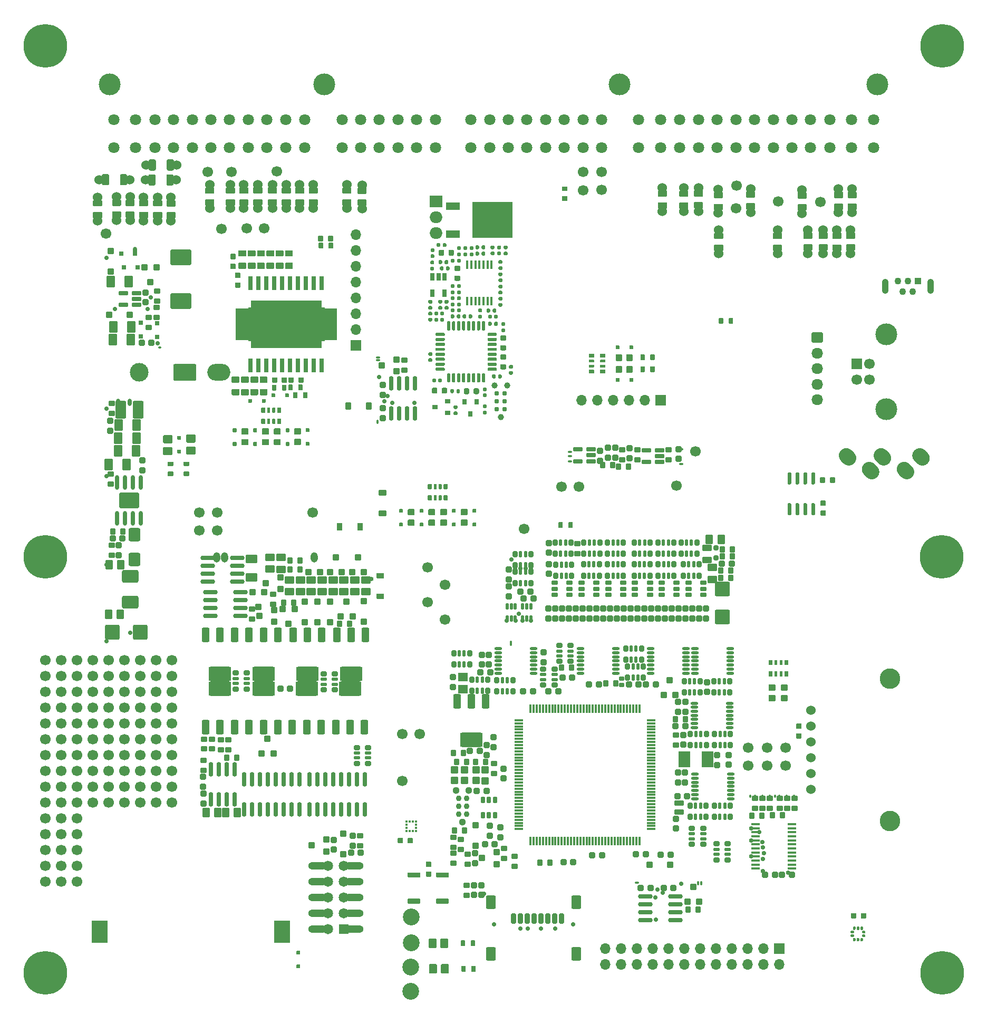
<source format=gts>
G75*
G70*
%OFA0B0*%
%FSLAX25Y25*%
%IPPOS*%
%LPD*%
%AMOC8*
5,1,8,0,0,1.08239X$1,22.5*
%
%AMM161*
21,1,0.033070,0.030710,-0.000000,0.000000,180.000000*
21,1,0.022050,0.041730,-0.000000,0.000000,180.000000*
1,1,0.011020,-0.011020,0.015350*
1,1,0.011020,0.011020,0.015350*
1,1,0.011020,0.011020,-0.015350*
1,1,0.011020,-0.011020,-0.015350*
%
%AMM163*
21,1,0.038980,0.026770,-0.000000,0.000000,270.000000*
21,1,0.026770,0.038980,-0.000000,0.000000,270.000000*
1,1,0.012210,-0.013390,-0.013390*
1,1,0.012210,-0.013390,0.013390*
1,1,0.012210,0.013390,0.013390*
1,1,0.012210,0.013390,-0.013390*
%
%AMM164*
21,1,0.033070,0.030710,-0.000000,0.000000,90.000000*
21,1,0.022050,0.041730,-0.000000,0.000000,90.000000*
1,1,0.011020,0.015350,0.011020*
1,1,0.011020,0.015350,-0.011020*
1,1,0.011020,-0.015350,-0.011020*
1,1,0.011020,-0.015350,0.011020*
%
%AMM165*
21,1,0.044880,0.049210,-0.000000,0.000000,180.000000*
21,1,0.031500,0.062600,-0.000000,0.000000,180.000000*
1,1,0.013390,-0.015750,0.024610*
1,1,0.013390,0.015750,0.024610*
1,1,0.013390,0.015750,-0.024610*
1,1,0.013390,-0.015750,-0.024610*
%
%AMM167*
21,1,0.038980,0.026770,-0.000000,0.000000,0.000000*
21,1,0.026770,0.038980,-0.000000,0.000000,0.000000*
1,1,0.012210,0.013390,-0.013390*
1,1,0.012210,-0.013390,-0.013390*
1,1,0.012210,-0.013390,0.013390*
1,1,0.012210,0.013390,0.013390*
%
%AMM190*
21,1,0.033070,0.030710,-0.000000,-0.000000,270.000000*
21,1,0.022050,0.041730,-0.000000,-0.000000,270.000000*
1,1,0.011020,-0.015350,-0.011020*
1,1,0.011020,-0.015350,0.011020*
1,1,0.011020,0.015350,0.011020*
1,1,0.011020,0.015350,-0.011020*
%
%AMM191*
21,1,0.092130,0.073230,-0.000000,-0.000000,90.000000*
21,1,0.069290,0.096060,-0.000000,-0.000000,90.000000*
1,1,0.022840,0.036610,0.034650*
1,1,0.022840,0.036610,-0.034650*
1,1,0.022840,-0.036610,-0.034650*
1,1,0.022840,-0.036610,0.034650*
%
%AMM192*
21,1,0.038980,0.026770,-0.000000,-0.000000,0.000000*
21,1,0.026770,0.038980,-0.000000,-0.000000,0.000000*
1,1,0.012210,0.013390,-0.013390*
1,1,0.012210,-0.013390,-0.013390*
1,1,0.012210,-0.013390,0.013390*
1,1,0.012210,0.013390,0.013390*
%
%AMM193*
21,1,0.033070,0.030710,-0.000000,-0.000000,180.000000*
21,1,0.022050,0.041730,-0.000000,-0.000000,180.000000*
1,1,0.011020,-0.011020,0.015350*
1,1,0.011020,0.011020,0.015350*
1,1,0.011020,0.011020,-0.015350*
1,1,0.011020,-0.011020,-0.015350*
%
%AMM194*
21,1,0.044880,0.049210,-0.000000,-0.000000,270.000000*
21,1,0.031500,0.062600,-0.000000,-0.000000,270.000000*
1,1,0.013390,-0.024610,-0.015750*
1,1,0.013390,-0.024610,0.015750*
1,1,0.013390,0.024610,0.015750*
1,1,0.013390,0.024610,-0.015750*
%
%AMM195*
21,1,0.023230,0.027950,-0.000000,-0.000000,180.000000*
21,1,0.014170,0.037010,-0.000000,-0.000000,180.000000*
1,1,0.009060,-0.007090,0.013980*
1,1,0.009060,0.007090,0.013980*
1,1,0.009060,0.007090,-0.013980*
1,1,0.009060,-0.007090,-0.013980*
%
%AMM196*
21,1,0.038980,0.026770,-0.000000,-0.000000,90.000000*
21,1,0.026770,0.038980,-0.000000,-0.000000,90.000000*
1,1,0.012210,0.013390,0.013390*
1,1,0.012210,0.013390,-0.013390*
1,1,0.012210,-0.013390,-0.013390*
1,1,0.012210,-0.013390,0.013390*
%
%AMM197*
21,1,0.029130,0.030710,-0.000000,-0.000000,270.000000*
21,1,0.018900,0.040950,-0.000000,-0.000000,270.000000*
1,1,0.010240,-0.015350,-0.009450*
1,1,0.010240,-0.015350,0.009450*
1,1,0.010240,0.015350,0.009450*
1,1,0.010240,0.015350,-0.009450*
%
%AMM198*
21,1,0.031100,0.026380,-0.000000,-0.000000,180.000000*
21,1,0.020470,0.037010,-0.000000,-0.000000,180.000000*
1,1,0.010630,-0.010240,0.013190*
1,1,0.010630,0.010240,0.013190*
1,1,0.010630,0.010240,-0.013190*
1,1,0.010630,-0.010240,-0.013190*
%
%AMM199*
21,1,0.044880,0.049210,-0.000000,-0.000000,0.000000*
21,1,0.031500,0.062600,-0.000000,-0.000000,0.000000*
1,1,0.013390,0.015750,-0.024610*
1,1,0.013390,-0.015750,-0.024610*
1,1,0.013390,-0.015750,0.024610*
1,1,0.013390,0.015750,0.024610*
%
%AMM200*
21,1,0.040950,0.050000,-0.000000,-0.000000,90.000000*
21,1,0.028350,0.062600,-0.000000,-0.000000,90.000000*
1,1,0.012600,0.025000,0.014170*
1,1,0.012600,0.025000,-0.014170*
1,1,0.012600,-0.025000,-0.014170*
1,1,0.012600,-0.025000,0.014170*
%
%AMM209*
21,1,0.038980,0.026770,-0.000000,-0.000000,180.000000*
21,1,0.026770,0.038980,-0.000000,-0.000000,180.000000*
1,1,0.012210,-0.013390,0.013390*
1,1,0.012210,0.013390,0.013390*
1,1,0.012210,0.013390,-0.013390*
1,1,0.012210,-0.013390,-0.013390*
%
%AMM210*
21,1,0.033070,0.030710,-0.000000,-0.000000,90.000000*
21,1,0.022050,0.041730,-0.000000,-0.000000,90.000000*
1,1,0.011020,0.015350,0.011020*
1,1,0.011020,0.015350,-0.011020*
1,1,0.011020,-0.015350,-0.011020*
1,1,0.011020,-0.015350,0.011020*
%
%AMM250*
21,1,0.033070,0.030710,-0.000000,0.000000,270.000000*
21,1,0.022050,0.041730,-0.000000,0.000000,270.000000*
1,1,0.011020,-0.015350,-0.011020*
1,1,0.011020,-0.015350,0.011020*
1,1,0.011020,0.015350,0.011020*
1,1,0.011020,0.015350,-0.011020*
%
%AMM282*
21,1,0.041340,0.026770,-0.000000,-0.000000,0.000000*
21,1,0.029130,0.038980,-0.000000,-0.000000,0.000000*
1,1,0.012210,0.014570,-0.013390*
1,1,0.012210,-0.014570,-0.013390*
1,1,0.012210,-0.014570,0.013390*
1,1,0.012210,0.014570,0.013390*
%
%AMM283*
21,1,0.040950,0.030320,-0.000000,-0.000000,0.000000*
21,1,0.028350,0.042910,-0.000000,-0.000000,0.000000*
1,1,0.012600,0.014170,-0.015160*
1,1,0.012600,-0.014170,-0.015160*
1,1,0.012600,-0.014170,0.015160*
1,1,0.012600,0.014170,0.015160*
%
%AMM284*
21,1,0.040950,0.030320,-0.000000,-0.000000,90.000000*
21,1,0.028350,0.042910,-0.000000,-0.000000,90.000000*
1,1,0.012600,0.015160,0.014170*
1,1,0.012600,0.015160,-0.014170*
1,1,0.012600,-0.015160,-0.014170*
1,1,0.012600,-0.015160,0.014170*
%
%AMM285*
21,1,0.033070,0.018900,-0.000000,-0.000000,0.000000*
21,1,0.022840,0.029130,-0.000000,-0.000000,0.000000*
1,1,0.010240,0.011420,-0.009450*
1,1,0.010240,-0.011420,-0.009450*
1,1,0.010240,-0.011420,0.009450*
1,1,0.010240,0.011420,0.009450*
%
%AMM286*
21,1,0.143310,0.067720,-0.000000,-0.000000,180.000000*
21,1,0.120870,0.090160,-0.000000,-0.000000,180.000000*
1,1,0.022440,-0.060430,0.033860*
1,1,0.022440,0.060430,0.033860*
1,1,0.022440,0.060430,-0.033860*
1,1,0.022440,-0.060430,-0.033860*
%
%AMM287*
21,1,0.048820,0.075980,-0.000000,-0.000000,180.000000*
21,1,0.034650,0.090160,-0.000000,-0.000000,180.000000*
1,1,0.014170,-0.017320,0.037990*
1,1,0.014170,0.017320,0.037990*
1,1,0.014170,0.017320,-0.037990*
1,1,0.014170,-0.017320,-0.037990*
%
%AMM288*
21,1,0.048820,0.075990,-0.000000,-0.000000,180.000000*
21,1,0.034650,0.090160,-0.000000,-0.000000,180.000000*
1,1,0.014170,-0.017320,0.037990*
1,1,0.014170,0.017320,0.037990*
1,1,0.014170,0.017320,-0.037990*
1,1,0.014170,-0.017320,-0.037990*
%
%AMM289*
21,1,0.044880,0.035430,-0.000000,-0.000000,90.000000*
21,1,0.031500,0.048820,-0.000000,-0.000000,90.000000*
1,1,0.013390,0.017720,0.015750*
1,1,0.013390,0.017720,-0.015750*
1,1,0.013390,-0.017720,-0.015750*
1,1,0.013390,-0.017720,0.015750*
%
%AMM290*
21,1,0.041340,0.026770,-0.000000,-0.000000,90.000000*
21,1,0.029130,0.038980,-0.000000,-0.000000,90.000000*
1,1,0.012210,0.013390,0.014570*
1,1,0.012210,0.013390,-0.014570*
1,1,0.012210,-0.013390,-0.014570*
1,1,0.012210,-0.013390,0.014570*
%
%AMM291*
21,1,0.033070,0.049610,-0.000000,-0.000000,90.000000*
21,1,0.022050,0.060630,-0.000000,-0.000000,90.000000*
1,1,0.011020,0.024800,0.011020*
1,1,0.011020,0.024800,-0.011020*
1,1,0.011020,-0.024800,-0.011020*
1,1,0.011020,-0.024800,0.011020*
%
%AMM292*
21,1,0.033070,0.030710,-0.000000,-0.000000,0.000000*
21,1,0.022050,0.041730,-0.000000,-0.000000,0.000000*
1,1,0.011020,0.011020,-0.015350*
1,1,0.011020,-0.011020,-0.015350*
1,1,0.011020,-0.011020,0.015350*
1,1,0.011020,0.011020,0.015350*
%
%AMM293*
21,1,0.023230,0.027950,-0.000000,-0.000000,90.000000*
21,1,0.014170,0.037010,-0.000000,-0.000000,90.000000*
1,1,0.009060,0.013980,0.007090*
1,1,0.009060,0.013980,-0.007090*
1,1,0.009060,-0.013980,-0.007090*
1,1,0.009060,-0.013980,0.007090*
%
%AMM294*
21,1,0.031100,0.026380,-0.000000,-0.000000,90.000000*
21,1,0.020470,0.037010,-0.000000,-0.000000,90.000000*
1,1,0.010630,0.013190,0.010240*
1,1,0.010630,0.013190,-0.010240*
1,1,0.010630,-0.013190,-0.010240*
1,1,0.010630,-0.013190,0.010240*
%
%AMM295*
21,1,0.029130,0.030710,-0.000000,-0.000000,0.000000*
21,1,0.018900,0.040950,-0.000000,-0.000000,0.000000*
1,1,0.010240,0.009450,-0.015350*
1,1,0.010240,-0.009450,-0.015350*
1,1,0.010240,-0.009450,0.015350*
1,1,0.010240,0.009450,0.015350*
%
%AMM296*
21,1,0.015350,0.017720,-0.000000,-0.000000,0.000000*
21,1,0.000000,0.033070,-0.000000,-0.000000,0.000000*
1,1,0.015350,-0.000000,-0.008860*
1,1,0.015350,-0.000000,-0.008860*
1,1,0.015350,-0.000000,0.008860*
1,1,0.015350,-0.000000,0.008860*
%
%AMM309*
21,1,0.041340,0.026770,-0.000000,0.000000,180.000000*
21,1,0.029130,0.038980,-0.000000,0.000000,180.000000*
1,1,0.012210,-0.014570,0.013390*
1,1,0.012210,0.014570,0.013390*
1,1,0.012210,0.014570,-0.013390*
1,1,0.012210,-0.014570,-0.013390*
%
%AMM310*
21,1,0.040950,0.030320,-0.000000,0.000000,90.000000*
21,1,0.028350,0.042910,-0.000000,0.000000,90.000000*
1,1,0.012600,0.015160,0.014170*
1,1,0.012600,0.015160,-0.014170*
1,1,0.012600,-0.015160,-0.014170*
1,1,0.012600,-0.015160,0.014170*
%
%AMM311*
21,1,0.023230,0.027950,-0.000000,0.000000,180.000000*
21,1,0.014170,0.037010,-0.000000,0.000000,180.000000*
1,1,0.009060,-0.007090,0.013980*
1,1,0.009060,0.007090,0.013980*
1,1,0.009060,0.007090,-0.013980*
1,1,0.009060,-0.007090,-0.013980*
%
%AMM312*
21,1,0.076380,0.036220,-0.000000,0.000000,90.000000*
21,1,0.061810,0.050790,-0.000000,0.000000,90.000000*
1,1,0.014570,0.018110,0.030910*
1,1,0.014570,0.018110,-0.030910*
1,1,0.014570,-0.018110,-0.030910*
1,1,0.014570,-0.018110,0.030910*
%
%AMM313*
21,1,0.031100,0.026380,-0.000000,0.000000,180.000000*
21,1,0.020470,0.037010,-0.000000,0.000000,180.000000*
1,1,0.010630,-0.010240,0.013190*
1,1,0.010630,0.010240,0.013190*
1,1,0.010630,0.010240,-0.013190*
1,1,0.010630,-0.010240,-0.013190*
%
%AMM329*
21,1,0.040950,0.030320,-0.000000,-0.000000,180.000000*
21,1,0.028350,0.042910,-0.000000,-0.000000,180.000000*
1,1,0.012600,-0.014170,0.015160*
1,1,0.012600,0.014170,0.015160*
1,1,0.012600,0.014170,-0.015160*
1,1,0.012600,-0.014170,-0.015160*
%
%AMM330*
21,1,0.143310,0.067720,-0.000000,-0.000000,0.000000*
21,1,0.120870,0.090160,-0.000000,-0.000000,0.000000*
1,1,0.022440,0.060430,-0.033860*
1,1,0.022440,-0.060430,-0.033860*
1,1,0.022440,-0.060430,0.033860*
1,1,0.022440,0.060430,0.033860*
%
%AMM331*
21,1,0.076380,0.036220,-0.000000,-0.000000,180.000000*
21,1,0.061810,0.050790,-0.000000,-0.000000,180.000000*
1,1,0.014570,-0.030910,0.018110*
1,1,0.014570,0.030910,0.018110*
1,1,0.014570,0.030910,-0.018110*
1,1,0.014570,-0.030910,-0.018110*
%
%AMM332*
21,1,0.023230,0.027950,-0.000000,-0.000000,270.000000*
21,1,0.014170,0.037010,-0.000000,-0.000000,270.000000*
1,1,0.009060,-0.013980,-0.007090*
1,1,0.009060,-0.013980,0.007090*
1,1,0.009060,0.013980,0.007090*
1,1,0.009060,0.013980,-0.007090*
%
%AMM333*
21,1,0.041340,0.026770,-0.000000,-0.000000,270.000000*
21,1,0.029130,0.038980,-0.000000,-0.000000,270.000000*
1,1,0.012210,-0.013390,-0.014570*
1,1,0.012210,-0.013390,0.014570*
1,1,0.012210,0.013390,0.014570*
1,1,0.012210,0.013390,-0.014570*
%
%AMM334*
21,1,0.031100,0.026380,-0.000000,-0.000000,270.000000*
21,1,0.020470,0.037010,-0.000000,-0.000000,270.000000*
1,1,0.010630,-0.013190,-0.010240*
1,1,0.010630,-0.013190,0.010240*
1,1,0.010630,0.013190,0.010240*
1,1,0.010630,0.013190,-0.010240*
%
%AMM335*
21,1,0.048820,0.075990,-0.000000,-0.000000,0.000000*
21,1,0.034650,0.090160,-0.000000,-0.000000,0.000000*
1,1,0.014170,0.017320,-0.037990*
1,1,0.014170,-0.017320,-0.037990*
1,1,0.014170,-0.017320,0.037990*
1,1,0.014170,0.017320,0.037990*
%
%AMM336*
21,1,0.048820,0.075980,-0.000000,-0.000000,0.000000*
21,1,0.034650,0.090160,-0.000000,-0.000000,0.000000*
1,1,0.014170,0.017320,-0.037990*
1,1,0.014170,-0.017320,-0.037990*
1,1,0.014170,-0.017320,0.037990*
1,1,0.014170,0.017320,0.037990*
%
%AMM338*
21,1,0.018110,0.028980,-0.000000,0.000000,0.000000*
21,1,0.010080,0.037010,-0.000000,0.000000,0.000000*
1,1,0.008030,0.005040,-0.014490*
1,1,0.008030,-0.005040,-0.014490*
1,1,0.008030,-0.005040,0.014490*
1,1,0.008030,0.005040,0.014490*
%
%AMM34*
21,1,0.033070,0.030710,0.000000,0.000000,270.000000*
21,1,0.022050,0.041730,0.000000,0.000000,270.000000*
1,1,0.011020,-0.015350,-0.011020*
1,1,0.011020,-0.015350,0.011020*
1,1,0.011020,0.015350,0.011020*
1,1,0.011020,0.015350,-0.011020*
%
%AMM350*
21,1,0.041340,0.026770,-0.000000,0.000000,90.000000*
21,1,0.029130,0.038980,-0.000000,0.000000,90.000000*
1,1,0.012210,0.013390,0.014570*
1,1,0.012210,0.013390,-0.014570*
1,1,0.012210,-0.013390,-0.014570*
1,1,0.012210,-0.013390,0.014570*
%
%AMM354*
21,1,0.040950,0.030320,0.000000,-0.000000,90.000000*
21,1,0.028350,0.042910,0.000000,-0.000000,90.000000*
1,1,0.012600,0.015160,0.014170*
1,1,0.012600,0.015160,-0.014170*
1,1,0.012600,-0.015160,-0.014170*
1,1,0.012600,-0.015160,0.014170*
%
%AMM355*
21,1,0.038980,0.026770,0.000000,-0.000000,270.000000*
21,1,0.026770,0.038980,0.000000,-0.000000,270.000000*
1,1,0.012210,-0.013390,-0.013390*
1,1,0.012210,-0.013390,0.013390*
1,1,0.012210,0.013390,0.013390*
1,1,0.012210,0.013390,-0.013390*
%
%AMM356*
21,1,0.033070,0.030710,0.000000,-0.000000,90.000000*
21,1,0.022050,0.041730,0.000000,-0.000000,90.000000*
1,1,0.011020,0.015350,0.011020*
1,1,0.011020,0.015350,-0.011020*
1,1,0.011020,-0.015350,-0.011020*
1,1,0.011020,-0.015350,0.011020*
%
%AMM360*
21,1,0.027170,0.052760,-0.000000,-0.000000,90.000000*
21,1,0.017320,0.062600,-0.000000,-0.000000,90.000000*
1,1,0.009840,0.026380,0.008660*
1,1,0.009840,0.026380,-0.008660*
1,1,0.009840,-0.026380,-0.008660*
1,1,0.009840,-0.026380,0.008660*
%
%AMM368*
21,1,0.029130,0.018900,-0.000000,0.000000,0.000000*
21,1,0.018900,0.029130,-0.000000,0.000000,0.000000*
1,1,0.010240,0.009450,-0.009450*
1,1,0.010240,-0.009450,-0.009450*
1,1,0.010240,-0.009450,0.009450*
1,1,0.010240,0.009450,0.009450*
%
%AMM369*
21,1,0.100000,0.111020,-0.000000,0.000000,270.000000*
21,1,0.075590,0.135430,-0.000000,0.000000,270.000000*
1,1,0.024410,-0.055510,-0.037800*
1,1,0.024410,-0.055510,0.037800*
1,1,0.024410,0.055510,0.037800*
1,1,0.024410,0.055510,-0.037800*
%
%AMM370*
21,1,0.027170,0.052760,-0.000000,0.000000,90.000000*
21,1,0.017320,0.062600,-0.000000,0.000000,90.000000*
1,1,0.009840,0.026380,0.008660*
1,1,0.009840,0.026380,-0.008660*
1,1,0.009840,-0.026380,-0.008660*
1,1,0.009840,-0.026380,0.008660*
%
%AMM371*
21,1,0.040950,0.030320,-0.000000,0.000000,180.000000*
21,1,0.028350,0.042910,-0.000000,0.000000,180.000000*
1,1,0.012600,-0.014170,0.015160*
1,1,0.012600,0.014170,0.015160*
1,1,0.012600,0.014170,-0.015160*
1,1,0.012600,-0.014170,-0.015160*
%
%AMM372*
21,1,0.038980,0.026770,-0.000000,0.000000,180.000000*
21,1,0.026770,0.038980,-0.000000,0.000000,180.000000*
1,1,0.012210,-0.013390,0.013390*
1,1,0.012210,0.013390,0.013390*
1,1,0.012210,0.013390,-0.013390*
1,1,0.012210,-0.013390,-0.013390*
%
%AMM373*
21,1,0.029130,0.018900,-0.000000,0.000000,270.000000*
21,1,0.018900,0.029130,-0.000000,0.000000,270.000000*
1,1,0.010240,-0.009450,-0.009450*
1,1,0.010240,-0.009450,0.009450*
1,1,0.010240,0.009450,0.009450*
1,1,0.010240,0.009450,-0.009450*
%
%AMM380*
21,1,0.111810,0.050390,-0.000000,0.000000,90.000000*
21,1,0.093700,0.068500,-0.000000,0.000000,90.000000*
1,1,0.018110,0.025200,0.046850*
1,1,0.018110,0.025200,-0.046850*
1,1,0.018110,-0.025200,-0.046850*
1,1,0.018110,-0.025200,0.046850*
%
%AMM381*
21,1,0.076380,0.036220,-0.000000,0.000000,270.000000*
21,1,0.061810,0.050790,-0.000000,0.000000,270.000000*
1,1,0.014570,-0.018110,-0.030910*
1,1,0.014570,-0.018110,0.030910*
1,1,0.014570,0.018110,0.030910*
1,1,0.014570,0.018110,-0.030910*
%
%AMM382*
21,1,0.092130,0.073230,-0.000000,0.000000,180.000000*
21,1,0.069290,0.096060,-0.000000,0.000000,180.000000*
1,1,0.022840,-0.034650,0.036610*
1,1,0.022840,0.034650,0.036610*
1,1,0.022840,0.034650,-0.036610*
1,1,0.022840,-0.034650,-0.036610*
%
%AMM383*
21,1,0.084250,0.053540,-0.000000,0.000000,270.000000*
21,1,0.065350,0.072440,-0.000000,0.000000,270.000000*
1,1,0.018900,-0.026770,-0.032680*
1,1,0.018900,-0.026770,0.032680*
1,1,0.018900,0.026770,0.032680*
1,1,0.018900,0.026770,-0.032680*
%
%AMM384*
21,1,0.127560,0.075590,-0.000000,0.000000,0.000000*
21,1,0.103150,0.100000,-0.000000,0.000000,0.000000*
1,1,0.024410,0.051580,-0.037800*
1,1,0.024410,-0.051580,-0.037800*
1,1,0.024410,-0.051580,0.037800*
1,1,0.024410,0.051580,0.037800*
%
%AMM385*
21,1,0.080320,0.083460,-0.000000,0.000000,270.000000*
21,1,0.059840,0.103940,-0.000000,0.000000,270.000000*
1,1,0.020470,-0.041730,-0.029920*
1,1,0.020470,-0.041730,0.029920*
1,1,0.020470,0.041730,0.029920*
1,1,0.020470,0.041730,-0.029920*
%
%AMM81*
21,1,0.084250,0.045670,0.000000,0.000000,270.000000*
21,1,0.067320,0.062600,0.000000,0.000000,270.000000*
1,1,0.016930,-0.022840,-0.033660*
1,1,0.016930,-0.022840,0.033660*
1,1,0.016930,0.022840,0.033660*
1,1,0.016930,0.022840,-0.033660*
%
%AMM82*
21,1,0.064570,0.020470,0.000000,0.000000,270.000000*
21,1,0.053940,0.031100,0.000000,0.000000,270.000000*
1,1,0.010630,-0.010240,-0.026970*
1,1,0.010630,-0.010240,0.026970*
1,1,0.010630,0.010240,0.026970*
1,1,0.010630,0.010240,-0.026970*
%
%AMM83*
21,1,0.038980,0.026770,0.000000,0.000000,90.000000*
21,1,0.026770,0.038980,0.000000,0.000000,90.000000*
1,1,0.012210,0.013390,0.013390*
1,1,0.012210,0.013390,-0.013390*
1,1,0.012210,-0.013390,-0.013390*
1,1,0.012210,-0.013390,0.013390*
%
%ADD100R,0.06457X0.05669*%
%ADD107O,0.02520X0.04488*%
%ADD112R,0.03150X0.03543*%
%ADD115O,0.04882X0.01732*%
%ADD126C,0.03651*%
%ADD129O,0.04331X0.09449*%
%ADD132M82*%
%ADD133C,0.02362*%
%ADD138C,0.13780*%
%ADD139O,0.04488X0.06457*%
%ADD140R,0.01476X0.01378*%
%ADD151O,0.00787X0.01575*%
%ADD158R,0.45000X0.30000*%
%ADD160C,0.00039*%
%ADD162R,0.03543X0.03150*%
%ADD164O,0.14567X0.10630*%
%ADD168R,0.10236X0.14173*%
%ADD169O,0.03150X0.02362*%
%ADD176C,0.04331*%
%ADD177O,0.01969X0.00984*%
%ADD182R,0.03150X0.08661*%
%ADD187M81*%
%ADD195C,0.06693*%
%ADD198R,0.06693X0.06693*%
%ADD205C,0.11811*%
%ADD206O,0.03701X0.02913*%
%ADD21R,0.07244X0.10000*%
%ADD218O,0.03937X0.05906*%
%ADD223O,0.01969X0.00787*%
%ADD235C,0.13000*%
%ADD253C,0.27559*%
%ADD255R,0.06457X0.06457*%
%ADD256R,0.04331X0.04331*%
%ADD265O,0.06693X0.06693*%
%ADD266C,0.10630*%
%ADD275C,0.03100*%
%ADD280O,0.07283X0.06693*%
%ADD292O,0.05512X0.01535*%
%ADD293O,0.01969X0.03937*%
%ADD299C,0.02913*%
%ADD303C,0.04451*%
%ADD327O,0.02913X0.09213*%
%ADD329R,0.08000X0.20000*%
%ADD33M83*%
%ADD335O,0.09213X0.02913*%
%ADD336O,0.04488X0.02520*%
%ADD350O,0.02520X0.01535*%
%ADD356C,0.07087*%
%ADD36O,0.01417X0.05669*%
%ADD360C,0.03900*%
%ADD379M161*%
%ADD381M163*%
%ADD382M164*%
%ADD383M165*%
%ADD385M167*%
%ADD408M190*%
%ADD409M191*%
%ADD410M192*%
%ADD411M193*%
%ADD412M194*%
%ADD413M195*%
%ADD414M196*%
%ADD415M197*%
%ADD416M198*%
%ADD417M199*%
%ADD418M200*%
%ADD431M209*%
%ADD432M210*%
%ADD477M250*%
%ADD510M282*%
%ADD511M283*%
%ADD512M284*%
%ADD513M285*%
%ADD514M286*%
%ADD515M287*%
%ADD516M288*%
%ADD517M289*%
%ADD518M290*%
%ADD519M291*%
%ADD520M292*%
%ADD521M293*%
%ADD522M294*%
%ADD523M295*%
%ADD524M296*%
%ADD552M309*%
%ADD553M310*%
%ADD554M311*%
%ADD555M312*%
%ADD556M313*%
%ADD572M329*%
%ADD573M330*%
%ADD574M331*%
%ADD575M332*%
%ADD576M333*%
%ADD577M334*%
%ADD578M335*%
%ADD579M336*%
%ADD581M338*%
%ADD594O,0.11772X0.04567*%
%ADD595M350*%
%ADD599M354*%
%ADD600M355*%
%ADD601M356*%
%ADD605M360*%
%ADD616M368*%
%ADD617O,0.02520X0.01339*%
%ADD618M369*%
%ADD619M370*%
%ADD620M371*%
%ADD621M372*%
%ADD622M373*%
%ADD63O,0.00984X0.01969*%
%ADD632M380*%
%ADD633M381*%
%ADD634M382*%
%ADD635M383*%
%ADD636O,0.02520X0.09213*%
%ADD637M384*%
%ADD638M385*%
%ADD639R,0.07874X0.07500*%
%ADD640O,0.07874X0.07500*%
%ADD641R,0.08661X0.04724*%
%ADD642R,0.01772X0.05709*%
%ADD643R,0.02559X0.04803*%
%ADD644R,0.25197X0.22835*%
%ADD67C,0.03701*%
%ADD69O,0.05669X0.01417*%
%ADD71C,0.06457*%
%ADD73O,0.01339X0.02126*%
%ADD74R,0.01378X0.01476*%
%ADD76O,0.01535X0.02520*%
%ADD80C,0.06000*%
%ADD94M34*%
X0000000Y0000000D02*
%LPD*%
G01*
D160*
X0194378Y0440539D02*
X0195955Y0440539D01*
X0195955Y0440539D02*
X0195955Y0419728D01*
X0195955Y0419728D02*
X0194378Y0419728D01*
X0194378Y0419728D02*
X0194378Y0440539D01*
G36*
X0195955Y0419728D02*
G01*
X0194378Y0419728D01*
X0194378Y0440539D01*
X0195955Y0440539D01*
X0195955Y0419728D01*
G37*
X0195955Y0419728D02*
X0194378Y0419728D01*
X0194378Y0440539D01*
X0195955Y0440539D01*
X0195955Y0419728D01*
X0147908Y0440539D02*
X0149555Y0440539D01*
X0149555Y0440539D02*
X0149555Y0419718D01*
X0149555Y0419718D02*
X0147908Y0419718D01*
X0147908Y0419718D02*
X0147908Y0440539D01*
G36*
X0149555Y0419718D02*
G01*
X0147908Y0419718D01*
X0147908Y0440539D01*
X0149555Y0440539D01*
X0149555Y0419718D01*
G37*
X0149555Y0419718D02*
X0147908Y0419718D01*
X0147908Y0440539D01*
X0149555Y0440539D01*
X0149555Y0419718D01*
G36*
G01*
X0195282Y0481281D02*
X0195282Y0478210D01*
G75*
G02*
X0195007Y0477934I-000276J0000000D01*
G01*
X0192802Y0477934D01*
G75*
G02*
X0192526Y0478210I0000000J0000276D01*
G01*
X0192526Y0481281D01*
G75*
G02*
X0192802Y0481556I0000276J0000000D01*
G01*
X0195007Y0481556D01*
G75*
G02*
X0195282Y0481281I0000000J-000276D01*
G01*
G37*
G36*
G01*
X0201581Y0481281D02*
X0201581Y0478210D01*
G75*
G02*
X0201306Y0477934I-000276J0000000D01*
G01*
X0199101Y0477934D01*
G75*
G02*
X0198826Y0478210I0000000J0000276D01*
G01*
X0198826Y0481281D01*
G75*
G02*
X0199101Y0481556I0000276J0000000D01*
G01*
X0201306Y0481556D01*
G75*
G02*
X0201581Y0481281I0000000J-000276D01*
G01*
G37*
G36*
G01*
X0201739Y0485513D02*
X0201739Y0482836D01*
G75*
G02*
X0201404Y0482501I-000335J0000000D01*
G01*
X0198727Y0482501D01*
G75*
G02*
X0198392Y0482836I0000000J0000335D01*
G01*
X0198392Y0485513D01*
G75*
G02*
X0198727Y0485848I0000335J0000000D01*
G01*
X0201404Y0485848D01*
G75*
G02*
X0201739Y0485513I0000000J-000335D01*
G01*
G37*
G36*
G01*
X0195518Y0485513D02*
X0195518Y0482836D01*
G75*
G02*
X0195184Y0482501I-000335J0000000D01*
G01*
X0192507Y0482501D01*
G75*
G02*
X0192172Y0482836I0000000J0000335D01*
G01*
X0192172Y0485513D01*
G75*
G02*
X0192507Y0485848I0000335J0000000D01*
G01*
X0195184Y0485848D01*
G75*
G02*
X0195518Y0485513I0000000J-000335D01*
G01*
G37*
D133*
X0297120Y0070059D03*
X0303321Y0050748D03*
X0353337Y0050784D03*
X0319955Y0048110D03*
X0324581Y0048110D03*
X0333144Y0048110D03*
X0341904Y0048110D03*
D177*
X0351423Y0343184D03*
X0351423Y0346629D03*
X0351423Y0349385D03*
X0421600Y0351156D03*
X0421600Y0341708D03*
G36*
G01*
X0504232Y0476575D02*
X0499311Y0476575D01*
G75*
G02*
X0498917Y0476969I0000000J0000394D01*
G01*
X0498917Y0480118D01*
G75*
G02*
X0499311Y0480512I0000394J0000000D01*
G01*
X0504232Y0480512D01*
G75*
G02*
X0504626Y0480118I0000000J-000394D01*
G01*
X0504626Y0476969D01*
G75*
G02*
X0504232Y0476575I-000394J0000000D01*
G01*
G37*
D80*
X0501772Y0474783D03*
X0501772Y0489783D03*
G36*
G01*
X0504232Y0484055D02*
X0499311Y0484055D01*
G75*
G02*
X0498917Y0484449I0000000J0000394D01*
G01*
X0498917Y0487599D01*
G75*
G02*
X0499311Y0487992I0000394J0000000D01*
G01*
X0504232Y0487992D01*
G75*
G02*
X0504626Y0487599I0000000J-000394D01*
G01*
X0504626Y0484449D01*
G75*
G02*
X0504232Y0484055I-000394J0000000D01*
G01*
G37*
G36*
G01*
X0191533Y0505041D02*
X0186612Y0505041D01*
G75*
G02*
X0186218Y0505434I0000000J0000394D01*
G01*
X0186218Y0508584D01*
G75*
G02*
X0186612Y0508978I0000394J0000000D01*
G01*
X0191533Y0508978D01*
G75*
G02*
X0191927Y0508584I0000000J-000394D01*
G01*
X0191927Y0505434D01*
G75*
G02*
X0191533Y0505041I-000394J0000000D01*
G01*
G37*
X0189073Y0503249D03*
X0189073Y0518249D03*
G36*
G01*
X0191533Y0512521D02*
X0186612Y0512521D01*
G75*
G02*
X0186218Y0512915I0000000J0000394D01*
G01*
X0186218Y0516064D01*
G75*
G02*
X0186612Y0516458I0000394J0000000D01*
G01*
X0191533Y0516458D01*
G75*
G02*
X0191927Y0516064I0000000J-000394D01*
G01*
X0191927Y0512915D01*
G75*
G02*
X0191533Y0512521I-000394J0000000D01*
G01*
G37*
D195*
X0245285Y0141379D03*
X0245285Y0170915D03*
X0157979Y0490572D03*
G36*
G01*
X0097283Y0343159D02*
X0100354Y0343159D01*
G75*
G02*
X0100630Y0342884I0000000J-000276D01*
G01*
X0100630Y0340679D01*
G75*
G02*
X0100354Y0340404I-000276J0000000D01*
G01*
X0097283Y0340404D01*
G75*
G02*
X0097008Y0340679I0000000J0000276D01*
G01*
X0097008Y0342884D01*
G75*
G02*
X0097283Y0343159I0000276J0000000D01*
G01*
G37*
G36*
G01*
X0097283Y0336860D02*
X0100354Y0336860D01*
G75*
G02*
X0100630Y0336585I0000000J-000276D01*
G01*
X0100630Y0334380D01*
G75*
G02*
X0100354Y0334104I-000276J0000000D01*
G01*
X0097283Y0334104D01*
G75*
G02*
X0097008Y0334380I0000000J0000276D01*
G01*
X0097008Y0336585D01*
G75*
G02*
X0097283Y0336860I0000276J0000000D01*
G01*
G37*
D198*
X0408865Y0381911D03*
D265*
X0398865Y0381911D03*
X0388865Y0381911D03*
X0378865Y0381911D03*
X0368865Y0381911D03*
X0358865Y0381911D03*
G36*
G01*
X0445479Y0430671D02*
X0445479Y0433741D01*
G75*
G02*
X0445755Y0434017I0000276J0000000D01*
G01*
X0447959Y0434017D01*
G75*
G02*
X0448235Y0433741I0000000J-000276D01*
G01*
X0448235Y0430671D01*
G75*
G02*
X0447959Y0430395I-000276J0000000D01*
G01*
X0445755Y0430395D01*
G75*
G02*
X0445479Y0430671I0000000J0000276D01*
G01*
G37*
G36*
G01*
X0451778Y0430671D02*
X0451778Y0433741D01*
G75*
G02*
X0452054Y0434017I0000276J0000000D01*
G01*
X0454259Y0434017D01*
G75*
G02*
X0454534Y0433741I0000000J-000276D01*
G01*
X0454534Y0430671D01*
G75*
G02*
X0454259Y0430395I-000276J0000000D01*
G01*
X0452054Y0430395D01*
G75*
G02*
X0451778Y0430671I0000000J0000276D01*
G01*
G37*
D195*
X0456503Y0503367D03*
D266*
X0250865Y0008410D03*
G36*
G01*
X0242507Y0102226D02*
X0242507Y0104903D01*
G75*
G02*
X0242841Y0105238I0000335J0000000D01*
G01*
X0245518Y0105238D01*
G75*
G02*
X0245853Y0104903I0000000J-000335D01*
G01*
X0245853Y0102226D01*
G75*
G02*
X0245518Y0101891I-000335J0000000D01*
G01*
X0242841Y0101891D01*
G75*
G02*
X0242507Y0102226I0000000J0000335D01*
G01*
G37*
G36*
G01*
X0248727Y0102226D02*
X0248727Y0104903D01*
G75*
G02*
X0249062Y0105238I0000335J0000000D01*
G01*
X0251739Y0105238D01*
G75*
G02*
X0252074Y0104903I0000000J-000335D01*
G01*
X0252074Y0102226D01*
G75*
G02*
X0251739Y0101891I-000335J0000000D01*
G01*
X0249062Y0101891D01*
G75*
G02*
X0248727Y0102226I0000000J0000335D01*
G01*
G37*
D195*
X0079567Y0177549D03*
X0079567Y0187549D03*
X0079567Y0197549D03*
X0079567Y0207549D03*
X0079567Y0217549D03*
X0089567Y0177549D03*
X0089567Y0187549D03*
X0089567Y0197549D03*
X0089567Y0207549D03*
X0089567Y0217549D03*
X0099567Y0177549D03*
X0099567Y0187549D03*
X0099567Y0197549D03*
X0099567Y0207549D03*
X0099567Y0217549D03*
G36*
G01*
X0173333Y0388545D02*
X0173333Y0391616D01*
G75*
G02*
X0173609Y0391891I0000276J0000000D01*
G01*
X0175814Y0391891D01*
G75*
G02*
X0176089Y0391616I0000000J-000276D01*
G01*
X0176089Y0388545D01*
G75*
G02*
X0175814Y0388269I-000276J0000000D01*
G01*
X0173609Y0388269D01*
G75*
G02*
X0173333Y0388545I0000000J0000276D01*
G01*
G37*
G36*
G01*
X0179633Y0388545D02*
X0179633Y0391616D01*
G75*
G02*
X0179908Y0391891I0000276J0000000D01*
G01*
X0182113Y0391891D01*
G75*
G02*
X0182389Y0391616I0000000J-000276D01*
G01*
X0182389Y0388545D01*
G75*
G02*
X0182113Y0388269I-000276J0000000D01*
G01*
X0179908Y0388269D01*
G75*
G02*
X0179633Y0388545I0000000J0000276D01*
G01*
G37*
X0359849Y0514785D03*
D80*
X0219987Y0503151D03*
G36*
G01*
X0222448Y0504942D02*
X0217526Y0504942D01*
G75*
G02*
X0217133Y0505336I0000000J0000394D01*
G01*
X0217133Y0508486D01*
G75*
G02*
X0217526Y0508879I0000394J0000000D01*
G01*
X0222448Y0508879D01*
G75*
G02*
X0222841Y0508486I0000000J-000394D01*
G01*
X0222841Y0505336D01*
G75*
G02*
X0222448Y0504942I-000394J0000000D01*
G01*
G37*
G36*
G01*
X0222448Y0512423D02*
X0217526Y0512423D01*
G75*
G02*
X0217133Y0512816I0000000J0000394D01*
G01*
X0217133Y0515966D01*
G75*
G02*
X0217526Y0516360I0000394J0000000D01*
G01*
X0222448Y0516360D01*
G75*
G02*
X0222841Y0515966I0000000J-000394D01*
G01*
X0222841Y0512816D01*
G75*
G02*
X0222448Y0512423I-000394J0000000D01*
G01*
G37*
X0219987Y0518151D03*
D195*
X0116936Y0311045D03*
X0049567Y0127549D03*
X0049567Y0137549D03*
X0049567Y0147549D03*
X0049567Y0157549D03*
X0049567Y0167549D03*
X0059567Y0127549D03*
X0059567Y0137549D03*
X0059567Y0147549D03*
X0059567Y0157549D03*
X0059567Y0167549D03*
X0069567Y0127549D03*
X0069567Y0137549D03*
X0069567Y0147549D03*
X0069567Y0157549D03*
X0069567Y0167549D03*
D218*
X0128185Y0282748D03*
X0133130Y0282748D03*
X0189724Y0282748D03*
D169*
X0225374Y0268983D03*
D80*
X0123629Y0503249D03*
G36*
G01*
X0126089Y0505041D02*
X0121168Y0505041D01*
G75*
G02*
X0120774Y0505434I0000000J0000394D01*
G01*
X0120774Y0508584D01*
G75*
G02*
X0121168Y0508978I0000394J0000000D01*
G01*
X0126089Y0508978D01*
G75*
G02*
X0126483Y0508584I0000000J-000394D01*
G01*
X0126483Y0505434D01*
G75*
G02*
X0126089Y0505041I-000394J0000000D01*
G01*
G37*
G36*
G01*
X0126089Y0512521D02*
X0121168Y0512521D01*
G75*
G02*
X0120774Y0512915I0000000J0000394D01*
G01*
X0120774Y0516064D01*
G75*
G02*
X0121168Y0516458I0000394J0000000D01*
G01*
X0126089Y0516458D01*
G75*
G02*
X0126483Y0516064I0000000J-000394D01*
G01*
X0126483Y0512915D01*
G75*
G02*
X0126089Y0512521I-000394J0000000D01*
G01*
G37*
X0123629Y0518249D03*
G36*
G01*
X0267347Y0025001D02*
X0267347Y0020119D01*
G75*
G02*
X0266835Y0019608I-000512J0000000D01*
G01*
X0262740Y0019608D01*
G75*
G02*
X0262228Y0020119I0000000J0000512D01*
G01*
X0262228Y0025001D01*
G75*
G02*
X0262740Y0025513I0000512J0000000D01*
G01*
X0266835Y0025513D01*
G75*
G02*
X0267347Y0025001I0000000J-000512D01*
G01*
G37*
G36*
G01*
X0274827Y0025001D02*
X0274827Y0020119D01*
G75*
G02*
X0274315Y0019608I-000512J0000000D01*
G01*
X0270221Y0019608D01*
G75*
G02*
X0269709Y0020119I0000000J0000512D01*
G01*
X0269709Y0025001D01*
G75*
G02*
X0270221Y0025513I0000512J0000000D01*
G01*
X0274315Y0025513D01*
G75*
G02*
X0274827Y0025001I0000000J-000512D01*
G01*
G37*
G36*
G01*
X0447644Y0502186D02*
X0442723Y0502186D01*
G75*
G02*
X0442329Y0502580I0000000J0000394D01*
G01*
X0442329Y0505730D01*
G75*
G02*
X0442723Y0506123I0000394J0000000D01*
G01*
X0447644Y0506123D01*
G75*
G02*
X0448038Y0505730I0000000J-000394D01*
G01*
X0448038Y0502580D01*
G75*
G02*
X0447644Y0502186I-000394J0000000D01*
G01*
G37*
X0445184Y0500395D03*
X0445184Y0515395D03*
G36*
G01*
X0447644Y0509667D02*
X0442723Y0509667D01*
G75*
G02*
X0442329Y0510060I0000000J0000394D01*
G01*
X0442329Y0513210D01*
G75*
G02*
X0442723Y0513604I0000394J0000000D01*
G01*
X0447644Y0513604D01*
G75*
G02*
X0448038Y0513210I0000000J-000394D01*
G01*
X0448038Y0510060D01*
G75*
G02*
X0447644Y0509667I-000394J0000000D01*
G01*
G37*
G36*
G01*
X0245716Y0312977D02*
X0245716Y0311087D01*
G75*
G02*
X0245480Y0310851I-000236J0000000D01*
G01*
X0243590Y0310851D01*
G75*
G02*
X0243354Y0311087I0000000J0000236D01*
G01*
X0243354Y0312977D01*
G75*
G02*
X0243590Y0313213I0000236J0000000D01*
G01*
X0245480Y0313213D01*
G75*
G02*
X0245716Y0312977I0000000J-000236D01*
G01*
G37*
G36*
G01*
X0245716Y0304315D02*
X0245716Y0302426D01*
G75*
G02*
X0245480Y0302189I-000236J0000000D01*
G01*
X0243590Y0302189D01*
G75*
G02*
X0243354Y0302426I0000000J0000236D01*
G01*
X0243354Y0304315D01*
G75*
G02*
X0243590Y0304552I0000236J0000000D01*
G01*
X0245480Y0304552D01*
G75*
G02*
X0245716Y0304315I0000000J-000236D01*
G01*
G37*
G36*
G01*
X0136969Y0474515D02*
X0139646Y0474515D01*
G75*
G02*
X0139981Y0474180I0000000J-000335D01*
G01*
X0139981Y0471503D01*
G75*
G02*
X0139646Y0471168I-000335J0000000D01*
G01*
X0136969Y0471168D01*
G75*
G02*
X0136635Y0471503I0000000J0000335D01*
G01*
X0136635Y0474180D01*
G75*
G02*
X0136969Y0474515I0000335J0000000D01*
G01*
G37*
G36*
G01*
X0136969Y0468294D02*
X0139646Y0468294D01*
G75*
G02*
X0139981Y0467960I0000000J-000335D01*
G01*
X0139981Y0465283D01*
G75*
G02*
X0139646Y0464948I-000335J0000000D01*
G01*
X0136969Y0464948D01*
G75*
G02*
X0136635Y0465283I0000000J0000335D01*
G01*
X0136635Y0467960D01*
G75*
G02*
X0136969Y0468294I0000335J0000000D01*
G01*
G37*
G36*
G01*
X0260676Y0090336D02*
X0263353Y0090336D01*
G75*
G02*
X0263688Y0090001I0000000J-000335D01*
G01*
X0263688Y0087324D01*
G75*
G02*
X0263353Y0086990I-000335J0000000D01*
G01*
X0260676Y0086990D01*
G75*
G02*
X0260341Y0087324I0000000J0000335D01*
G01*
X0260341Y0090001D01*
G75*
G02*
X0260676Y0090336I0000335J0000000D01*
G01*
G37*
G36*
G01*
X0260676Y0084116D02*
X0263353Y0084116D01*
G75*
G02*
X0263688Y0083781I0000000J-000335D01*
G01*
X0263688Y0081104D01*
G75*
G02*
X0263353Y0080769I-000335J0000000D01*
G01*
X0260676Y0080769D01*
G75*
G02*
X0260341Y0081104I0000000J0000335D01*
G01*
X0260341Y0083781D01*
G75*
G02*
X0260676Y0084116I0000335J0000000D01*
G01*
G37*
D195*
X0359849Y0526301D03*
G36*
G01*
X0249140Y0083486D02*
X0256385Y0083486D01*
G75*
G02*
X0256700Y0083171I0000000J-000315D01*
G01*
X0256700Y0080651D01*
G75*
G02*
X0256385Y0080336I-000315J0000000D01*
G01*
X0249140Y0080336D01*
G75*
G02*
X0248826Y0080651I0000000J0000315D01*
G01*
X0248826Y0083171D01*
G75*
G02*
X0249140Y0083486I0000315J0000000D01*
G01*
G37*
G36*
G01*
X0249140Y0066950D02*
X0256385Y0066950D01*
G75*
G02*
X0256700Y0066635I0000000J-000315D01*
G01*
X0256700Y0064116D01*
G75*
G02*
X0256385Y0063801I-000315J0000000D01*
G01*
X0249140Y0063801D01*
G75*
G02*
X0248826Y0064116I0000000J0000315D01*
G01*
X0248826Y0066635D01*
G75*
G02*
X0249140Y0066950I0000315J0000000D01*
G01*
G37*
G36*
G01*
X0282724Y0313213D02*
X0286267Y0313213D01*
G75*
G02*
X0286661Y0312819I0000000J-000394D01*
G01*
X0286661Y0309670D01*
G75*
G02*
X0286267Y0309276I-000394J0000000D01*
G01*
X0282724Y0309276D01*
G75*
G02*
X0282330Y0309670I0000000J0000394D01*
G01*
X0282330Y0312819D01*
G75*
G02*
X0282724Y0313213I0000394J0000000D01*
G01*
G37*
G36*
G01*
X0282724Y0306520D02*
X0286267Y0306520D01*
G75*
G02*
X0286661Y0306126I0000000J-000394D01*
G01*
X0286661Y0302977D01*
G75*
G02*
X0286267Y0302583I-000394J0000000D01*
G01*
X0282724Y0302583D01*
G75*
G02*
X0282330Y0302977I0000000J0000394D01*
G01*
X0282330Y0306126D01*
G75*
G02*
X0282724Y0306520I0000394J0000000D01*
G01*
G37*
G36*
G01*
X0518924Y0332856D02*
X0518924Y0330179D01*
G75*
G02*
X0518589Y0329844I-000335J0000000D01*
G01*
X0515912Y0329844D01*
G75*
G02*
X0515577Y0330179I0000000J0000335D01*
G01*
X0515577Y0332856D01*
G75*
G02*
X0515912Y0333190I0000335J0000000D01*
G01*
X0518589Y0333190D01*
G75*
G02*
X0518924Y0332856I0000000J-000335D01*
G01*
G37*
G36*
G01*
X0512703Y0332856D02*
X0512703Y0330179D01*
G75*
G02*
X0512369Y0329844I-000335J0000000D01*
G01*
X0509692Y0329844D01*
G75*
G02*
X0509357Y0330179I0000000J0000335D01*
G01*
X0509357Y0332856D01*
G75*
G02*
X0509692Y0333190I0000335J0000000D01*
G01*
X0512369Y0333190D01*
G75*
G02*
X0512703Y0332856I0000000J-000335D01*
G01*
G37*
G36*
G01*
X0447841Y0476399D02*
X0442920Y0476399D01*
G75*
G02*
X0442526Y0476793I0000000J0000394D01*
G01*
X0442526Y0479942D01*
G75*
G02*
X0442920Y0480336I0000394J0000000D01*
G01*
X0447841Y0480336D01*
G75*
G02*
X0448235Y0479942I0000000J-000394D01*
G01*
X0448235Y0476793D01*
G75*
G02*
X0447841Y0476399I-000394J0000000D01*
G01*
G37*
D80*
X0445381Y0474608D03*
G36*
G01*
X0447841Y0483879D02*
X0442920Y0483879D01*
G75*
G02*
X0442526Y0484273I0000000J0000394D01*
G01*
X0442526Y0487423D01*
G75*
G02*
X0442920Y0487816I0000394J0000000D01*
G01*
X0447841Y0487816D01*
G75*
G02*
X0448235Y0487423I0000000J-000394D01*
G01*
X0448235Y0484273D01*
G75*
G02*
X0447841Y0483879I-000394J0000000D01*
G01*
G37*
X0445381Y0489608D03*
G36*
G01*
X0220459Y0303997D02*
X0220459Y0299982D01*
G75*
G02*
X0220105Y0299627I-000354J0000000D01*
G01*
X0217270Y0299627D01*
G75*
G02*
X0216916Y0299982I0000000J0000354D01*
G01*
X0216916Y0303997D01*
G75*
G02*
X0217270Y0304352I0000354J0000000D01*
G01*
X0220105Y0304352D01*
G75*
G02*
X0220459Y0303997I0000000J-000354D01*
G01*
G37*
G36*
G01*
X0207467Y0303997D02*
X0207467Y0299982D01*
G75*
G02*
X0207113Y0299627I-000354J0000000D01*
G01*
X0204278Y0299627D01*
G75*
G02*
X0203924Y0299982I0000000J0000354D01*
G01*
X0203924Y0303997D01*
G75*
G02*
X0204278Y0304352I0000354J0000000D01*
G01*
X0207113Y0304352D01*
G75*
G02*
X0207467Y0303997I0000000J-000354D01*
G01*
G37*
X0172054Y0503249D03*
G36*
G01*
X0174514Y0505041D02*
X0169593Y0505041D01*
G75*
G02*
X0169200Y0505434I0000000J0000394D01*
G01*
X0169200Y0508584D01*
G75*
G02*
X0169593Y0508978I0000394J0000000D01*
G01*
X0174514Y0508978D01*
G75*
G02*
X0174908Y0508584I0000000J-000394D01*
G01*
X0174908Y0505434D01*
G75*
G02*
X0174514Y0505041I-000394J0000000D01*
G01*
G37*
G36*
G01*
X0174514Y0512521D02*
X0169593Y0512521D01*
G75*
G02*
X0169200Y0512915I0000000J0000394D01*
G01*
X0169200Y0516064D01*
G75*
G02*
X0169593Y0516458I0000394J0000000D01*
G01*
X0174514Y0516458D01*
G75*
G02*
X0174908Y0516064I0000000J-000394D01*
G01*
X0174908Y0512915D01*
G75*
G02*
X0174514Y0512521I-000394J0000000D01*
G01*
G37*
X0172054Y0518249D03*
G36*
G01*
X0292124Y0312971D02*
X0292124Y0311081D01*
G75*
G02*
X0291887Y0310845I-000236J0000000D01*
G01*
X0289998Y0310845D01*
G75*
G02*
X0289761Y0311081I0000000J0000236D01*
G01*
X0289761Y0312971D01*
G75*
G02*
X0289998Y0313207I0000236J0000000D01*
G01*
X0291887Y0313207D01*
G75*
G02*
X0292124Y0312971I0000000J-000236D01*
G01*
G37*
G36*
G01*
X0292124Y0304309D02*
X0292124Y0302420D01*
G75*
G02*
X0291887Y0302183I-000236J0000000D01*
G01*
X0289998Y0302183D01*
G75*
G02*
X0289761Y0302420I0000000J0000236D01*
G01*
X0289761Y0304309D01*
G75*
G02*
X0289998Y0304546I0000236J0000000D01*
G01*
X0291887Y0304546D01*
G75*
G02*
X0292124Y0304309I0000000J-000236D01*
G01*
G37*
G36*
G01*
X0055182Y0497084D02*
X0050261Y0497084D01*
G75*
G02*
X0049867Y0497478I0000000J0000394D01*
G01*
X0049867Y0500628D01*
G75*
G02*
X0050261Y0501021I0000394J0000000D01*
G01*
X0055182Y0501021D01*
G75*
G02*
X0055576Y0500628I0000000J-000394D01*
G01*
X0055576Y0497478D01*
G75*
G02*
X0055182Y0497084I-000394J0000000D01*
G01*
G37*
X0052721Y0495293D03*
X0052721Y0510293D03*
G36*
G01*
X0055182Y0504565D02*
X0050261Y0504565D01*
G75*
G02*
X0049867Y0504959I0000000J0000394D01*
G01*
X0049867Y0508108D01*
G75*
G02*
X0050261Y0508502I0000394J0000000D01*
G01*
X0055182Y0508502D01*
G75*
G02*
X0055576Y0508108I0000000J-000394D01*
G01*
X0055576Y0504959D01*
G75*
G02*
X0055182Y0504565I-000394J0000000D01*
G01*
G37*
D138*
X0545831Y0581810D03*
X0060398Y0581810D03*
X0196027Y0581810D03*
X0382642Y0581810D03*
D356*
X0062957Y0541650D03*
X0076727Y0541650D03*
X0088937Y0541650D03*
X0100747Y0541650D03*
X0112557Y0541650D03*
X0124367Y0541650D03*
X0136177Y0541650D03*
X0147987Y0541650D03*
X0159797Y0541650D03*
X0171607Y0541650D03*
X0183817Y0541650D03*
X0062957Y0559370D03*
X0076727Y0559370D03*
X0088937Y0559370D03*
X0100747Y0559370D03*
X0112557Y0559370D03*
X0124367Y0559370D03*
X0136177Y0559370D03*
X0147987Y0559370D03*
X0159797Y0559370D03*
X0171607Y0559370D03*
X0183817Y0559370D03*
X0288744Y0541650D03*
X0300554Y0541650D03*
X0312364Y0541650D03*
X0324174Y0541650D03*
X0335994Y0541650D03*
X0347804Y0541650D03*
X0359614Y0541650D03*
X0371424Y0541650D03*
X0288744Y0559370D03*
X0300554Y0559370D03*
X0312364Y0559370D03*
X0324174Y0559370D03*
X0335994Y0559370D03*
X0347804Y0559370D03*
X0359614Y0559370D03*
X0371424Y0559370D03*
X0394834Y0541650D03*
X0408614Y0541650D03*
X0420834Y0541650D03*
X0432644Y0541650D03*
X0444454Y0541650D03*
X0456264Y0541650D03*
X0468074Y0541650D03*
X0479884Y0541650D03*
X0491694Y0541650D03*
X0503504Y0541650D03*
X0515714Y0541650D03*
X0529494Y0541650D03*
X0543274Y0541650D03*
X0394834Y0559370D03*
X0408614Y0559370D03*
X0420834Y0559370D03*
X0432644Y0559370D03*
X0444454Y0559370D03*
X0456264Y0559370D03*
X0468074Y0559370D03*
X0479884Y0559370D03*
X0491694Y0559370D03*
X0503504Y0559370D03*
X0515714Y0559370D03*
X0529494Y0559370D03*
X0543274Y0559370D03*
X0207248Y0541650D03*
X0219058Y0541650D03*
X0230868Y0541650D03*
X0242678Y0541650D03*
X0254498Y0541650D03*
X0266308Y0541650D03*
X0207248Y0559370D03*
X0219058Y0559370D03*
X0230868Y0559370D03*
X0242678Y0559370D03*
X0254498Y0559370D03*
X0266308Y0559370D03*
G36*
G01*
X0153501Y0363952D02*
X0153501Y0362062D01*
G75*
G02*
X0153264Y0361826I-000236J0000000D01*
G01*
X0151375Y0361826D01*
G75*
G02*
X0151138Y0362062I0000000J0000236D01*
G01*
X0151138Y0363952D01*
G75*
G02*
X0151375Y0364188I0000236J0000000D01*
G01*
X0153264Y0364188D01*
G75*
G02*
X0153501Y0363952I0000000J-000236D01*
G01*
G37*
G36*
G01*
X0153501Y0355291D02*
X0153501Y0353401D01*
G75*
G02*
X0153264Y0353165I-000236J0000000D01*
G01*
X0151375Y0353165D01*
G75*
G02*
X0151138Y0353401I0000000J0000236D01*
G01*
X0151138Y0355291D01*
G75*
G02*
X0151375Y0355527I0000236J0000000D01*
G01*
X0153264Y0355527D01*
G75*
G02*
X0153501Y0355291I0000000J-000236D01*
G01*
G37*
D195*
X0166142Y0526694D03*
X0509821Y0507480D03*
G36*
G01*
X0114154Y0355167D02*
X0109272Y0355167D01*
G75*
G02*
X0108760Y0355679I0000000J0000512D01*
G01*
X0108760Y0359774D01*
G75*
G02*
X0109272Y0360286I0000512J0000000D01*
G01*
X0114154Y0360286D01*
G75*
G02*
X0114665Y0359774I0000000J-000512D01*
G01*
X0114665Y0355679D01*
G75*
G02*
X0114154Y0355167I-000512J0000000D01*
G01*
G37*
G36*
G01*
X0114154Y0347687D02*
X0109272Y0347687D01*
G75*
G02*
X0108760Y0348199I0000000J0000512D01*
G01*
X0108760Y0352293D01*
G75*
G02*
X0109272Y0352805I0000512J0000000D01*
G01*
X0114154Y0352805D01*
G75*
G02*
X0114665Y0352293I0000000J-000512D01*
G01*
X0114665Y0348199D01*
G75*
G02*
X0114154Y0347687I-000512J0000000D01*
G01*
G37*
G36*
G01*
X0155617Y0396970D02*
X0159751Y0396970D01*
G75*
G02*
X0160144Y0396576I0000000J-000394D01*
G01*
X0160144Y0393427D01*
G75*
G02*
X0159751Y0393033I-000394J0000000D01*
G01*
X0155617Y0393033D01*
G75*
G02*
X0155223Y0393427I0000000J0000394D01*
G01*
X0155223Y0396576D01*
G75*
G02*
X0155617Y0396970I0000394J0000000D01*
G01*
G37*
G36*
G01*
X0155617Y0389096D02*
X0159751Y0389096D01*
G75*
G02*
X0160144Y0388702I0000000J-000394D01*
G01*
X0160144Y0385553D01*
G75*
G02*
X0159751Y0385159I-000394J0000000D01*
G01*
X0155617Y0385159D01*
G75*
G02*
X0155223Y0385553I0000000J0000394D01*
G01*
X0155223Y0388702D01*
G75*
G02*
X0155617Y0389096I0000394J0000000D01*
G01*
G37*
X0357192Y0327285D03*
X0128353Y0299627D03*
G36*
G01*
X0346503Y0517147D02*
X0349574Y0517147D01*
G75*
G02*
X0349849Y0516871I0000000J-000276D01*
G01*
X0349849Y0514667D01*
G75*
G02*
X0349574Y0514391I-000276J0000000D01*
G01*
X0346503Y0514391D01*
G75*
G02*
X0346227Y0514667I0000000J0000276D01*
G01*
X0346227Y0516871D01*
G75*
G02*
X0346503Y0517147I0000276J0000000D01*
G01*
G37*
G36*
G01*
X0346503Y0510848D02*
X0349574Y0510848D01*
G75*
G02*
X0349849Y0510572I0000000J-000276D01*
G01*
X0349849Y0508367D01*
G75*
G02*
X0349574Y0508092I-000276J0000000D01*
G01*
X0346503Y0508092D01*
G75*
G02*
X0346227Y0508367I0000000J0000276D01*
G01*
X0346227Y0510572D01*
G75*
G02*
X0346503Y0510848I0000276J0000000D01*
G01*
G37*
G36*
G01*
X0274063Y0328705D02*
X0274063Y0326067D01*
G75*
G02*
X0273807Y0325811I-000256J0000000D01*
G01*
X0271759Y0325811D01*
G75*
G02*
X0271504Y0326067I0000000J0000256D01*
G01*
X0271504Y0328705D01*
G75*
G02*
X0271759Y0328961I0000256J0000000D01*
G01*
X0273807Y0328961D01*
G75*
G02*
X0274063Y0328705I0000000J-000256D01*
G01*
G37*
G36*
G01*
X0270224Y0328784D02*
X0270224Y0325989D01*
G75*
G02*
X0270047Y0325811I-000177J0000000D01*
G01*
X0268629Y0325811D01*
G75*
G02*
X0268452Y0325989I0000000J0000177D01*
G01*
X0268452Y0328784D01*
G75*
G02*
X0268629Y0328961I0000177J0000000D01*
G01*
X0270047Y0328961D01*
G75*
G02*
X0270224Y0328784I0000000J-000177D01*
G01*
G37*
G36*
G01*
X0267074Y0328784D02*
X0267074Y0325989D01*
G75*
G02*
X0266897Y0325811I-000177J0000000D01*
G01*
X0265480Y0325811D01*
G75*
G02*
X0265303Y0325989I0000000J0000177D01*
G01*
X0265303Y0328784D01*
G75*
G02*
X0265480Y0328961I0000177J0000000D01*
G01*
X0266897Y0328961D01*
G75*
G02*
X0267074Y0328784I0000000J-000177D01*
G01*
G37*
G36*
G01*
X0264023Y0328705D02*
X0264023Y0326067D01*
G75*
G02*
X0263767Y0325811I-000256J0000000D01*
G01*
X0261720Y0325811D01*
G75*
G02*
X0261464Y0326067I0000000J0000256D01*
G01*
X0261464Y0328705D01*
G75*
G02*
X0261720Y0328961I0000256J0000000D01*
G01*
X0263767Y0328961D01*
G75*
G02*
X0264023Y0328705I0000000J-000256D01*
G01*
G37*
G36*
G01*
X0264023Y0321618D02*
X0264023Y0318981D01*
G75*
G02*
X0263767Y0318725I-000256J0000000D01*
G01*
X0261720Y0318725D01*
G75*
G02*
X0261464Y0318981I0000000J0000256D01*
G01*
X0261464Y0321618D01*
G75*
G02*
X0261720Y0321874I0000256J0000000D01*
G01*
X0263767Y0321874D01*
G75*
G02*
X0264023Y0321618I0000000J-000256D01*
G01*
G37*
G36*
G01*
X0267074Y0321697D02*
X0267074Y0318902D01*
G75*
G02*
X0266897Y0318725I-000177J0000000D01*
G01*
X0265480Y0318725D01*
G75*
G02*
X0265303Y0318902I0000000J0000177D01*
G01*
X0265303Y0321697D01*
G75*
G02*
X0265480Y0321874I0000177J0000000D01*
G01*
X0266897Y0321874D01*
G75*
G02*
X0267074Y0321697I0000000J-000177D01*
G01*
G37*
G36*
G01*
X0270224Y0321697D02*
X0270224Y0318902D01*
G75*
G02*
X0270047Y0318725I-000177J0000000D01*
G01*
X0268629Y0318725D01*
G75*
G02*
X0268452Y0318902I0000000J0000177D01*
G01*
X0268452Y0321697D01*
G75*
G02*
X0268629Y0321874I0000177J0000000D01*
G01*
X0270047Y0321874D01*
G75*
G02*
X0270224Y0321697I0000000J-000177D01*
G01*
G37*
G36*
G01*
X0274063Y0321618D02*
X0274063Y0318981D01*
G75*
G02*
X0273807Y0318725I-000256J0000000D01*
G01*
X0271759Y0318725D01*
G75*
G02*
X0271504Y0318981I0000000J0000256D01*
G01*
X0271504Y0321618D01*
G75*
G02*
X0271759Y0321874I0000256J0000000D01*
G01*
X0273807Y0321874D01*
G75*
G02*
X0274063Y0321618I0000000J-000256D01*
G01*
G37*
D266*
X0250865Y0023657D03*
D195*
X0475991Y0162226D03*
G36*
G01*
X0212802Y0505041D02*
X0207881Y0505041D01*
G75*
G02*
X0207487Y0505434I0000000J0000394D01*
G01*
X0207487Y0508584D01*
G75*
G02*
X0207881Y0508978I0000394J0000000D01*
G01*
X0212802Y0508978D01*
G75*
G02*
X0213196Y0508584I0000000J-000394D01*
G01*
X0213196Y0505434D01*
G75*
G02*
X0212802Y0505041I-000394J0000000D01*
G01*
G37*
D80*
X0210341Y0503249D03*
G36*
G01*
X0212802Y0512521D02*
X0207881Y0512521D01*
G75*
G02*
X0207487Y0512915I0000000J0000394D01*
G01*
X0207487Y0516064D01*
G75*
G02*
X0207881Y0516458I0000394J0000000D01*
G01*
X0212802Y0516458D01*
G75*
G02*
X0213196Y0516064I0000000J-000394D01*
G01*
X0213196Y0512915D01*
G75*
G02*
X0212802Y0512521I-000394J0000000D01*
G01*
G37*
X0210341Y0518249D03*
D256*
X0571266Y0457403D03*
D176*
X0568117Y0450513D03*
X0564967Y0457403D03*
X0561818Y0450513D03*
X0558668Y0457403D03*
D129*
X0579337Y0453958D03*
X0550597Y0453958D03*
D198*
X0216148Y0416655D03*
D265*
X0216148Y0426655D03*
X0216148Y0436655D03*
X0216148Y0446655D03*
X0216148Y0456655D03*
X0216148Y0466655D03*
X0216148Y0476655D03*
X0216148Y0486655D03*
G36*
G01*
X0380561Y0396063D02*
X0382450Y0396063D01*
G75*
G02*
X0382687Y0395826I0000000J-000236D01*
G01*
X0382687Y0393937D01*
G75*
G02*
X0382450Y0393700I-000236J0000000D01*
G01*
X0380561Y0393700D01*
G75*
G02*
X0380324Y0393937I0000000J0000236D01*
G01*
X0380324Y0395826D01*
G75*
G02*
X0380561Y0396063I0000236J0000000D01*
G01*
G37*
G36*
G01*
X0389222Y0396063D02*
X0391112Y0396063D01*
G75*
G02*
X0391348Y0395826I0000000J-000236D01*
G01*
X0391348Y0393937D01*
G75*
G02*
X0391112Y0393700I-000236J0000000D01*
G01*
X0389222Y0393700D01*
G75*
G02*
X0388986Y0393937I0000000J0000236D01*
G01*
X0388986Y0395826D01*
G75*
G02*
X0389222Y0396063I0000236J0000000D01*
G01*
G37*
D195*
X0475991Y0151064D03*
D198*
X0532743Y0404942D03*
D195*
X0532743Y0395100D03*
X0540617Y0395100D03*
X0540617Y0404942D03*
D138*
X0551286Y0376320D03*
X0551286Y0423722D03*
D195*
X0256349Y0170906D03*
X0487802Y0151064D03*
D63*
X0229760Y0368405D03*
D177*
X0229957Y0409153D03*
X0229957Y0407185D03*
D133*
X0234091Y0381397D03*
X0236158Y0384842D03*
X0239110Y0380216D03*
X0253087Y0380511D03*
D235*
X0553550Y0205867D03*
X0553550Y0115867D03*
D80*
X0503550Y0185867D03*
X0503550Y0175867D03*
X0503550Y0165867D03*
X0503550Y0155867D03*
X0503550Y0145867D03*
X0503550Y0135867D03*
G36*
G01*
X0518707Y0513764D02*
X0523629Y0513764D01*
G75*
G02*
X0524022Y0513370I0000000J-000394D01*
G01*
X0524022Y0510221D01*
G75*
G02*
X0523629Y0509827I-000394J0000000D01*
G01*
X0518707Y0509827D01*
G75*
G02*
X0518314Y0510221I0000000J0000394D01*
G01*
X0518314Y0513370D01*
G75*
G02*
X0518707Y0513764I0000394J0000000D01*
G01*
G37*
X0521168Y0515555D03*
X0521168Y0500555D03*
G36*
G01*
X0518707Y0506284D02*
X0523629Y0506284D01*
G75*
G02*
X0524022Y0505890I0000000J-000394D01*
G01*
X0524022Y0502740D01*
G75*
G02*
X0523629Y0502347I-000394J0000000D01*
G01*
X0518707Y0502347D01*
G75*
G02*
X0518314Y0502740I0000000J0000394D01*
G01*
X0518314Y0505890D01*
G75*
G02*
X0518707Y0506284I0000394J0000000D01*
G01*
G37*
D195*
X0019567Y0177549D03*
X0019567Y0187549D03*
X0019567Y0197549D03*
X0019567Y0207549D03*
X0019567Y0217549D03*
X0029567Y0177549D03*
X0029567Y0187549D03*
X0029567Y0197549D03*
X0029567Y0207549D03*
X0029567Y0217549D03*
X0039567Y0177549D03*
X0039567Y0187549D03*
X0039567Y0197549D03*
X0039567Y0207549D03*
X0039567Y0217549D03*
X0456798Y0517738D03*
X0272448Y0243328D03*
D177*
X0393675Y0076982D03*
D63*
X0434423Y0076786D03*
X0432455Y0076786D03*
D133*
X0406667Y0072652D03*
X0410112Y0070585D03*
X0405486Y0067632D03*
X0405782Y0053656D03*
G36*
G01*
X0267152Y0083486D02*
X0274396Y0083486D01*
G75*
G02*
X0274711Y0083171I0000000J-000315D01*
G01*
X0274711Y0080651D01*
G75*
G02*
X0274396Y0080336I-000315J0000000D01*
G01*
X0267152Y0080336D01*
G75*
G02*
X0266837Y0080651I0000000J0000315D01*
G01*
X0266837Y0083171D01*
G75*
G02*
X0267152Y0083486I0000315J0000000D01*
G01*
G37*
G36*
G01*
X0267152Y0066950D02*
X0274396Y0066950D01*
G75*
G02*
X0274711Y0066635I0000000J-000315D01*
G01*
X0274711Y0064116D01*
G75*
G02*
X0274396Y0063801I-000315J0000000D01*
G01*
X0267152Y0063801D01*
G75*
G02*
X0266837Y0064116I0000000J0000315D01*
G01*
X0266837Y0066635D01*
G75*
G02*
X0267152Y0066950I0000315J0000000D01*
G01*
G37*
D195*
X0116936Y0299627D03*
X0122251Y0526399D03*
G36*
G01*
X0093174Y0497065D02*
X0088253Y0497065D01*
G75*
G02*
X0087859Y0497458I0000000J0000394D01*
G01*
X0087859Y0500608D01*
G75*
G02*
X0088253Y0501002I0000394J0000000D01*
G01*
X0093174Y0501002D01*
G75*
G02*
X0093568Y0500608I0000000J-000394D01*
G01*
X0093568Y0497458D01*
G75*
G02*
X0093174Y0497065I-000394J0000000D01*
G01*
G37*
D80*
X0090713Y0495273D03*
G36*
G01*
X0093174Y0504545D02*
X0088253Y0504545D01*
G75*
G02*
X0087859Y0504939I0000000J0000394D01*
G01*
X0087859Y0508088D01*
G75*
G02*
X0088253Y0508482I0000394J0000000D01*
G01*
X0093174Y0508482D01*
G75*
G02*
X0093568Y0508088I0000000J-000394D01*
G01*
X0093568Y0504939D01*
G75*
G02*
X0093174Y0504545I-000394J0000000D01*
G01*
G37*
X0090713Y0510273D03*
G36*
G01*
X0140558Y0363958D02*
X0140558Y0362068D01*
G75*
G02*
X0140322Y0361832I-000236J0000000D01*
G01*
X0138432Y0361832D01*
G75*
G02*
X0138196Y0362068I0000000J0000236D01*
G01*
X0138196Y0363958D01*
G75*
G02*
X0138432Y0364194I0000236J0000000D01*
G01*
X0140322Y0364194D01*
G75*
G02*
X0140558Y0363958I0000000J-000236D01*
G01*
G37*
G36*
G01*
X0140558Y0355297D02*
X0140558Y0353407D01*
G75*
G02*
X0140322Y0353171I-000236J0000000D01*
G01*
X0138432Y0353171D01*
G75*
G02*
X0138196Y0353407I0000000J0000236D01*
G01*
X0138196Y0355297D01*
G75*
G02*
X0138432Y0355533I0000236J0000000D01*
G01*
X0140322Y0355533D01*
G75*
G02*
X0140558Y0355297I0000000J-000236D01*
G01*
G37*
G36*
G01*
X0380324Y0407135D02*
X0380324Y0410679D01*
G75*
G02*
X0380718Y0411072I0000394J0000000D01*
G01*
X0383868Y0411072D01*
G75*
G02*
X0384261Y0410679I0000000J-000394D01*
G01*
X0384261Y0407135D01*
G75*
G02*
X0383868Y0406742I-000394J0000000D01*
G01*
X0380718Y0406742D01*
G75*
G02*
X0380324Y0407135I0000000J0000394D01*
G01*
G37*
G36*
G01*
X0387017Y0407135D02*
X0387017Y0410679D01*
G75*
G02*
X0387411Y0411072I0000394J0000000D01*
G01*
X0390561Y0411072D01*
G75*
G02*
X0390954Y0410679I0000000J-000394D01*
G01*
X0390954Y0407135D01*
G75*
G02*
X0390561Y0406742I-000394J0000000D01*
G01*
X0387411Y0406742D01*
G75*
G02*
X0387017Y0407135I0000000J0000394D01*
G01*
G37*
G36*
G01*
X0171674Y0476818D02*
X0175808Y0476818D01*
G75*
G02*
X0176202Y0476424I0000000J-000394D01*
G01*
X0176202Y0473275D01*
G75*
G02*
X0175808Y0472881I-000394J0000000D01*
G01*
X0171674Y0472881D01*
G75*
G02*
X0171280Y0473275I0000000J0000394D01*
G01*
X0171280Y0476424D01*
G75*
G02*
X0171674Y0476818I0000394J0000000D01*
G01*
G37*
G36*
G01*
X0171674Y0468944D02*
X0175808Y0468944D01*
G75*
G02*
X0176202Y0468550I0000000J-000394D01*
G01*
X0176202Y0465401D01*
G75*
G02*
X0175808Y0465007I-000394J0000000D01*
G01*
X0171674Y0465007D01*
G75*
G02*
X0171280Y0465401I0000000J0000394D01*
G01*
X0171280Y0468550D01*
G75*
G02*
X0171674Y0468944I0000394J0000000D01*
G01*
G37*
D253*
X0019685Y0020079D03*
G36*
G01*
X0363651Y0411466D02*
X0366289Y0411466D01*
G75*
G02*
X0366545Y0411210I0000000J-000256D01*
G01*
X0366545Y0409163D01*
G75*
G02*
X0366289Y0408907I-000256J0000000D01*
G01*
X0363651Y0408907D01*
G75*
G02*
X0363395Y0409163I0000000J0000256D01*
G01*
X0363395Y0411210D01*
G75*
G02*
X0363651Y0411466I0000256J0000000D01*
G01*
G37*
G36*
G01*
X0363572Y0407628D02*
X0366368Y0407628D01*
G75*
G02*
X0366545Y0407450I0000000J-000177D01*
G01*
X0366545Y0406033D01*
G75*
G02*
X0366368Y0405856I-000177J0000000D01*
G01*
X0363572Y0405856D01*
G75*
G02*
X0363395Y0406033I0000000J0000177D01*
G01*
X0363395Y0407450D01*
G75*
G02*
X0363572Y0407628I0000177J0000000D01*
G01*
G37*
G36*
G01*
X0363572Y0404478D02*
X0366368Y0404478D01*
G75*
G02*
X0366545Y0404301I0000000J-000177D01*
G01*
X0366545Y0402883D01*
G75*
G02*
X0366368Y0402706I-000177J0000000D01*
G01*
X0363572Y0402706D01*
G75*
G02*
X0363395Y0402883I0000000J0000177D01*
G01*
X0363395Y0404301D01*
G75*
G02*
X0363572Y0404478I0000177J0000000D01*
G01*
G37*
G36*
G01*
X0363651Y0401427D02*
X0366289Y0401427D01*
G75*
G02*
X0366545Y0401171I0000000J-000256D01*
G01*
X0366545Y0399124D01*
G75*
G02*
X0366289Y0398868I-000256J0000000D01*
G01*
X0363651Y0398868D01*
G75*
G02*
X0363395Y0399124I0000000J0000256D01*
G01*
X0363395Y0401171D01*
G75*
G02*
X0363651Y0401427I0000256J0000000D01*
G01*
G37*
G36*
G01*
X0370738Y0401427D02*
X0373376Y0401427D01*
G75*
G02*
X0373631Y0401171I0000000J-000256D01*
G01*
X0373631Y0399124D01*
G75*
G02*
X0373376Y0398868I-000256J0000000D01*
G01*
X0370738Y0398868D01*
G75*
G02*
X0370482Y0399124I0000000J0000256D01*
G01*
X0370482Y0401171D01*
G75*
G02*
X0370738Y0401427I0000256J0000000D01*
G01*
G37*
G36*
G01*
X0370659Y0404478D02*
X0373454Y0404478D01*
G75*
G02*
X0373631Y0404301I0000000J-000177D01*
G01*
X0373631Y0402883D01*
G75*
G02*
X0373454Y0402706I-000177J0000000D01*
G01*
X0370659Y0402706D01*
G75*
G02*
X0370482Y0402883I0000000J0000177D01*
G01*
X0370482Y0404301D01*
G75*
G02*
X0370659Y0404478I0000177J0000000D01*
G01*
G37*
G36*
G01*
X0370659Y0407628D02*
X0373454Y0407628D01*
G75*
G02*
X0373631Y0407450I0000000J-000177D01*
G01*
X0373631Y0406033D01*
G75*
G02*
X0373454Y0405856I-000177J0000000D01*
G01*
X0370659Y0405856D01*
G75*
G02*
X0370482Y0406033I0000000J0000177D01*
G01*
X0370482Y0407450D01*
G75*
G02*
X0370659Y0407628I0000177J0000000D01*
G01*
G37*
G36*
G01*
X0370738Y0411466D02*
X0373376Y0411466D01*
G75*
G02*
X0373631Y0411210I0000000J-000256D01*
G01*
X0373631Y0409163D01*
G75*
G02*
X0373376Y0408907I-000256J0000000D01*
G01*
X0370738Y0408907D01*
G75*
G02*
X0370482Y0409163I0000000J0000256D01*
G01*
X0370482Y0411210D01*
G75*
G02*
X0370738Y0411466I0000256J0000000D01*
G01*
G37*
G36*
G01*
X0249259Y0313213D02*
X0252803Y0313213D01*
G75*
G02*
X0253196Y0312819I0000000J-000394D01*
G01*
X0253196Y0309670D01*
G75*
G02*
X0252803Y0309276I-000394J0000000D01*
G01*
X0249259Y0309276D01*
G75*
G02*
X0248866Y0309670I0000000J0000394D01*
G01*
X0248866Y0312819D01*
G75*
G02*
X0249259Y0313213I0000394J0000000D01*
G01*
G37*
G36*
G01*
X0249259Y0306520D02*
X0252803Y0306520D01*
G75*
G02*
X0253196Y0306126I0000000J-000394D01*
G01*
X0253196Y0302977D01*
G75*
G02*
X0252803Y0302583I-000394J0000000D01*
G01*
X0249259Y0302583D01*
G75*
G02*
X0248866Y0302977I0000000J0000394D01*
G01*
X0248866Y0306126D01*
G75*
G02*
X0249259Y0306520I0000394J0000000D01*
G01*
G37*
D195*
X0322492Y0300812D03*
X0487802Y0162226D03*
G36*
G01*
X0262252Y0313213D02*
X0265795Y0313213D01*
G75*
G02*
X0266189Y0312819I0000000J-000394D01*
G01*
X0266189Y0309670D01*
G75*
G02*
X0265795Y0309276I-000394J0000000D01*
G01*
X0262252Y0309276D01*
G75*
G02*
X0261858Y0309670I0000000J0000394D01*
G01*
X0261858Y0312819D01*
G75*
G02*
X0262252Y0313213I0000394J0000000D01*
G01*
G37*
G36*
G01*
X0262252Y0306520D02*
X0265795Y0306520D01*
G75*
G02*
X0266189Y0306126I0000000J-000394D01*
G01*
X0266189Y0302977D01*
G75*
G02*
X0265795Y0302583I-000394J0000000D01*
G01*
X0262252Y0302583D01*
G75*
G02*
X0261858Y0302977I0000000J0000394D01*
G01*
X0261858Y0306126D01*
G75*
G02*
X0262252Y0306520I0000394J0000000D01*
G01*
G37*
X0371266Y0514982D03*
X0019567Y0077549D03*
X0019567Y0087549D03*
X0019567Y0097549D03*
X0019567Y0107549D03*
X0019567Y0117549D03*
X0029567Y0077549D03*
X0029567Y0087549D03*
X0029567Y0097549D03*
X0029567Y0107549D03*
X0029567Y0117549D03*
X0039567Y0077549D03*
X0039567Y0087549D03*
X0039567Y0097549D03*
X0039567Y0107549D03*
X0039567Y0117549D03*
G36*
G01*
X0258708Y0312977D02*
X0258708Y0311087D01*
G75*
G02*
X0258472Y0310851I-000236J0000000D01*
G01*
X0256582Y0310851D01*
G75*
G02*
X0256346Y0311087I0000000J0000236D01*
G01*
X0256346Y0312977D01*
G75*
G02*
X0256582Y0313213I0000236J0000000D01*
G01*
X0258472Y0313213D01*
G75*
G02*
X0258708Y0312977I0000000J-000236D01*
G01*
G37*
G36*
G01*
X0258708Y0304315D02*
X0258708Y0302426D01*
G75*
G02*
X0258472Y0302189I-000236J0000000D01*
G01*
X0256582Y0302189D01*
G75*
G02*
X0256346Y0302426I0000000J0000236D01*
G01*
X0256346Y0304315D01*
G75*
G02*
X0256582Y0304552I0000236J0000000D01*
G01*
X0258472Y0304552D01*
G75*
G02*
X0258708Y0304315I0000000J-000236D01*
G01*
G37*
D266*
X0250892Y0055238D03*
G36*
G01*
X0163997Y0465007D02*
X0159863Y0465007D01*
G75*
G02*
X0159469Y0465401I0000000J0000394D01*
G01*
X0159469Y0468550D01*
G75*
G02*
X0159863Y0468944I0000394J0000000D01*
G01*
X0163997Y0468944D01*
G75*
G02*
X0164391Y0468550I0000000J-000394D01*
G01*
X0164391Y0465401D01*
G75*
G02*
X0163997Y0465007I-000394J0000000D01*
G01*
G37*
G36*
G01*
X0163997Y0472881D02*
X0159863Y0472881D01*
G75*
G02*
X0159469Y0473275I0000000J0000394D01*
G01*
X0159469Y0476424D01*
G75*
G02*
X0159863Y0476818I0000394J0000000D01*
G01*
X0163997Y0476818D01*
G75*
G02*
X0164391Y0476424I0000000J-000394D01*
G01*
X0164391Y0473275D01*
G75*
G02*
X0163997Y0472881I-000394J0000000D01*
G01*
G37*
G36*
G01*
X0380561Y0416584D02*
X0382450Y0416584D01*
G75*
G02*
X0382687Y0416348I0000000J-000236D01*
G01*
X0382687Y0414458D01*
G75*
G02*
X0382450Y0414222I-000236J0000000D01*
G01*
X0380561Y0414222D01*
G75*
G02*
X0380324Y0414458I0000000J0000236D01*
G01*
X0380324Y0416348D01*
G75*
G02*
X0380561Y0416584I0000236J0000000D01*
G01*
G37*
G36*
G01*
X0389222Y0416584D02*
X0391112Y0416584D01*
G75*
G02*
X0391348Y0416348I0000000J-000236D01*
G01*
X0391348Y0414458D01*
G75*
G02*
X0391112Y0414222I-000236J0000000D01*
G01*
X0389222Y0414222D01*
G75*
G02*
X0388986Y0414458I0000000J0000236D01*
G01*
X0388986Y0416348D01*
G75*
G02*
X0389222Y0416584I0000236J0000000D01*
G01*
G37*
D80*
X0064729Y0495569D03*
G36*
G01*
X0067190Y0497360D02*
X0062269Y0497360D01*
G75*
G02*
X0061875Y0497754I0000000J0000394D01*
G01*
X0061875Y0500903D01*
G75*
G02*
X0062269Y0501297I0000394J0000000D01*
G01*
X0067190Y0501297D01*
G75*
G02*
X0067584Y0500903I0000000J-000394D01*
G01*
X0067584Y0497754D01*
G75*
G02*
X0067190Y0497360I-000394J0000000D01*
G01*
G37*
X0064729Y0510569D03*
G36*
G01*
X0067190Y0504840D02*
X0062269Y0504840D01*
G75*
G02*
X0061875Y0505234I0000000J0000394D01*
G01*
X0061875Y0508384D01*
G75*
G02*
X0062269Y0508777I0000394J0000000D01*
G01*
X0067190Y0508777D01*
G75*
G02*
X0067584Y0508384I0000000J-000394D01*
G01*
X0067584Y0505234D01*
G75*
G02*
X0067190Y0504840I-000394J0000000D01*
G01*
G37*
X0498130Y0500177D03*
G36*
G01*
X0500591Y0501969D02*
X0495669Y0501969D01*
G75*
G02*
X0495276Y0502362I0000000J0000394D01*
G01*
X0495276Y0505512D01*
G75*
G02*
X0495669Y0505906I0000394J0000000D01*
G01*
X0500591Y0505906D01*
G75*
G02*
X0500984Y0505512I0000000J-000394D01*
G01*
X0500984Y0502362D01*
G75*
G02*
X0500591Y0501969I-000394J0000000D01*
G01*
G37*
X0498130Y0515177D03*
G36*
G01*
X0500591Y0509449D02*
X0495669Y0509449D01*
G75*
G02*
X0495276Y0509843I0000000J0000394D01*
G01*
X0495276Y0512992D01*
G75*
G02*
X0495669Y0513386I0000394J0000000D01*
G01*
X0500591Y0513386D01*
G75*
G02*
X0500984Y0512992I0000000J-000394D01*
G01*
X0500984Y0509843D01*
G75*
G02*
X0500591Y0509449I-000394J0000000D01*
G01*
G37*
G36*
G01*
X0146280Y0465007D02*
X0142146Y0465007D01*
G75*
G02*
X0141753Y0465401I0000000J0000394D01*
G01*
X0141753Y0468550D01*
G75*
G02*
X0142146Y0468944I0000394J0000000D01*
G01*
X0146280Y0468944D01*
G75*
G02*
X0146674Y0468550I0000000J-000394D01*
G01*
X0146674Y0465401D01*
G75*
G02*
X0146280Y0465007I-000394J0000000D01*
G01*
G37*
G36*
G01*
X0146280Y0472881D02*
X0142146Y0472881D01*
G75*
G02*
X0141753Y0473275I0000000J0000394D01*
G01*
X0141753Y0476424D01*
G75*
G02*
X0142146Y0476818I0000394J0000000D01*
G01*
X0146280Y0476818D01*
G75*
G02*
X0146674Y0476424I0000000J-000394D01*
G01*
X0146674Y0473275D01*
G75*
G02*
X0146280Y0472881I-000394J0000000D01*
G01*
G37*
G36*
G01*
X0177369Y0364222D02*
X0180912Y0364222D01*
G75*
G02*
X0181306Y0363828I0000000J-000394D01*
G01*
X0181306Y0360679D01*
G75*
G02*
X0180912Y0360285I-000394J0000000D01*
G01*
X0177369Y0360285D01*
G75*
G02*
X0176975Y0360679I0000000J0000394D01*
G01*
X0176975Y0363828D01*
G75*
G02*
X0177369Y0364222I0000394J0000000D01*
G01*
G37*
G36*
G01*
X0177369Y0357529D02*
X0180912Y0357529D01*
G75*
G02*
X0181306Y0357135I0000000J-000394D01*
G01*
X0181306Y0353986D01*
G75*
G02*
X0180912Y0353592I-000394J0000000D01*
G01*
X0177369Y0353592D01*
G75*
G02*
X0176975Y0353986I0000000J0000394D01*
G01*
X0176975Y0357135D01*
G75*
G02*
X0177369Y0357529I0000394J0000000D01*
G01*
G37*
G36*
G01*
X0313538Y0227515D02*
X0313538Y0229287D01*
G75*
G02*
X0314030Y0229779I0000492J0000000D01*
G01*
X0314030Y0229779D01*
G75*
G02*
X0314522Y0229287I0000000J-000492D01*
G01*
X0314522Y0227515D01*
G75*
G02*
X0314030Y0227023I-000492J0000000D01*
G01*
X0314030Y0227023D01*
G75*
G02*
X0313538Y0227515I0000000J0000492D01*
G01*
G37*
G36*
G01*
X0344101Y0301537D02*
X0344101Y0304608D01*
G75*
G02*
X0344377Y0304883I0000276J0000000D01*
G01*
X0346581Y0304883D01*
G75*
G02*
X0346857Y0304608I0000000J-000276D01*
G01*
X0346857Y0301537D01*
G75*
G02*
X0346581Y0301261I-000276J0000000D01*
G01*
X0344377Y0301261D01*
G75*
G02*
X0344101Y0301537I0000000J0000276D01*
G01*
G37*
G36*
G01*
X0350400Y0301537D02*
X0350400Y0304608D01*
G75*
G02*
X0350676Y0304883I0000276J0000000D01*
G01*
X0352881Y0304883D01*
G75*
G02*
X0353156Y0304608I0000000J-000276D01*
G01*
X0353156Y0301537D01*
G75*
G02*
X0352881Y0301261I-000276J0000000D01*
G01*
X0350676Y0301261D01*
G75*
G02*
X0350400Y0301537I0000000J0000276D01*
G01*
G37*
G36*
G01*
X0172054Y0391517D02*
X0172054Y0388446D01*
G75*
G02*
X0171778Y0388171I-000276J0000000D01*
G01*
X0169574Y0388171D01*
G75*
G02*
X0169298Y0388446I0000000J0000276D01*
G01*
X0169298Y0391517D01*
G75*
G02*
X0169574Y0391793I0000276J0000000D01*
G01*
X0171778Y0391793D01*
G75*
G02*
X0172054Y0391517I0000000J-000276D01*
G01*
G37*
G36*
G01*
X0165755Y0391517D02*
X0165755Y0388446D01*
G75*
G02*
X0165479Y0388171I-000276J0000000D01*
G01*
X0163274Y0388171D01*
G75*
G02*
X0162999Y0388446I0000000J0000276D01*
G01*
X0162999Y0391517D01*
G75*
G02*
X0163274Y0391793I0000276J0000000D01*
G01*
X0165479Y0391793D01*
G75*
G02*
X0165755Y0391517I0000000J-000276D01*
G01*
G37*
G36*
G01*
X0144101Y0364194D02*
X0147644Y0364194D01*
G75*
G02*
X0148038Y0363801I0000000J-000394D01*
G01*
X0148038Y0360651D01*
G75*
G02*
X0147644Y0360257I-000394J0000000D01*
G01*
X0144101Y0360257D01*
G75*
G02*
X0143707Y0360651I0000000J0000394D01*
G01*
X0143707Y0363801D01*
G75*
G02*
X0144101Y0364194I0000394J0000000D01*
G01*
G37*
G36*
G01*
X0144101Y0357501D02*
X0147644Y0357501D01*
G75*
G02*
X0148038Y0357108I0000000J-000394D01*
G01*
X0148038Y0353958D01*
G75*
G02*
X0147644Y0353564I-000394J0000000D01*
G01*
X0144101Y0353564D01*
G75*
G02*
X0143707Y0353958I0000000J0000394D01*
G01*
X0143707Y0357108D01*
G75*
G02*
X0144101Y0357501I0000394J0000000D01*
G01*
G37*
X0136719Y0503249D03*
G36*
G01*
X0139180Y0505041D02*
X0134259Y0505041D01*
G75*
G02*
X0133865Y0505434I0000000J0000394D01*
G01*
X0133865Y0508584D01*
G75*
G02*
X0134259Y0508978I0000394J0000000D01*
G01*
X0139180Y0508978D01*
G75*
G02*
X0139574Y0508584I0000000J-000394D01*
G01*
X0139574Y0505434D01*
G75*
G02*
X0139180Y0505041I-000394J0000000D01*
G01*
G37*
G36*
G01*
X0139180Y0512521D02*
X0134259Y0512521D01*
G75*
G02*
X0133865Y0512915I0000000J0000394D01*
G01*
X0133865Y0516064D01*
G75*
G02*
X0134259Y0516458I0000394J0000000D01*
G01*
X0139180Y0516458D01*
G75*
G02*
X0139574Y0516064I0000000J-000394D01*
G01*
X0139574Y0512915D01*
G75*
G02*
X0139180Y0512521I-000394J0000000D01*
G01*
G37*
X0136719Y0518249D03*
G36*
G01*
X0174022Y0363958D02*
X0174022Y0362068D01*
G75*
G02*
X0173786Y0361832I-000236J0000000D01*
G01*
X0171896Y0361832D01*
G75*
G02*
X0171660Y0362068I0000000J0000236D01*
G01*
X0171660Y0363958D01*
G75*
G02*
X0171896Y0364194I0000236J0000000D01*
G01*
X0173786Y0364194D01*
G75*
G02*
X0174022Y0363958I0000000J-000236D01*
G01*
G37*
G36*
G01*
X0174022Y0355297D02*
X0174022Y0353407D01*
G75*
G02*
X0173786Y0353171I-000236J0000000D01*
G01*
X0171896Y0353171D01*
G75*
G02*
X0171660Y0353407I0000000J0000236D01*
G01*
X0171660Y0355297D01*
G75*
G02*
X0171896Y0355533I0000236J0000000D01*
G01*
X0173786Y0355533D01*
G75*
G02*
X0174022Y0355297I0000000J-000236D01*
G01*
G37*
D195*
X0137507Y0526399D03*
G36*
G01*
X0513878Y0476575D02*
X0508957Y0476575D01*
G75*
G02*
X0508563Y0476969I0000000J0000394D01*
G01*
X0508563Y0480118D01*
G75*
G02*
X0508957Y0480512I0000394J0000000D01*
G01*
X0513878Y0480512D01*
G75*
G02*
X0514272Y0480118I0000000J-000394D01*
G01*
X0514272Y0476969D01*
G75*
G02*
X0513878Y0476575I-000394J0000000D01*
G01*
G37*
D80*
X0511417Y0474783D03*
G36*
G01*
X0513878Y0484055D02*
X0508957Y0484055D01*
G75*
G02*
X0508563Y0484449I0000000J0000394D01*
G01*
X0508563Y0487599D01*
G75*
G02*
X0508957Y0487992I0000394J0000000D01*
G01*
X0513878Y0487992D01*
G75*
G02*
X0514272Y0487599I0000000J-000394D01*
G01*
X0514272Y0484449D01*
G75*
G02*
X0513878Y0484055I-000394J0000000D01*
G01*
G37*
X0511417Y0489783D03*
D253*
X0586614Y0605906D03*
D195*
X0464180Y0151064D03*
D140*
X0254190Y0109667D03*
X0254190Y0111635D03*
X0254190Y0113604D03*
X0254190Y0115572D03*
D74*
X0252172Y0115621D03*
X0250203Y0115621D03*
D140*
X0248186Y0115572D03*
X0248186Y0113604D03*
X0248186Y0111635D03*
X0248186Y0109667D03*
D74*
X0250203Y0109617D03*
X0252172Y0109617D03*
D168*
X0169495Y0046084D03*
X0054140Y0046084D03*
G36*
G01*
X0107323Y0343159D02*
X0110394Y0343159D01*
G75*
G02*
X0110669Y0342884I0000000J-000276D01*
G01*
X0110669Y0340679D01*
G75*
G02*
X0110394Y0340404I-000276J0000000D01*
G01*
X0107323Y0340404D01*
G75*
G02*
X0107047Y0340679I0000000J0000276D01*
G01*
X0107047Y0342884D01*
G75*
G02*
X0107323Y0343159I0000276J0000000D01*
G01*
G37*
G36*
G01*
X0107323Y0336860D02*
X0110394Y0336860D01*
G75*
G02*
X0110669Y0336585I0000000J-000276D01*
G01*
X0110669Y0334380D01*
G75*
G02*
X0110394Y0334104I-000276J0000000D01*
G01*
X0107323Y0334104D01*
G75*
G02*
X0107047Y0334380I0000000J0000276D01*
G01*
X0107047Y0336585D01*
G75*
G02*
X0107323Y0336860I0000276J0000000D01*
G01*
G37*
D253*
X0586614Y0020079D03*
G36*
G01*
X0267034Y0041143D02*
X0267034Y0036261D01*
G75*
G02*
X0266522Y0035749I-000512J0000000D01*
G01*
X0262428Y0035749D01*
G75*
G02*
X0261916Y0036261I0000000J0000512D01*
G01*
X0261916Y0041143D01*
G75*
G02*
X0262428Y0041655I0000512J0000000D01*
G01*
X0266522Y0041655D01*
G75*
G02*
X0267034Y0041143I0000000J-000512D01*
G01*
G37*
G36*
G01*
X0274514Y0041143D02*
X0274514Y0036261D01*
G75*
G02*
X0274003Y0035749I-000512J0000000D01*
G01*
X0269908Y0035749D01*
G75*
G02*
X0269396Y0036261I0000000J0000512D01*
G01*
X0269396Y0041143D01*
G75*
G02*
X0269908Y0041655I0000512J0000000D01*
G01*
X0274003Y0041655D01*
G75*
G02*
X0274514Y0041143I0000000J-000512D01*
G01*
G37*
D195*
X0371266Y0526301D03*
G36*
G01*
X0537268Y0341703D02*
X0537268Y0341703D01*
G75*
G02*
X0543949Y0341703I0003341J-003341D01*
G01*
X0545619Y0340033D01*
G75*
G02*
X0545619Y0333352I-003341J-003341D01*
G01*
X0545619Y0333352D01*
G75*
G02*
X0538938Y0333352I-003341J0003341D01*
G01*
X0537268Y0335022D01*
G75*
G02*
X0537268Y0341703I0003341J0003341D01*
G01*
G37*
G36*
G01*
X0544748Y0350365D02*
X0544748Y0350365D01*
G75*
G02*
X0551429Y0350365I0003341J-003341D01*
G01*
X0553100Y0348694D01*
G75*
G02*
X0553100Y0342013I-003341J-003341D01*
G01*
X0553100Y0342013D01*
G75*
G02*
X0546418Y0342013I-003341J0003341D01*
G01*
X0544748Y0343683D01*
G75*
G02*
X0544748Y0350365I0003341J0003341D01*
G01*
G37*
G36*
G01*
X0569158Y0350365D02*
X0569158Y0350365D01*
G75*
G02*
X0575839Y0350365I0003341J-003341D01*
G01*
X0577509Y0348694D01*
G75*
G02*
X0577509Y0342013I-003341J-003341D01*
G01*
X0577509Y0342013D01*
G75*
G02*
X0570828Y0342013I-003341J0003341D01*
G01*
X0569158Y0343683D01*
G75*
G02*
X0569158Y0350365I0003341J0003341D01*
G01*
G37*
G36*
G01*
X0559315Y0341703D02*
X0559315Y0341703D01*
G75*
G02*
X0565996Y0341703I0003341J-003341D01*
G01*
X0567667Y0340033D01*
G75*
G02*
X0567667Y0333352I-003341J-003341D01*
G01*
X0567667Y0333352D01*
G75*
G02*
X0560985Y0333352I-003341J0003341D01*
G01*
X0559315Y0335022D01*
G75*
G02*
X0559315Y0341703I0003341J0003341D01*
G01*
G37*
G36*
G01*
X0522701Y0350365D02*
X0522701Y0350365D01*
G75*
G02*
X0529382Y0350365I0003341J-003341D01*
G01*
X0531053Y0348694D01*
G75*
G02*
X0531053Y0342013I-003341J-003341D01*
G01*
X0531053Y0342013D01*
G75*
G02*
X0524371Y0342013I-003341J0003341D01*
G01*
X0522701Y0343683D01*
G75*
G02*
X0522701Y0350365I0003341J0003341D01*
G01*
G37*
G36*
G01*
X0099546Y0354774D02*
X0094664Y0354774D01*
G75*
G02*
X0094153Y0355286I0000000J0000512D01*
G01*
X0094153Y0359380D01*
G75*
G02*
X0094664Y0359892I0000512J0000000D01*
G01*
X0099546Y0359892D01*
G75*
G02*
X0100058Y0359380I0000000J-000512D01*
G01*
X0100058Y0355286D01*
G75*
G02*
X0099546Y0354774I-000512J0000000D01*
G01*
G37*
G36*
G01*
X0099546Y0347293D02*
X0094664Y0347293D01*
G75*
G02*
X0094153Y0347805I0000000J0000512D01*
G01*
X0094153Y0351900D01*
G75*
G02*
X0094664Y0352411I0000512J0000000D01*
G01*
X0099546Y0352411D01*
G75*
G02*
X0100058Y0351900I0000000J-000512D01*
G01*
X0100058Y0347805D01*
G75*
G02*
X0099546Y0347293I-000512J0000000D01*
G01*
G37*
X0049567Y0177549D03*
X0049567Y0187549D03*
X0049567Y0197549D03*
X0049567Y0207549D03*
X0049567Y0217549D03*
X0059567Y0177549D03*
X0059567Y0187549D03*
X0059567Y0197549D03*
X0059567Y0207549D03*
X0059567Y0217549D03*
X0069567Y0177549D03*
X0069567Y0187549D03*
X0069567Y0197549D03*
X0069567Y0207549D03*
X0069567Y0217549D03*
X0188589Y0311045D03*
D293*
X0076232Y0476610D03*
D223*
X0092177Y0415488D03*
D133*
X0058515Y0471984D03*
X0063732Y0439602D03*
X0084332Y0439671D03*
X0086271Y0447083D03*
X0090700Y0418146D03*
G36*
G01*
X0164574Y0364194D02*
X0168117Y0364194D01*
G75*
G02*
X0168511Y0363801I0000000J-000394D01*
G01*
X0168511Y0360651D01*
G75*
G02*
X0168117Y0360257I-000394J0000000D01*
G01*
X0164574Y0360257D01*
G75*
G02*
X0164180Y0360651I0000000J0000394D01*
G01*
X0164180Y0363801D01*
G75*
G02*
X0164574Y0364194I0000394J0000000D01*
G01*
G37*
G36*
G01*
X0164574Y0357501D02*
X0168117Y0357501D01*
G75*
G02*
X0168511Y0357108I0000000J-000394D01*
G01*
X0168511Y0353958D01*
G75*
G02*
X0168117Y0353564I-000394J0000000D01*
G01*
X0164574Y0353564D01*
G75*
G02*
X0164180Y0353958I0000000J0000394D01*
G01*
X0164180Y0357108D01*
G75*
G02*
X0164574Y0357501I0000394J0000000D01*
G01*
G37*
G36*
G01*
X0185440Y0386694D02*
X0185440Y0383623D01*
G75*
G02*
X0185164Y0383348I-000276J0000000D01*
G01*
X0182959Y0383348D01*
G75*
G02*
X0182684Y0383623I0000000J0000276D01*
G01*
X0182684Y0386694D01*
G75*
G02*
X0182959Y0386970I0000276J0000000D01*
G01*
X0185164Y0386970D01*
G75*
G02*
X0185440Y0386694I0000000J-000276D01*
G01*
G37*
G36*
G01*
X0179140Y0386694D02*
X0179140Y0383623D01*
G75*
G02*
X0178865Y0383348I-000276J0000000D01*
G01*
X0176660Y0383348D01*
G75*
G02*
X0176385Y0383623I0000000J0000276D01*
G01*
X0176385Y0386694D01*
G75*
G02*
X0176660Y0386970I0000276J0000000D01*
G01*
X0178865Y0386970D01*
G75*
G02*
X0179140Y0386694I0000000J-000276D01*
G01*
G37*
G36*
G01*
X0488704Y0191696D02*
X0485161Y0191696D01*
G75*
G02*
X0484767Y0192090I0000000J0000394D01*
G01*
X0484767Y0195240D01*
G75*
G02*
X0485161Y0195633I0000394J0000000D01*
G01*
X0488704Y0195633D01*
G75*
G02*
X0489098Y0195240I0000000J-000394D01*
G01*
X0489098Y0192090D01*
G75*
G02*
X0488704Y0191696I-000394J0000000D01*
G01*
G37*
G36*
G01*
X0488704Y0198389D02*
X0485161Y0198389D01*
G75*
G02*
X0484767Y0198783I0000000J0000394D01*
G01*
X0484767Y0201932D01*
G75*
G02*
X0485161Y0202326I0000394J0000000D01*
G01*
X0488704Y0202326D01*
G75*
G02*
X0489098Y0201932I0000000J-000394D01*
G01*
X0489098Y0198783D01*
G75*
G02*
X0488704Y0198389I-000394J0000000D01*
G01*
G37*
D195*
X0079567Y0127549D03*
X0079567Y0137549D03*
X0079567Y0147549D03*
X0079567Y0157549D03*
X0079567Y0167549D03*
X0089567Y0127549D03*
X0089567Y0137549D03*
X0089567Y0147549D03*
X0089567Y0157549D03*
X0089567Y0167549D03*
X0099567Y0127549D03*
X0099567Y0137549D03*
X0099567Y0147549D03*
X0099567Y0157549D03*
X0099567Y0167549D03*
G36*
G01*
X0504554Y0336438D02*
X0505735Y0336438D01*
G75*
G02*
X0506326Y0335848I0000000J-000591D01*
G01*
X0506326Y0329352D01*
G75*
G02*
X0505735Y0328761I-000591J0000000D01*
G01*
X0504554Y0328761D01*
G75*
G02*
X0503963Y0329352I0000000J0000591D01*
G01*
X0503963Y0335848D01*
G75*
G02*
X0504554Y0336438I0000591J0000000D01*
G01*
G37*
G36*
G01*
X0499554Y0336438D02*
X0500735Y0336438D01*
G75*
G02*
X0501326Y0335848I0000000J-000591D01*
G01*
X0501326Y0329352D01*
G75*
G02*
X0500735Y0328761I-000591J0000000D01*
G01*
X0499554Y0328761D01*
G75*
G02*
X0498963Y0329352I0000000J0000591D01*
G01*
X0498963Y0335848D01*
G75*
G02*
X0499554Y0336438I0000591J0000000D01*
G01*
G37*
G36*
G01*
X0494554Y0336438D02*
X0495735Y0336438D01*
G75*
G02*
X0496326Y0335848I0000000J-000591D01*
G01*
X0496326Y0329352D01*
G75*
G02*
X0495735Y0328761I-000591J0000000D01*
G01*
X0494554Y0328761D01*
G75*
G02*
X0493963Y0329352I0000000J0000591D01*
G01*
X0493963Y0335848D01*
G75*
G02*
X0494554Y0336438I0000591J0000000D01*
G01*
G37*
G36*
G01*
X0489554Y0336438D02*
X0490735Y0336438D01*
G75*
G02*
X0491326Y0335848I0000000J-000591D01*
G01*
X0491326Y0329352D01*
G75*
G02*
X0490735Y0328761I-000591J0000000D01*
G01*
X0489554Y0328761D01*
G75*
G02*
X0488963Y0329352I0000000J0000591D01*
G01*
X0488963Y0335848D01*
G75*
G02*
X0489554Y0336438I0000591J0000000D01*
G01*
G37*
G36*
G01*
X0489554Y0316950D02*
X0490735Y0316950D01*
G75*
G02*
X0491326Y0316360I0000000J-000591D01*
G01*
X0491326Y0309864D01*
G75*
G02*
X0490735Y0309273I-000591J0000000D01*
G01*
X0489554Y0309273D01*
G75*
G02*
X0488963Y0309864I0000000J0000591D01*
G01*
X0488963Y0316360D01*
G75*
G02*
X0489554Y0316950I0000591J0000000D01*
G01*
G37*
G36*
G01*
X0494554Y0316950D02*
X0495735Y0316950D01*
G75*
G02*
X0496326Y0316360I0000000J-000591D01*
G01*
X0496326Y0309864D01*
G75*
G02*
X0495735Y0309273I-000591J0000000D01*
G01*
X0494554Y0309273D01*
G75*
G02*
X0493963Y0309864I0000000J0000591D01*
G01*
X0493963Y0316360D01*
G75*
G02*
X0494554Y0316950I0000591J0000000D01*
G01*
G37*
G36*
G01*
X0499554Y0316950D02*
X0500735Y0316950D01*
G75*
G02*
X0501326Y0316360I0000000J-000591D01*
G01*
X0501326Y0309864D01*
G75*
G02*
X0500735Y0309273I-000591J0000000D01*
G01*
X0499554Y0309273D01*
G75*
G02*
X0498963Y0309864I0000000J0000591D01*
G01*
X0498963Y0316360D01*
G75*
G02*
X0499554Y0316950I0000591J0000000D01*
G01*
G37*
G36*
G01*
X0504554Y0316950D02*
X0505735Y0316950D01*
G75*
G02*
X0506326Y0316360I0000000J-000591D01*
G01*
X0506326Y0309864D01*
G75*
G02*
X0505735Y0309273I-000591J0000000D01*
G01*
X0504554Y0309273D01*
G75*
G02*
X0503963Y0309864I0000000J0000591D01*
G01*
X0503963Y0316360D01*
G75*
G02*
X0504554Y0316950I0000591J0000000D01*
G01*
G37*
G36*
G01*
X0528747Y0045395D02*
X0528747Y0046182D01*
G75*
G02*
X0529140Y0046576I0000394J0000000D01*
G01*
X0530518Y0046576D01*
G75*
G02*
X0530912Y0046182I0000000J-000394D01*
G01*
X0530912Y0045395D01*
G75*
G02*
X0530518Y0045001I-000394J0000000D01*
G01*
X0529140Y0045001D01*
G75*
G02*
X0528747Y0045395I0000000J0000394D01*
G01*
G37*
G36*
G01*
X0528747Y0043033D02*
X0528747Y0043820D01*
G75*
G02*
X0529140Y0044214I0000394J0000000D01*
G01*
X0530518Y0044214D01*
G75*
G02*
X0530912Y0043820I0000000J-000394D01*
G01*
X0530912Y0043033D01*
G75*
G02*
X0530518Y0042639I-000394J0000000D01*
G01*
X0529140Y0042639D01*
G75*
G02*
X0528747Y0043033I0000000J0000394D01*
G01*
G37*
G36*
G01*
X0530322Y0040277D02*
X0530322Y0041655D01*
G75*
G02*
X0530715Y0042049I0000394J0000000D01*
G01*
X0531503Y0042049D01*
G75*
G02*
X0531896Y0041655I0000000J-000394D01*
G01*
X0531896Y0040277D01*
G75*
G02*
X0531503Y0039883I-000394J0000000D01*
G01*
X0530715Y0039883D01*
G75*
G02*
X0530322Y0040277I0000000J0000394D01*
G01*
G37*
G36*
G01*
X0532684Y0040277D02*
X0532684Y0041655D01*
G75*
G02*
X0533077Y0042049I0000394J0000000D01*
G01*
X0533865Y0042049D01*
G75*
G02*
X0534259Y0041655I0000000J-000394D01*
G01*
X0534259Y0040277D01*
G75*
G02*
X0533865Y0039883I-000394J0000000D01*
G01*
X0533077Y0039883D01*
G75*
G02*
X0532684Y0040277I0000000J0000394D01*
G01*
G37*
G36*
G01*
X0535046Y0040277D02*
X0535046Y0041655D01*
G75*
G02*
X0535440Y0042049I0000394J0000000D01*
G01*
X0536227Y0042049D01*
G75*
G02*
X0536621Y0041655I0000000J-000394D01*
G01*
X0536621Y0040277D01*
G75*
G02*
X0536227Y0039883I-000394J0000000D01*
G01*
X0535440Y0039883D01*
G75*
G02*
X0535046Y0040277I0000000J0000394D01*
G01*
G37*
G36*
G01*
X0536030Y0043033D02*
X0536030Y0043820D01*
G75*
G02*
X0536424Y0044214I0000394J0000000D01*
G01*
X0537802Y0044214D01*
G75*
G02*
X0538196Y0043820I0000000J-000394D01*
G01*
X0538196Y0043033D01*
G75*
G02*
X0537802Y0042639I-000394J0000000D01*
G01*
X0536424Y0042639D01*
G75*
G02*
X0536030Y0043033I0000000J0000394D01*
G01*
G37*
G36*
G01*
X0536030Y0045395D02*
X0536030Y0046182D01*
G75*
G02*
X0536424Y0046576I0000394J0000000D01*
G01*
X0537802Y0046576D01*
G75*
G02*
X0538196Y0046182I0000000J-000394D01*
G01*
X0538196Y0045395D01*
G75*
G02*
X0537802Y0045001I-000394J0000000D01*
G01*
X0536424Y0045001D01*
G75*
G02*
X0536030Y0045395I0000000J0000394D01*
G01*
G37*
G36*
G01*
X0535046Y0047560D02*
X0535046Y0048938D01*
G75*
G02*
X0535440Y0049332I0000394J0000000D01*
G01*
X0536227Y0049332D01*
G75*
G02*
X0536621Y0048938I0000000J-000394D01*
G01*
X0536621Y0047560D01*
G75*
G02*
X0536227Y0047167I-000394J0000000D01*
G01*
X0535440Y0047167D01*
G75*
G02*
X0535046Y0047560I0000000J0000394D01*
G01*
G37*
G36*
G01*
X0532684Y0047560D02*
X0532684Y0048938D01*
G75*
G02*
X0533077Y0049332I0000394J0000000D01*
G01*
X0533865Y0049332D01*
G75*
G02*
X0534259Y0048938I0000000J-000394D01*
G01*
X0534259Y0047560D01*
G75*
G02*
X0533865Y0047167I-000394J0000000D01*
G01*
X0533077Y0047167D01*
G75*
G02*
X0532684Y0047560I0000000J0000394D01*
G01*
G37*
G36*
G01*
X0530322Y0047560D02*
X0530322Y0048938D01*
G75*
G02*
X0530715Y0049332I0000394J0000000D01*
G01*
X0531503Y0049332D01*
G75*
G02*
X0531896Y0048938I0000000J-000394D01*
G01*
X0531896Y0047560D01*
G75*
G02*
X0531503Y0047167I-000394J0000000D01*
G01*
X0530715Y0047167D01*
G75*
G02*
X0530322Y0047560I0000000J0000394D01*
G01*
G37*
D253*
X0586420Y0283071D03*
G36*
G01*
X0142034Y0385159D02*
X0137900Y0385159D01*
G75*
G02*
X0137507Y0385553I0000000J0000394D01*
G01*
X0137507Y0388702D01*
G75*
G02*
X0137900Y0389096I0000394J0000000D01*
G01*
X0142034Y0389096D01*
G75*
G02*
X0142428Y0388702I0000000J-000394D01*
G01*
X0142428Y0385553D01*
G75*
G02*
X0142034Y0385159I-000394J0000000D01*
G01*
G37*
G36*
G01*
X0142034Y0393033D02*
X0137900Y0393033D01*
G75*
G02*
X0137507Y0393427I0000000J0000394D01*
G01*
X0137507Y0396576D01*
G75*
G02*
X0137900Y0396970I0000394J0000000D01*
G01*
X0142034Y0396970D01*
G75*
G02*
X0142428Y0396576I0000000J-000394D01*
G01*
X0142428Y0393427D01*
G75*
G02*
X0142034Y0393033I-000394J0000000D01*
G01*
G37*
D80*
X0432665Y0501462D03*
G36*
G01*
X0435126Y0503254D02*
X0430205Y0503254D01*
G75*
G02*
X0429811Y0503647I0000000J0000394D01*
G01*
X0429811Y0506797D01*
G75*
G02*
X0430205Y0507191I0000394J0000000D01*
G01*
X0435126Y0507191D01*
G75*
G02*
X0435520Y0506797I0000000J-000394D01*
G01*
X0435520Y0503647D01*
G75*
G02*
X0435126Y0503254I-000394J0000000D01*
G01*
G37*
X0432665Y0516462D03*
G36*
G01*
X0435126Y0510734D02*
X0430205Y0510734D01*
G75*
G02*
X0429811Y0511128I0000000J0000394D01*
G01*
X0429811Y0514277D01*
G75*
G02*
X0430205Y0514671I0000394J0000000D01*
G01*
X0435126Y0514671D01*
G75*
G02*
X0435520Y0514277I0000000J-000394D01*
G01*
X0435520Y0511128D01*
G75*
G02*
X0435126Y0510734I-000394J0000000D01*
G01*
G37*
G36*
G01*
X0172507Y0396143D02*
X0172507Y0393466D01*
G75*
G02*
X0172172Y0393131I-000335J0000000D01*
G01*
X0169495Y0393131D01*
G75*
G02*
X0169160Y0393466I0000000J0000335D01*
G01*
X0169160Y0396143D01*
G75*
G02*
X0169495Y0396478I0000335J0000000D01*
G01*
X0172172Y0396478D01*
G75*
G02*
X0172507Y0396143I0000000J-000335D01*
G01*
G37*
G36*
G01*
X0166286Y0396143D02*
X0166286Y0393466D01*
G75*
G02*
X0165951Y0393131I-000335J0000000D01*
G01*
X0163274Y0393131D01*
G75*
G02*
X0162940Y0393466I0000000J0000335D01*
G01*
X0162940Y0396143D01*
G75*
G02*
X0163274Y0396478I0000335J0000000D01*
G01*
X0165951Y0396478D01*
G75*
G02*
X0166286Y0396143I0000000J-000335D01*
G01*
G37*
G36*
G01*
X0088465Y0517717D02*
X0085748Y0517717D01*
G75*
G02*
X0084842Y0518622I0000000J0000906D01*
G01*
X0084842Y0523898D01*
G75*
G02*
X0085748Y0524803I0000906J0000000D01*
G01*
X0088465Y0524803D01*
G75*
G02*
X0089370Y0523898I0000000J-000906D01*
G01*
X0089370Y0518622D01*
G75*
G02*
X0088465Y0517717I-000906J0000000D01*
G01*
G37*
X0083169Y0521260D03*
G36*
G01*
X0099882Y0517717D02*
X0097165Y0517717D01*
G75*
G02*
X0096260Y0518622I0000000J0000906D01*
G01*
X0096260Y0523898D01*
G75*
G02*
X0097165Y0524803I0000906J0000000D01*
G01*
X0099882Y0524803D01*
G75*
G02*
X0100787Y0523898I0000000J-000906D01*
G01*
X0100787Y0518622D01*
G75*
G02*
X0099882Y0517717I-000906J0000000D01*
G01*
G37*
X0102461Y0521260D03*
G36*
G01*
X0140000Y0462657D02*
X0142677Y0462657D01*
G75*
G02*
X0143012Y0462323I0000000J-000335D01*
G01*
X0143012Y0459646D01*
G75*
G02*
X0142677Y0459311I-000335J0000000D01*
G01*
X0140000Y0459311D01*
G75*
G02*
X0139665Y0459646I0000000J0000335D01*
G01*
X0139665Y0462323D01*
G75*
G02*
X0140000Y0462657I0000335J0000000D01*
G01*
G37*
G36*
G01*
X0140000Y0456437D02*
X0142677Y0456437D01*
G75*
G02*
X0143012Y0456102I0000000J-000335D01*
G01*
X0143012Y0453425D01*
G75*
G02*
X0142677Y0453091I-000335J0000000D01*
G01*
X0140000Y0453091D01*
G75*
G02*
X0139665Y0453425I0000000J0000335D01*
G01*
X0139665Y0456102D01*
G75*
G02*
X0140000Y0456437I0000335J0000000D01*
G01*
G37*
G36*
G01*
X0404931Y0410639D02*
X0404931Y0407569D01*
G75*
G02*
X0404655Y0407293I-000276J0000000D01*
G01*
X0402450Y0407293D01*
G75*
G02*
X0402175Y0407569I0000000J0000276D01*
G01*
X0402175Y0410639D01*
G75*
G02*
X0402450Y0410915I0000276J0000000D01*
G01*
X0404655Y0410915D01*
G75*
G02*
X0404931Y0410639I0000000J-000276D01*
G01*
G37*
G36*
G01*
X0398631Y0410639D02*
X0398631Y0407569D01*
G75*
G02*
X0398356Y0407293I-000276J0000000D01*
G01*
X0396151Y0407293D01*
G75*
G02*
X0395876Y0407569I0000000J0000276D01*
G01*
X0395876Y0410639D01*
G75*
G02*
X0396151Y0410915I0000276J0000000D01*
G01*
X0398356Y0410915D01*
G75*
G02*
X0398631Y0410639I0000000J-000276D01*
G01*
G37*
G36*
G01*
X0105413Y0359262D02*
X0105413Y0357372D01*
G75*
G02*
X0105177Y0357136I-000236J0000000D01*
G01*
X0103287Y0357136D01*
G75*
G02*
X0103051Y0357372I0000000J0000236D01*
G01*
X0103051Y0359262D01*
G75*
G02*
X0103287Y0359498I0000236J0000000D01*
G01*
X0105177Y0359498D01*
G75*
G02*
X0105413Y0359262I0000000J-000236D01*
G01*
G37*
G36*
G01*
X0105413Y0350600D02*
X0105413Y0348711D01*
G75*
G02*
X0105177Y0348474I-000236J0000000D01*
G01*
X0103287Y0348474D01*
G75*
G02*
X0103051Y0348711I0000000J0000236D01*
G01*
X0103051Y0350600D01*
G75*
G02*
X0103287Y0350837I0000236J0000000D01*
G01*
X0105177Y0350837D01*
G75*
G02*
X0105413Y0350600I0000000J-000236D01*
G01*
G37*
X0083366Y0530709D03*
G36*
G01*
X0088661Y0527165D02*
X0085945Y0527165D01*
G75*
G02*
X0085039Y0528071I0000000J0000906D01*
G01*
X0085039Y0533346D01*
G75*
G02*
X0085945Y0534252I0000906J0000000D01*
G01*
X0088661Y0534252D01*
G75*
G02*
X0089567Y0533346I0000000J-000906D01*
G01*
X0089567Y0528071D01*
G75*
G02*
X0088661Y0527165I-000906J0000000D01*
G01*
G37*
X0102657Y0530709D03*
G36*
G01*
X0100079Y0527165D02*
X0097362Y0527165D01*
G75*
G02*
X0096457Y0528071I0000000J0000906D01*
G01*
X0096457Y0533346D01*
G75*
G02*
X0097362Y0534252I0000906J0000000D01*
G01*
X0100079Y0534252D01*
G75*
G02*
X0100984Y0533346I0000000J-000906D01*
G01*
X0100984Y0528071D01*
G75*
G02*
X0100079Y0527165I-000906J0000000D01*
G01*
G37*
G36*
G01*
X0152186Y0465007D02*
X0148052Y0465007D01*
G75*
G02*
X0147658Y0465401I0000000J0000394D01*
G01*
X0147658Y0468550D01*
G75*
G02*
X0148052Y0468944I0000394J0000000D01*
G01*
X0152186Y0468944D01*
G75*
G02*
X0152580Y0468550I0000000J-000394D01*
G01*
X0152580Y0465401D01*
G75*
G02*
X0152186Y0465007I-000394J0000000D01*
G01*
G37*
G36*
G01*
X0152186Y0472881D02*
X0148052Y0472881D01*
G75*
G02*
X0147658Y0473275I0000000J0000394D01*
G01*
X0147658Y0476424D01*
G75*
G02*
X0148052Y0476818I0000394J0000000D01*
G01*
X0152186Y0476818D01*
G75*
G02*
X0152580Y0476424I0000000J-000394D01*
G01*
X0152580Y0473275D01*
G75*
G02*
X0152186Y0472881I-000394J0000000D01*
G01*
G37*
G36*
G01*
X0147940Y0385159D02*
X0143806Y0385159D01*
G75*
G02*
X0143412Y0385553I0000000J0000394D01*
G01*
X0143412Y0388702D01*
G75*
G02*
X0143806Y0389096I0000394J0000000D01*
G01*
X0147940Y0389096D01*
G75*
G02*
X0148333Y0388702I0000000J-000394D01*
G01*
X0148333Y0385553D01*
G75*
G02*
X0147940Y0385159I-000394J0000000D01*
G01*
G37*
G36*
G01*
X0147940Y0393033D02*
X0143806Y0393033D01*
G75*
G02*
X0143412Y0393427I0000000J0000394D01*
G01*
X0143412Y0396576D01*
G75*
G02*
X0143806Y0396970I0000394J0000000D01*
G01*
X0147940Y0396970D01*
G75*
G02*
X0148333Y0396576I0000000J-000394D01*
G01*
X0148333Y0393427D01*
G75*
G02*
X0147940Y0393033I-000394J0000000D01*
G01*
G37*
D195*
X0019567Y0127549D03*
X0019567Y0137549D03*
X0019567Y0147549D03*
X0019567Y0157549D03*
X0019567Y0167549D03*
X0029567Y0127549D03*
X0029567Y0137549D03*
X0029567Y0147549D03*
X0029567Y0157549D03*
X0029567Y0167549D03*
X0039567Y0127549D03*
X0039567Y0137549D03*
X0039567Y0147549D03*
X0039567Y0157549D03*
X0039567Y0167549D03*
G36*
G01*
X0209455Y0376360D02*
X0209455Y0380375D01*
G75*
G02*
X0209810Y0380730I0000354J0000000D01*
G01*
X0212644Y0380730D01*
G75*
G02*
X0212999Y0380375I0000000J-000354D01*
G01*
X0212999Y0376360D01*
G75*
G02*
X0212644Y0376005I-000354J0000000D01*
G01*
X0209810Y0376005D01*
G75*
G02*
X0209455Y0376360I0000000J0000354D01*
G01*
G37*
G36*
G01*
X0222448Y0376360D02*
X0222448Y0380375D01*
G75*
G02*
X0222802Y0380730I0000354J0000000D01*
G01*
X0225637Y0380730D01*
G75*
G02*
X0225991Y0380375I0000000J-000354D01*
G01*
X0225991Y0376360D01*
G75*
G02*
X0225637Y0376005I-000354J0000000D01*
G01*
X0222802Y0376005D01*
G75*
G02*
X0222448Y0376360I0000000J0000354D01*
G01*
G37*
G36*
G01*
X0156487Y0505152D02*
X0151566Y0505152D01*
G75*
G02*
X0151172Y0505546I0000000J0000394D01*
G01*
X0151172Y0508695D01*
G75*
G02*
X0151566Y0509089I0000394J0000000D01*
G01*
X0156487Y0509089D01*
G75*
G02*
X0156881Y0508695I0000000J-000394D01*
G01*
X0156881Y0505546D01*
G75*
G02*
X0156487Y0505152I-000394J0000000D01*
G01*
G37*
D80*
X0154027Y0503360D03*
X0154027Y0518360D03*
G36*
G01*
X0156487Y0512632D02*
X0151566Y0512632D01*
G75*
G02*
X0151172Y0513026I0000000J0000394D01*
G01*
X0151172Y0516176D01*
G75*
G02*
X0151566Y0516569I0000394J0000000D01*
G01*
X0156487Y0516569D01*
G75*
G02*
X0156881Y0516176I0000000J-000394D01*
G01*
X0156881Y0513026D01*
G75*
G02*
X0156487Y0512632I-000394J0000000D01*
G01*
G37*
G36*
G01*
X0101639Y0496986D02*
X0096717Y0496986D01*
G75*
G02*
X0096324Y0497380I0000000J0000394D01*
G01*
X0096324Y0500529D01*
G75*
G02*
X0096717Y0500923I0000394J0000000D01*
G01*
X0101639Y0500923D01*
G75*
G02*
X0102032Y0500529I0000000J-000394D01*
G01*
X0102032Y0497380D01*
G75*
G02*
X0101639Y0496986I-000394J0000000D01*
G01*
G37*
X0099178Y0495195D03*
X0099178Y0510195D03*
G36*
G01*
X0101639Y0504466D02*
X0096717Y0504466D01*
G75*
G02*
X0096324Y0504860I0000000J0000394D01*
G01*
X0096324Y0508010D01*
G75*
G02*
X0096717Y0508403I0000394J0000000D01*
G01*
X0101639Y0508403D01*
G75*
G02*
X0102032Y0508010I0000000J-000394D01*
G01*
X0102032Y0504860D01*
G75*
G02*
X0101639Y0504466I-000394J0000000D01*
G01*
G37*
G36*
G01*
X0157093Y0364194D02*
X0160637Y0364194D01*
G75*
G02*
X0161030Y0363801I0000000J-000394D01*
G01*
X0161030Y0360651D01*
G75*
G02*
X0160637Y0360257I-000394J0000000D01*
G01*
X0157093Y0360257D01*
G75*
G02*
X0156700Y0360651I0000000J0000394D01*
G01*
X0156700Y0363801D01*
G75*
G02*
X0157093Y0364194I0000394J0000000D01*
G01*
G37*
G36*
G01*
X0157093Y0357501D02*
X0160637Y0357501D01*
G75*
G02*
X0161030Y0357108I0000000J-000394D01*
G01*
X0161030Y0353958D01*
G75*
G02*
X0160637Y0353564I-000394J0000000D01*
G01*
X0157093Y0353564D01*
G75*
G02*
X0156700Y0353958I0000000J0000394D01*
G01*
X0156700Y0357108D01*
G75*
G02*
X0157093Y0357501I0000394J0000000D01*
G01*
G37*
G36*
G01*
X0186621Y0363980D02*
X0186621Y0362090D01*
G75*
G02*
X0186385Y0361854I-000236J0000000D01*
G01*
X0184495Y0361854D01*
G75*
G02*
X0184259Y0362090I0000000J0000236D01*
G01*
X0184259Y0363980D01*
G75*
G02*
X0184495Y0364216I0000236J0000000D01*
G01*
X0186385Y0364216D01*
G75*
G02*
X0186621Y0363980I0000000J-000236D01*
G01*
G37*
G36*
G01*
X0186621Y0355319D02*
X0186621Y0353429D01*
G75*
G02*
X0186385Y0353193I-000236J0000000D01*
G01*
X0184495Y0353193D01*
G75*
G02*
X0184259Y0353429I0000000J0000236D01*
G01*
X0184259Y0355319D01*
G75*
G02*
X0184495Y0355555I0000236J0000000D01*
G01*
X0186385Y0355555D01*
G75*
G02*
X0186621Y0355319I0000000J-000236D01*
G01*
G37*
G36*
G01*
X0158721Y0380385D02*
X0156831Y0380385D01*
G75*
G02*
X0156595Y0380621I0000000J0000236D01*
G01*
X0156595Y0382511D01*
G75*
G02*
X0156831Y0382747I0000236J0000000D01*
G01*
X0158721Y0382747D01*
G75*
G02*
X0158957Y0382511I0000000J-000236D01*
G01*
X0158957Y0380621D01*
G75*
G02*
X0158721Y0380385I-000236J0000000D01*
G01*
G37*
G36*
G01*
X0150060Y0380385D02*
X0148170Y0380385D01*
G75*
G02*
X0147934Y0380621I0000000J0000236D01*
G01*
X0147934Y0382511D01*
G75*
G02*
X0148170Y0382747I0000236J0000000D01*
G01*
X0150060Y0382747D01*
G75*
G02*
X0150296Y0382511I0000000J-000236D01*
G01*
X0150296Y0380621D01*
G75*
G02*
X0150060Y0380385I-000236J0000000D01*
G01*
G37*
G36*
G01*
X0380324Y0399655D02*
X0380324Y0403198D01*
G75*
G02*
X0380718Y0403592I0000394J0000000D01*
G01*
X0383868Y0403592D01*
G75*
G02*
X0384261Y0403198I0000000J-000394D01*
G01*
X0384261Y0399655D01*
G75*
G02*
X0383868Y0399261I-000394J0000000D01*
G01*
X0380718Y0399261D01*
G75*
G02*
X0380324Y0399655I0000000J0000394D01*
G01*
G37*
G36*
G01*
X0387017Y0399655D02*
X0387017Y0403198D01*
G75*
G02*
X0387411Y0403592I0000394J0000000D01*
G01*
X0390561Y0403592D01*
G75*
G02*
X0390954Y0403198I0000000J-000394D01*
G01*
X0390954Y0399655D01*
G75*
G02*
X0390561Y0399261I-000394J0000000D01*
G01*
X0387411Y0399261D01*
G75*
G02*
X0387017Y0399655I0000000J0000394D01*
G01*
G37*
D195*
X0128353Y0310961D03*
G36*
G01*
X0149711Y0396970D02*
X0153845Y0396970D01*
G75*
G02*
X0154239Y0396576I0000000J-000394D01*
G01*
X0154239Y0393427D01*
G75*
G02*
X0153845Y0393033I-000394J0000000D01*
G01*
X0149711Y0393033D01*
G75*
G02*
X0149318Y0393427I0000000J0000394D01*
G01*
X0149318Y0396576D01*
G75*
G02*
X0149711Y0396970I0000394J0000000D01*
G01*
G37*
G36*
G01*
X0149711Y0389096D02*
X0153845Y0389096D01*
G75*
G02*
X0154239Y0388702I0000000J-000394D01*
G01*
X0154239Y0385553D01*
G75*
G02*
X0153845Y0385159I-000394J0000000D01*
G01*
X0149711Y0385159D01*
G75*
G02*
X0149318Y0385553I0000000J0000394D01*
G01*
X0149318Y0388702D01*
G75*
G02*
X0149711Y0389096I0000394J0000000D01*
G01*
G37*
G36*
G01*
X0165739Y0505139D02*
X0160818Y0505139D01*
G75*
G02*
X0160424Y0505533I0000000J0000394D01*
G01*
X0160424Y0508682D01*
G75*
G02*
X0160818Y0509076I0000394J0000000D01*
G01*
X0165739Y0509076D01*
G75*
G02*
X0166133Y0508682I0000000J-000394D01*
G01*
X0166133Y0505533D01*
G75*
G02*
X0165739Y0505139I-000394J0000000D01*
G01*
G37*
D80*
X0163279Y0503348D03*
X0163279Y0518348D03*
G36*
G01*
X0165739Y0512620D02*
X0160818Y0512620D01*
G75*
G02*
X0160424Y0513013I0000000J0000394D01*
G01*
X0160424Y0516163D01*
G75*
G02*
X0160818Y0516557I0000394J0000000D01*
G01*
X0165739Y0516557D01*
G75*
G02*
X0166133Y0516163I0000000J-000394D01*
G01*
X0166133Y0513013D01*
G75*
G02*
X0165739Y0512620I-000394J0000000D01*
G01*
G37*
G36*
G01*
X0084316Y0497163D02*
X0079395Y0497163D01*
G75*
G02*
X0079001Y0497557I0000000J0000394D01*
G01*
X0079001Y0500706D01*
G75*
G02*
X0079395Y0501100I0000394J0000000D01*
G01*
X0084316Y0501100D01*
G75*
G02*
X0084710Y0500706I0000000J-000394D01*
G01*
X0084710Y0497557D01*
G75*
G02*
X0084316Y0497163I-000394J0000000D01*
G01*
G37*
X0081855Y0495372D03*
G36*
G01*
X0084316Y0504644D02*
X0079395Y0504644D01*
G75*
G02*
X0079001Y0505037I0000000J0000394D01*
G01*
X0079001Y0508187D01*
G75*
G02*
X0079395Y0508581I0000394J0000000D01*
G01*
X0084316Y0508581D01*
G75*
G02*
X0084710Y0508187I0000000J-000394D01*
G01*
X0084710Y0505037D01*
G75*
G02*
X0084316Y0504644I-000394J0000000D01*
G01*
G37*
X0081855Y0510372D03*
D253*
X0019685Y0605906D03*
G36*
G01*
X0182970Y0505041D02*
X0178049Y0505041D01*
G75*
G02*
X0177655Y0505434I0000000J0000394D01*
G01*
X0177655Y0508584D01*
G75*
G02*
X0178049Y0508978I0000394J0000000D01*
G01*
X0182970Y0508978D01*
G75*
G02*
X0183364Y0508584I0000000J-000394D01*
G01*
X0183364Y0505434D01*
G75*
G02*
X0182970Y0505041I-000394J0000000D01*
G01*
G37*
D80*
X0180510Y0503249D03*
X0180510Y0518249D03*
G36*
G01*
X0182970Y0512521D02*
X0178049Y0512521D01*
G75*
G02*
X0177655Y0512915I0000000J0000394D01*
G01*
X0177655Y0516064D01*
G75*
G02*
X0178049Y0516458I0000394J0000000D01*
G01*
X0182970Y0516458D01*
G75*
G02*
X0183364Y0516064I0000000J-000394D01*
G01*
X0183364Y0512915D01*
G75*
G02*
X0182970Y0512521I-000394J0000000D01*
G01*
G37*
X0528790Y0474785D03*
G36*
G01*
X0531251Y0476576D02*
X0526329Y0476576D01*
G75*
G02*
X0525936Y0476970I0000000J0000394D01*
G01*
X0525936Y0480119D01*
G75*
G02*
X0526329Y0480513I0000394J0000000D01*
G01*
X0531251Y0480513D01*
G75*
G02*
X0531644Y0480119I0000000J-000394D01*
G01*
X0531644Y0476970D01*
G75*
G02*
X0531251Y0476576I-000394J0000000D01*
G01*
G37*
X0528790Y0489785D03*
G36*
G01*
X0531251Y0484057D02*
X0526329Y0484057D01*
G75*
G02*
X0525936Y0484450I0000000J0000394D01*
G01*
X0525936Y0487600D01*
G75*
G02*
X0526329Y0487994I0000394J0000000D01*
G01*
X0531251Y0487994D01*
G75*
G02*
X0531644Y0487600I0000000J-000394D01*
G01*
X0531644Y0484450D01*
G75*
G02*
X0531251Y0484057I-000394J0000000D01*
G01*
G37*
G36*
G01*
X0178402Y0023098D02*
X0178402Y0024988D01*
G75*
G02*
X0178639Y0025224I0000236J0000000D01*
G01*
X0180528Y0025224D01*
G75*
G02*
X0180765Y0024988I0000000J-000236D01*
G01*
X0180765Y0023098D01*
G75*
G02*
X0180528Y0022862I-000236J0000000D01*
G01*
X0178639Y0022862D01*
G75*
G02*
X0178402Y0023098I0000000J0000236D01*
G01*
G37*
G36*
G01*
X0178402Y0031759D02*
X0178402Y0033649D01*
G75*
G02*
X0178639Y0033885I0000236J0000000D01*
G01*
X0180528Y0033885D01*
G75*
G02*
X0180765Y0033649I0000000J-000236D01*
G01*
X0180765Y0031759D01*
G75*
G02*
X0180528Y0031523I-000236J0000000D01*
G01*
X0178639Y0031523D01*
G75*
G02*
X0178402Y0031759I0000000J0000236D01*
G01*
G37*
D195*
X0272448Y0265375D03*
G36*
G01*
X0532192Y0502347D02*
X0527270Y0502347D01*
G75*
G02*
X0526877Y0502740I0000000J0000394D01*
G01*
X0526877Y0505890D01*
G75*
G02*
X0527270Y0506284I0000394J0000000D01*
G01*
X0532192Y0506284D01*
G75*
G02*
X0532585Y0505890I0000000J-000394D01*
G01*
X0532585Y0502740D01*
G75*
G02*
X0532192Y0502347I-000394J0000000D01*
G01*
G37*
D80*
X0529731Y0500555D03*
G36*
G01*
X0532192Y0509827D02*
X0527270Y0509827D01*
G75*
G02*
X0526877Y0510221I0000000J0000394D01*
G01*
X0526877Y0513370D01*
G75*
G02*
X0527270Y0513764I0000394J0000000D01*
G01*
X0532192Y0513764D01*
G75*
G02*
X0532585Y0513370I0000000J-000394D01*
G01*
X0532585Y0510221D01*
G75*
G02*
X0532192Y0509827I-000394J0000000D01*
G01*
G37*
X0529731Y0515555D03*
G36*
G01*
X0173432Y0393466D02*
X0173432Y0396143D01*
G75*
G02*
X0173766Y0396478I0000335J0000000D01*
G01*
X0176444Y0396478D01*
G75*
G02*
X0176778Y0396143I0000000J-000335D01*
G01*
X0176778Y0393466D01*
G75*
G02*
X0176444Y0393131I-000335J0000000D01*
G01*
X0173766Y0393131D01*
G75*
G02*
X0173432Y0393466I0000000J0000335D01*
G01*
G37*
G36*
G01*
X0179652Y0393466D02*
X0179652Y0396143D01*
G75*
G02*
X0179987Y0396478I0000335J0000000D01*
G01*
X0182664Y0396478D01*
G75*
G02*
X0182999Y0396143I0000000J-000335D01*
G01*
X0182999Y0393466D01*
G75*
G02*
X0182664Y0393131I-000335J0000000D01*
G01*
X0179987Y0393131D01*
G75*
G02*
X0179652Y0393466I0000000J0000335D01*
G01*
G37*
D195*
X0261424Y0276399D03*
X0261424Y0254352D03*
D205*
X0079134Y0399606D03*
G36*
G01*
X0114173Y0394291D02*
X0101575Y0394291D01*
G75*
G02*
X0100591Y0395276I0000000J0000984D01*
G01*
X0100591Y0403937D01*
G75*
G02*
X0101575Y0404921I0000984J0000000D01*
G01*
X0114173Y0404921D01*
G75*
G02*
X0115157Y0403937I0000000J-000984D01*
G01*
X0115157Y0395276D01*
G75*
G02*
X0114173Y0394291I-000984J0000000D01*
G01*
G37*
D164*
X0129528Y0399606D03*
G36*
G01*
X0173392Y0383879D02*
X0171503Y0383879D01*
G75*
G02*
X0171266Y0384116I0000000J0000236D01*
G01*
X0171266Y0386005D01*
G75*
G02*
X0171503Y0386241I0000236J0000000D01*
G01*
X0173392Y0386241D01*
G75*
G02*
X0173629Y0386005I0000000J-000236D01*
G01*
X0173629Y0384116D01*
G75*
G02*
X0173392Y0383879I-000236J0000000D01*
G01*
G37*
G36*
G01*
X0164731Y0383879D02*
X0162841Y0383879D01*
G75*
G02*
X0162605Y0384116I0000000J0000236D01*
G01*
X0162605Y0386005D01*
G75*
G02*
X0162841Y0386241I0000236J0000000D01*
G01*
X0164731Y0386241D01*
G75*
G02*
X0164967Y0386005I0000000J-000236D01*
G01*
X0164967Y0384116D01*
G75*
G02*
X0164731Y0383879I-000236J0000000D01*
G01*
G37*
D80*
X0423333Y0516281D03*
G36*
G01*
X0420873Y0514490D02*
X0425794Y0514490D01*
G75*
G02*
X0426188Y0514096I0000000J-000394D01*
G01*
X0426188Y0510946D01*
G75*
G02*
X0425794Y0510553I-000394J0000000D01*
G01*
X0420873Y0510553D01*
G75*
G02*
X0420479Y0510946I0000000J0000394D01*
G01*
X0420479Y0514096D01*
G75*
G02*
X0420873Y0514490I0000394J0000000D01*
G01*
G37*
G36*
G01*
X0420873Y0507009D02*
X0425794Y0507009D01*
G75*
G02*
X0426188Y0506615I0000000J-000394D01*
G01*
X0426188Y0503466D01*
G75*
G02*
X0425794Y0503072I-000394J0000000D01*
G01*
X0420873Y0503072D01*
G75*
G02*
X0420479Y0503466I0000000J0000394D01*
G01*
X0420479Y0506615D01*
G75*
G02*
X0420873Y0507009I0000394J0000000D01*
G01*
G37*
X0423333Y0501281D03*
G36*
G01*
X0282389Y0037167D02*
X0282389Y0040238D01*
G75*
G02*
X0282664Y0040513I0000276J0000000D01*
G01*
X0284869Y0040513D01*
G75*
G02*
X0285144Y0040238I0000000J-000276D01*
G01*
X0285144Y0037167D01*
G75*
G02*
X0284869Y0036891I-000276J0000000D01*
G01*
X0282664Y0036891D01*
G75*
G02*
X0282389Y0037167I0000000J0000276D01*
G01*
G37*
G36*
G01*
X0288688Y0037167D02*
X0288688Y0040238D01*
G75*
G02*
X0288963Y0040513I0000276J0000000D01*
G01*
X0291168Y0040513D01*
G75*
G02*
X0291444Y0040238I0000000J-000276D01*
G01*
X0291444Y0037167D01*
G75*
G02*
X0291168Y0036891I-000276J0000000D01*
G01*
X0288963Y0036891D01*
G75*
G02*
X0288688Y0037167I0000000J0000276D01*
G01*
G37*
D133*
X0319129Y0246970D03*
X0316739Y0275612D03*
X0320085Y0275612D03*
X0323432Y0275612D03*
X0326778Y0275612D03*
X0314332Y0281317D03*
X0326778Y0242541D03*
X0321266Y0242541D03*
X0317034Y0242541D03*
X0311522Y0242541D03*
G36*
G01*
X0538609Y0057462D02*
X0538609Y0054785D01*
G75*
G02*
X0538274Y0054450I-000335J0000000D01*
G01*
X0535597Y0054450D01*
G75*
G02*
X0535263Y0054785I0000000J0000335D01*
G01*
X0535263Y0057462D01*
G75*
G02*
X0535597Y0057797I0000335J0000000D01*
G01*
X0538274Y0057797D01*
G75*
G02*
X0538609Y0057462I0000000J-000335D01*
G01*
G37*
G36*
G01*
X0532389Y0057462D02*
X0532389Y0054785D01*
G75*
G02*
X0532054Y0054450I-000335J0000000D01*
G01*
X0529377Y0054450D01*
G75*
G02*
X0529042Y0054785I0000000J0000335D01*
G01*
X0529042Y0057462D01*
G75*
G02*
X0529377Y0057797I0000335J0000000D01*
G01*
X0532054Y0057797D01*
G75*
G02*
X0532389Y0057462I0000000J-000335D01*
G01*
G37*
D195*
X0483169Y0507776D03*
D198*
X0483559Y0035391D03*
D265*
X0483559Y0025391D03*
X0473559Y0035391D03*
X0473559Y0025391D03*
X0463559Y0035391D03*
X0463559Y0025391D03*
X0453559Y0035391D03*
X0453559Y0025391D03*
X0443559Y0035391D03*
X0443559Y0025391D03*
X0433559Y0035391D03*
X0433559Y0025391D03*
X0423559Y0035391D03*
X0423559Y0025391D03*
X0413559Y0035391D03*
X0413559Y0025391D03*
X0403559Y0035391D03*
X0403559Y0025391D03*
X0393559Y0035391D03*
X0393559Y0025391D03*
X0383559Y0035391D03*
X0383559Y0025391D03*
X0373559Y0035391D03*
X0373559Y0025391D03*
G36*
G01*
X0404931Y0403159D02*
X0404931Y0400088D01*
G75*
G02*
X0404655Y0399813I-000276J0000000D01*
G01*
X0402450Y0399813D01*
G75*
G02*
X0402175Y0400088I0000000J0000276D01*
G01*
X0402175Y0403159D01*
G75*
G02*
X0402450Y0403435I0000276J0000000D01*
G01*
X0404655Y0403435D01*
G75*
G02*
X0404931Y0403159I0000000J-000276D01*
G01*
G37*
G36*
G01*
X0398631Y0403159D02*
X0398631Y0400088D01*
G75*
G02*
X0398356Y0399813I-000276J0000000D01*
G01*
X0396151Y0399813D01*
G75*
G02*
X0395876Y0400088I0000000J0000276D01*
G01*
X0395876Y0403159D01*
G75*
G02*
X0396151Y0403435I0000276J0000000D01*
G01*
X0398356Y0403435D01*
G75*
G02*
X0398631Y0403159I0000000J-000276D01*
G01*
G37*
G36*
G01*
X0075753Y0497360D02*
X0070832Y0497360D01*
G75*
G02*
X0070438Y0497754I0000000J0000394D01*
G01*
X0070438Y0500903D01*
G75*
G02*
X0070832Y0501297I0000394J0000000D01*
G01*
X0075753Y0501297D01*
G75*
G02*
X0076147Y0500903I0000000J-000394D01*
G01*
X0076147Y0497754D01*
G75*
G02*
X0075753Y0497360I-000394J0000000D01*
G01*
G37*
D80*
X0073292Y0495569D03*
X0073292Y0510569D03*
G36*
G01*
X0075753Y0504840D02*
X0070832Y0504840D01*
G75*
G02*
X0070438Y0505234I0000000J0000394D01*
G01*
X0070438Y0508384D01*
G75*
G02*
X0070832Y0508777I0000394J0000000D01*
G01*
X0075753Y0508777D01*
G75*
G02*
X0076147Y0508384I0000000J-000394D01*
G01*
X0076147Y0505234D01*
G75*
G02*
X0075753Y0504840I-000394J0000000D01*
G01*
G37*
X0409849Y0501379D03*
G36*
G01*
X0412310Y0503171D02*
X0407389Y0503171D01*
G75*
G02*
X0406995Y0503564I0000000J0000394D01*
G01*
X0406995Y0506714D01*
G75*
G02*
X0407389Y0507108I0000394J0000000D01*
G01*
X0412310Y0507108D01*
G75*
G02*
X0412703Y0506714I0000000J-000394D01*
G01*
X0412703Y0503564D01*
G75*
G02*
X0412310Y0503171I-000394J0000000D01*
G01*
G37*
X0409849Y0516379D03*
G36*
G01*
X0412310Y0510651D02*
X0407389Y0510651D01*
G75*
G02*
X0406995Y0511045I0000000J0000394D01*
G01*
X0406995Y0514194D01*
G75*
G02*
X0407389Y0514588I0000394J0000000D01*
G01*
X0412310Y0514588D01*
G75*
G02*
X0412703Y0514194I0000000J-000394D01*
G01*
X0412703Y0511045D01*
G75*
G02*
X0412310Y0510651I-000394J0000000D01*
G01*
G37*
G36*
G01*
X0480830Y0191696D02*
X0477287Y0191696D01*
G75*
G02*
X0476893Y0192090I0000000J0000394D01*
G01*
X0476893Y0195240D01*
G75*
G02*
X0477287Y0195633I0000394J0000000D01*
G01*
X0480830Y0195633D01*
G75*
G02*
X0481224Y0195240I0000000J-000394D01*
G01*
X0481224Y0192090D01*
G75*
G02*
X0480830Y0191696I-000394J0000000D01*
G01*
G37*
G36*
G01*
X0480830Y0198389D02*
X0477287Y0198389D01*
G75*
G02*
X0476893Y0198783I0000000J0000394D01*
G01*
X0476893Y0201932D01*
G75*
G02*
X0477287Y0202326I0000394J0000000D01*
G01*
X0480830Y0202326D01*
G75*
G02*
X0481224Y0201932I0000000J-000394D01*
G01*
X0481224Y0198783D01*
G75*
G02*
X0480830Y0198389I-000394J0000000D01*
G01*
G37*
G36*
G01*
X0269732Y0313213D02*
X0273275Y0313213D01*
G75*
G02*
X0273669Y0312819I0000000J-000394D01*
G01*
X0273669Y0309670D01*
G75*
G02*
X0273275Y0309276I-000394J0000000D01*
G01*
X0269732Y0309276D01*
G75*
G02*
X0269338Y0309670I0000000J0000394D01*
G01*
X0269338Y0312819D01*
G75*
G02*
X0269732Y0313213I0000394J0000000D01*
G01*
G37*
G36*
G01*
X0269732Y0306520D02*
X0273275Y0306520D01*
G75*
G02*
X0273669Y0306126I0000000J-000394D01*
G01*
X0273669Y0302977D01*
G75*
G02*
X0273275Y0302583I-000394J0000000D01*
G01*
X0269732Y0302583D01*
G75*
G02*
X0269338Y0302977I0000000J0000394D01*
G01*
X0269338Y0306126D01*
G75*
G02*
X0269732Y0306520I0000394J0000000D01*
G01*
G37*
D253*
X0019685Y0283071D03*
D266*
X0250892Y0038899D03*
G36*
G01*
X0510085Y0318584D02*
X0512763Y0318584D01*
G75*
G02*
X0513097Y0318249I0000000J-000335D01*
G01*
X0513097Y0315572D01*
G75*
G02*
X0512763Y0315238I-000335J0000000D01*
G01*
X0510085Y0315238D01*
G75*
G02*
X0509751Y0315572I0000000J0000335D01*
G01*
X0509751Y0318249D01*
G75*
G02*
X0510085Y0318584I0000335J0000000D01*
G01*
G37*
G36*
G01*
X0510085Y0312364D02*
X0512763Y0312364D01*
G75*
G02*
X0513097Y0312029I0000000J-000335D01*
G01*
X0513097Y0309352D01*
G75*
G02*
X0512763Y0309017I-000335J0000000D01*
G01*
X0510085Y0309017D01*
G75*
G02*
X0509751Y0309352I0000000J0000335D01*
G01*
X0509751Y0312029D01*
G75*
G02*
X0510085Y0312364I0000335J0000000D01*
G01*
G37*
G36*
G01*
X0489491Y0217425D02*
X0489491Y0214787D01*
G75*
G02*
X0489236Y0214531I-000256J0000000D01*
G01*
X0487188Y0214531D01*
G75*
G02*
X0486932Y0214787I0000000J0000256D01*
G01*
X0486932Y0217425D01*
G75*
G02*
X0487188Y0217681I0000256J0000000D01*
G01*
X0489236Y0217681D01*
G75*
G02*
X0489491Y0217425I0000000J-000256D01*
G01*
G37*
G36*
G01*
X0485653Y0217503D02*
X0485653Y0214708D01*
G75*
G02*
X0485476Y0214531I-000177J0000000D01*
G01*
X0484058Y0214531D01*
G75*
G02*
X0483881Y0214708I0000000J0000177D01*
G01*
X0483881Y0217503D01*
G75*
G02*
X0484058Y0217681I0000177J0000000D01*
G01*
X0485476Y0217681D01*
G75*
G02*
X0485653Y0217503I0000000J-000177D01*
G01*
G37*
G36*
G01*
X0482503Y0217503D02*
X0482503Y0214708D01*
G75*
G02*
X0482326Y0214531I-000177J0000000D01*
G01*
X0480909Y0214531D01*
G75*
G02*
X0480732Y0214708I0000000J0000177D01*
G01*
X0480732Y0217503D01*
G75*
G02*
X0480909Y0217681I0000177J0000000D01*
G01*
X0482326Y0217681D01*
G75*
G02*
X0482503Y0217503I0000000J-000177D01*
G01*
G37*
G36*
G01*
X0479452Y0217425D02*
X0479452Y0214787D01*
G75*
G02*
X0479196Y0214531I-000256J0000000D01*
G01*
X0477149Y0214531D01*
G75*
G02*
X0476893Y0214787I0000000J0000256D01*
G01*
X0476893Y0217425D01*
G75*
G02*
X0477149Y0217681I0000256J0000000D01*
G01*
X0479196Y0217681D01*
G75*
G02*
X0479452Y0217425I0000000J-000256D01*
G01*
G37*
G36*
G01*
X0479452Y0210338D02*
X0479452Y0207700D01*
G75*
G02*
X0479196Y0207444I-000256J0000000D01*
G01*
X0477149Y0207444D01*
G75*
G02*
X0476893Y0207700I0000000J0000256D01*
G01*
X0476893Y0210338D01*
G75*
G02*
X0477149Y0210594I0000256J0000000D01*
G01*
X0479196Y0210594D01*
G75*
G02*
X0479452Y0210338I0000000J-000256D01*
G01*
G37*
G36*
G01*
X0482503Y0210417D02*
X0482503Y0207621D01*
G75*
G02*
X0482326Y0207444I-000177J0000000D01*
G01*
X0480909Y0207444D01*
G75*
G02*
X0480732Y0207621I0000000J0000177D01*
G01*
X0480732Y0210417D01*
G75*
G02*
X0480909Y0210594I0000177J0000000D01*
G01*
X0482326Y0210594D01*
G75*
G02*
X0482503Y0210417I0000000J-000177D01*
G01*
G37*
G36*
G01*
X0485653Y0210417D02*
X0485653Y0207621D01*
G75*
G02*
X0485476Y0207444I-000177J0000000D01*
G01*
X0484058Y0207444D01*
G75*
G02*
X0483881Y0207621I0000000J0000177D01*
G01*
X0483881Y0210417D01*
G75*
G02*
X0484058Y0210594I0000177J0000000D01*
G01*
X0485476Y0210594D01*
G75*
G02*
X0485653Y0210417I0000000J-000177D01*
G01*
G37*
G36*
G01*
X0489491Y0210338D02*
X0489491Y0207700D01*
G75*
G02*
X0489236Y0207444I-000256J0000000D01*
G01*
X0487188Y0207444D01*
G75*
G02*
X0486932Y0207700I0000000J0000256D01*
G01*
X0486932Y0210338D01*
G75*
G02*
X0487188Y0210594I0000256J0000000D01*
G01*
X0489236Y0210594D01*
G75*
G02*
X0489491Y0210338I0000000J-000256D01*
G01*
G37*
G36*
G01*
X0229495Y0272836D02*
X0233511Y0272836D01*
G75*
G02*
X0233865Y0272482I0000000J-000354D01*
G01*
X0233865Y0269647D01*
G75*
G02*
X0233511Y0269293I-000354J0000000D01*
G01*
X0229495Y0269293D01*
G75*
G02*
X0229140Y0269647I0000000J0000354D01*
G01*
X0229140Y0272482D01*
G75*
G02*
X0229495Y0272836I0000354J0000000D01*
G01*
G37*
G36*
G01*
X0229495Y0259844D02*
X0233511Y0259844D01*
G75*
G02*
X0233865Y0259490I0000000J-000354D01*
G01*
X0233865Y0256655D01*
G75*
G02*
X0233511Y0256301I-000354J0000000D01*
G01*
X0229495Y0256301D01*
G75*
G02*
X0229140Y0256655I0000000J0000354D01*
G01*
X0229140Y0259490D01*
G75*
G02*
X0229495Y0259844I0000354J0000000D01*
G01*
G37*
G36*
G01*
X0168806Y0377029D02*
X0168806Y0374391D01*
G75*
G02*
X0168550Y0374135I-000256J0000000D01*
G01*
X0166503Y0374135D01*
G75*
G02*
X0166247Y0374391I0000000J0000256D01*
G01*
X0166247Y0377029D01*
G75*
G02*
X0166503Y0377285I0000256J0000000D01*
G01*
X0168550Y0377285D01*
G75*
G02*
X0168806Y0377029I0000000J-000256D01*
G01*
G37*
G36*
G01*
X0164967Y0377108D02*
X0164967Y0374312D01*
G75*
G02*
X0164790Y0374135I-000177J0000000D01*
G01*
X0163373Y0374135D01*
G75*
G02*
X0163196Y0374312I0000000J0000177D01*
G01*
X0163196Y0377108D01*
G75*
G02*
X0163373Y0377285I0000177J0000000D01*
G01*
X0164790Y0377285D01*
G75*
G02*
X0164967Y0377108I0000000J-000177D01*
G01*
G37*
G36*
G01*
X0161818Y0377108D02*
X0161818Y0374312D01*
G75*
G02*
X0161640Y0374135I-000177J0000000D01*
G01*
X0160223Y0374135D01*
G75*
G02*
X0160046Y0374312I0000000J0000177D01*
G01*
X0160046Y0377108D01*
G75*
G02*
X0160223Y0377285I0000177J0000000D01*
G01*
X0161640Y0377285D01*
G75*
G02*
X0161818Y0377108I0000000J-000177D01*
G01*
G37*
G36*
G01*
X0158766Y0377029D02*
X0158766Y0374391D01*
G75*
G02*
X0158511Y0374135I-000256J0000000D01*
G01*
X0156463Y0374135D01*
G75*
G02*
X0156207Y0374391I0000000J0000256D01*
G01*
X0156207Y0377029D01*
G75*
G02*
X0156463Y0377285I0000256J0000000D01*
G01*
X0158511Y0377285D01*
G75*
G02*
X0158766Y0377029I0000000J-000256D01*
G01*
G37*
G36*
G01*
X0158766Y0369942D02*
X0158766Y0367304D01*
G75*
G02*
X0158511Y0367049I-000256J0000000D01*
G01*
X0156463Y0367049D01*
G75*
G02*
X0156207Y0367304I0000000J0000256D01*
G01*
X0156207Y0369942D01*
G75*
G02*
X0156463Y0370198I0000256J0000000D01*
G01*
X0158511Y0370198D01*
G75*
G02*
X0158766Y0369942I0000000J-000256D01*
G01*
G37*
G36*
G01*
X0161818Y0370021D02*
X0161818Y0367226D01*
G75*
G02*
X0161640Y0367049I-000177J0000000D01*
G01*
X0160223Y0367049D01*
G75*
G02*
X0160046Y0367226I0000000J0000177D01*
G01*
X0160046Y0370021D01*
G75*
G02*
X0160223Y0370198I0000177J0000000D01*
G01*
X0161640Y0370198D01*
G75*
G02*
X0161818Y0370021I0000000J-000177D01*
G01*
G37*
G36*
G01*
X0164967Y0370021D02*
X0164967Y0367226D01*
G75*
G02*
X0164790Y0367049I-000177J0000000D01*
G01*
X0163373Y0367049D01*
G75*
G02*
X0163196Y0367226I0000000J0000177D01*
G01*
X0163196Y0370021D01*
G75*
G02*
X0163373Y0370198I0000177J0000000D01*
G01*
X0164790Y0370198D01*
G75*
G02*
X0164967Y0370021I0000000J-000177D01*
G01*
G37*
G36*
G01*
X0168806Y0369942D02*
X0168806Y0367304D01*
G75*
G02*
X0168550Y0367049I-000256J0000000D01*
G01*
X0166503Y0367049D01*
G75*
G02*
X0166247Y0367304I0000000J0000256D01*
G01*
X0166247Y0369942D01*
G75*
G02*
X0166503Y0370198I0000256J0000000D01*
G01*
X0168550Y0370198D01*
G75*
G02*
X0168806Y0369942I0000000J-000256D01*
G01*
G37*
G36*
G01*
X0234889Y0308801D02*
X0230873Y0308801D01*
G75*
G02*
X0230518Y0309155I0000000J0000354D01*
G01*
X0230518Y0311990D01*
G75*
G02*
X0230873Y0312344I0000354J0000000D01*
G01*
X0234889Y0312344D01*
G75*
G02*
X0235243Y0311990I0000000J-000354D01*
G01*
X0235243Y0309155D01*
G75*
G02*
X0234889Y0308801I-000354J0000000D01*
G01*
G37*
G36*
G01*
X0234889Y0321793D02*
X0230873Y0321793D01*
G75*
G02*
X0230518Y0322147I0000000J0000354D01*
G01*
X0230518Y0324982D01*
G75*
G02*
X0230873Y0325336I0000354J0000000D01*
G01*
X0234889Y0325336D01*
G75*
G02*
X0235243Y0324982I0000000J-000354D01*
G01*
X0235243Y0322147D01*
G75*
G02*
X0234889Y0321793I-000354J0000000D01*
G01*
G37*
G36*
G01*
X0282701Y0021025D02*
X0282701Y0024096D01*
G75*
G02*
X0282977Y0024371I0000276J0000000D01*
G01*
X0285181Y0024371D01*
G75*
G02*
X0285457Y0024096I0000000J-000276D01*
G01*
X0285457Y0021025D01*
G75*
G02*
X0285181Y0020749I-000276J0000000D01*
G01*
X0282977Y0020749D01*
G75*
G02*
X0282701Y0021025I0000000J0000276D01*
G01*
G37*
G36*
G01*
X0289000Y0021025D02*
X0289000Y0024096D01*
G75*
G02*
X0289276Y0024371I0000276J0000000D01*
G01*
X0291480Y0024371D01*
G75*
G02*
X0291756Y0024096I0000000J-000276D01*
G01*
X0291756Y0021025D01*
G75*
G02*
X0291480Y0020749I-000276J0000000D01*
G01*
X0289276Y0020749D01*
G75*
G02*
X0289000Y0021025I0000000J0000276D01*
G01*
G37*
D195*
X0058077Y0487423D03*
G36*
G01*
X0147629Y0505053D02*
X0142708Y0505053D01*
G75*
G02*
X0142314Y0505447I0000000J0000394D01*
G01*
X0142314Y0508597D01*
G75*
G02*
X0142708Y0508990I0000394J0000000D01*
G01*
X0147629Y0508990D01*
G75*
G02*
X0148023Y0508597I0000000J-000394D01*
G01*
X0148023Y0505447D01*
G75*
G02*
X0147629Y0505053I-000394J0000000D01*
G01*
G37*
D80*
X0145168Y0503262D03*
G36*
G01*
X0147629Y0512534D02*
X0142708Y0512534D01*
G75*
G02*
X0142314Y0512927I0000000J0000394D01*
G01*
X0142314Y0516077D01*
G75*
G02*
X0142708Y0516471I0000394J0000000D01*
G01*
X0147629Y0516471D01*
G75*
G02*
X0148023Y0516077I0000000J-000394D01*
G01*
X0148023Y0512927D01*
G75*
G02*
X0147629Y0512534I-000394J0000000D01*
G01*
G37*
X0145168Y0518262D03*
D195*
X0418707Y0328072D03*
X0430713Y0349627D03*
D80*
X0465558Y0500789D03*
G36*
G01*
X0468018Y0502580D02*
X0463097Y0502580D01*
G75*
G02*
X0462703Y0502974I0000000J0000394D01*
G01*
X0462703Y0506123D01*
G75*
G02*
X0463097Y0506517I0000394J0000000D01*
G01*
X0468018Y0506517D01*
G75*
G02*
X0468412Y0506123I0000000J-000394D01*
G01*
X0468412Y0502974D01*
G75*
G02*
X0468018Y0502580I-000394J0000000D01*
G01*
G37*
G36*
G01*
X0468018Y0510060D02*
X0463097Y0510060D01*
G75*
G02*
X0462703Y0510454I0000000J0000394D01*
G01*
X0462703Y0513604D01*
G75*
G02*
X0463097Y0513997I0000394J0000000D01*
G01*
X0468018Y0513997D01*
G75*
G02*
X0468412Y0513604I0000000J-000394D01*
G01*
X0468412Y0510454D01*
G75*
G02*
X0468018Y0510060I-000394J0000000D01*
G01*
G37*
X0465558Y0515789D03*
D195*
X0147152Y0490572D03*
G36*
G01*
X0494734Y0177667D02*
X0497411Y0177667D01*
G75*
G02*
X0497746Y0177332I0000000J-000335D01*
G01*
X0497746Y0174655D01*
G75*
G02*
X0497411Y0174320I-000335J0000000D01*
G01*
X0494734Y0174320D01*
G75*
G02*
X0494399Y0174655I0000000J0000335D01*
G01*
X0494399Y0177332D01*
G75*
G02*
X0494734Y0177667I0000335J0000000D01*
G01*
G37*
G36*
G01*
X0494734Y0171446D02*
X0497411Y0171446D01*
G75*
G02*
X0497746Y0171112I0000000J-000335D01*
G01*
X0497746Y0168435D01*
G75*
G02*
X0497411Y0168100I-000335J0000000D01*
G01*
X0494734Y0168100D01*
G75*
G02*
X0494399Y0168435I0000000J0000335D01*
G01*
X0494399Y0171112D01*
G75*
G02*
X0494734Y0171446I0000335J0000000D01*
G01*
G37*
X0464180Y0162226D03*
D151*
X0465064Y0131680D03*
X0468056Y0131680D03*
X0472682Y0131680D03*
X0477308Y0131680D03*
X0480614Y0131680D03*
X0483568Y0131680D03*
X0488194Y0131680D03*
X0492820Y0131680D03*
D133*
X0472977Y0091918D03*
X0465753Y0093591D03*
X0473823Y0095756D03*
X0472977Y0099201D03*
X0472682Y0102548D03*
X0465753Y0103827D03*
X0470910Y0108945D03*
X0465753Y0111504D03*
X0489079Y0083256D03*
X0473036Y0084437D03*
D80*
X0520177Y0489685D03*
G36*
G01*
X0517717Y0487894D02*
X0522638Y0487894D01*
G75*
G02*
X0523031Y0487500I0000000J-000394D01*
G01*
X0523031Y0484350D01*
G75*
G02*
X0522638Y0483957I-000394J0000000D01*
G01*
X0517717Y0483957D01*
G75*
G02*
X0517323Y0484350I0000000J0000394D01*
G01*
X0517323Y0487500D01*
G75*
G02*
X0517717Y0487894I0000394J0000000D01*
G01*
G37*
G36*
G01*
X0517717Y0480413D02*
X0522638Y0480413D01*
G75*
G02*
X0523031Y0480020I0000000J-000394D01*
G01*
X0523031Y0476870D01*
G75*
G02*
X0522638Y0476476I-000394J0000000D01*
G01*
X0517717Y0476476D01*
G75*
G02*
X0517323Y0476870I0000000J0000394D01*
G01*
X0517323Y0480020D01*
G75*
G02*
X0517717Y0480413I0000394J0000000D01*
G01*
G37*
X0520177Y0474685D03*
G36*
G01*
X0158091Y0465007D02*
X0153957Y0465007D01*
G75*
G02*
X0153564Y0465401I0000000J0000394D01*
G01*
X0153564Y0468550D01*
G75*
G02*
X0153957Y0468944I0000394J0000000D01*
G01*
X0158091Y0468944D01*
G75*
G02*
X0158485Y0468550I0000000J-000394D01*
G01*
X0158485Y0465401D01*
G75*
G02*
X0158091Y0465007I-000394J0000000D01*
G01*
G37*
G36*
G01*
X0158091Y0472881D02*
X0153957Y0472881D01*
G75*
G02*
X0153564Y0473275I0000000J0000394D01*
G01*
X0153564Y0476424D01*
G75*
G02*
X0153957Y0476818I0000394J0000000D01*
G01*
X0158091Y0476818D01*
G75*
G02*
X0158485Y0476424I0000000J-000394D01*
G01*
X0158485Y0473275D01*
G75*
G02*
X0158091Y0472881I-000394J0000000D01*
G01*
G37*
D195*
X0345971Y0327285D03*
G36*
G01*
X0169902Y0465007D02*
X0165768Y0465007D01*
G75*
G02*
X0165375Y0465401I0000000J0000394D01*
G01*
X0165375Y0468550D01*
G75*
G02*
X0165768Y0468944I0000394J0000000D01*
G01*
X0169902Y0468944D01*
G75*
G02*
X0170296Y0468550I0000000J-000394D01*
G01*
X0170296Y0465401D01*
G75*
G02*
X0169902Y0465007I-000394J0000000D01*
G01*
G37*
G36*
G01*
X0169902Y0472881D02*
X0165768Y0472881D01*
G75*
G02*
X0165375Y0473275I0000000J0000394D01*
G01*
X0165375Y0476424D01*
G75*
G02*
X0165768Y0476818I0000394J0000000D01*
G01*
X0169902Y0476818D01*
G75*
G02*
X0170296Y0476424I0000000J-000394D01*
G01*
X0170296Y0473275D01*
G75*
G02*
X0169902Y0472881I-000394J0000000D01*
G01*
G37*
G36*
G01*
X0485046Y0476399D02*
X0480125Y0476399D01*
G75*
G02*
X0479731Y0476793I0000000J0000394D01*
G01*
X0479731Y0479942D01*
G75*
G02*
X0480125Y0480336I0000394J0000000D01*
G01*
X0485046Y0480336D01*
G75*
G02*
X0485440Y0479942I0000000J-000394D01*
G01*
X0485440Y0476793D01*
G75*
G02*
X0485046Y0476399I-000394J0000000D01*
G01*
G37*
D80*
X0482585Y0474608D03*
X0482585Y0489608D03*
G36*
G01*
X0485046Y0483879D02*
X0480125Y0483879D01*
G75*
G02*
X0479731Y0484273I0000000J0000394D01*
G01*
X0479731Y0487423D01*
G75*
G02*
X0480125Y0487816I0000394J0000000D01*
G01*
X0485046Y0487816D01*
G75*
G02*
X0485440Y0487423I0000000J-000394D01*
G01*
X0485440Y0484273D01*
G75*
G02*
X0485046Y0483879I-000394J0000000D01*
G01*
G37*
G36*
G01*
X0279131Y0312971D02*
X0279131Y0311081D01*
G75*
G02*
X0278895Y0310845I-000236J0000000D01*
G01*
X0277005Y0310845D01*
G75*
G02*
X0276769Y0311081I0000000J0000236D01*
G01*
X0276769Y0312971D01*
G75*
G02*
X0277005Y0313207I0000236J0000000D01*
G01*
X0278895Y0313207D01*
G75*
G02*
X0279131Y0312971I0000000J-000236D01*
G01*
G37*
G36*
G01*
X0279131Y0304309D02*
X0279131Y0302420D01*
G75*
G02*
X0278895Y0302183I-000236J0000000D01*
G01*
X0277005Y0302183D01*
G75*
G02*
X0276769Y0302420I0000000J0000236D01*
G01*
X0276769Y0304309D01*
G75*
G02*
X0277005Y0304546I0000236J0000000D01*
G01*
X0278895Y0304546D01*
G75*
G02*
X0279131Y0304309I0000000J-000236D01*
G01*
G37*
D133*
X0058415Y0376772D03*
X0058415Y0277953D03*
X0058415Y0229672D03*
X0058415Y0333858D03*
D293*
X0073081Y0380787D03*
X0065600Y0380787D03*
D133*
X0073376Y0235138D03*
D195*
X0131207Y0490474D03*
D182*
X0149455Y0404155D03*
X0154455Y0404155D03*
X0159455Y0404155D03*
X0164455Y0404155D03*
X0169455Y0404155D03*
X0174455Y0404155D03*
X0179455Y0404155D03*
X0184455Y0404155D03*
X0189455Y0404155D03*
X0194455Y0404155D03*
X0194455Y0456123D03*
X0189455Y0456123D03*
X0184455Y0456123D03*
X0179455Y0456123D03*
X0174455Y0456123D03*
X0169455Y0456123D03*
X0164455Y0456123D03*
X0159455Y0456123D03*
X0154455Y0456123D03*
X0149455Y0456123D03*
D329*
X0143955Y0430139D03*
D158*
X0171955Y0430139D03*
D329*
X0199955Y0430139D03*
G36*
G01*
X0505026Y0425021D02*
X0510341Y0425021D01*
G75*
G02*
X0511326Y0424037I0000000J-000984D01*
G01*
X0511326Y0419312D01*
G75*
G02*
X0510341Y0418328I-000984J0000000D01*
G01*
X0505026Y0418328D01*
G75*
G02*
X0504042Y0419312I0000000J0000984D01*
G01*
X0504042Y0424037D01*
G75*
G02*
X0505026Y0425021I0000984J0000000D01*
G01*
G37*
D280*
X0507684Y0411832D03*
X0507684Y0401990D03*
X0507684Y0392147D03*
X0507684Y0382304D03*
G36*
G01*
X0059080Y0517851D02*
X0056364Y0517851D01*
G75*
G02*
X0055458Y0518757I0000000J0000906D01*
G01*
X0055458Y0524032D01*
G75*
G02*
X0056364Y0524938I0000906J0000000D01*
G01*
X0059080Y0524938D01*
G75*
G02*
X0059986Y0524032I0000000J-000906D01*
G01*
X0059986Y0518757D01*
G75*
G02*
X0059080Y0517851I-000906J0000000D01*
G01*
G37*
D80*
X0053785Y0521394D03*
X0073077Y0521394D03*
G36*
G01*
X0070498Y0517851D02*
X0067781Y0517851D01*
G75*
G02*
X0066876Y0518757I0000000J0000906D01*
G01*
X0066876Y0524032D01*
G75*
G02*
X0067781Y0524938I0000906J0000000D01*
G01*
X0070498Y0524938D01*
G75*
G02*
X0071403Y0524032I0000000J-000906D01*
G01*
X0071403Y0518757D01*
G75*
G02*
X0070498Y0517851I-000906J0000000D01*
G01*
G37*
X0456447Y0297579D02*
G01*
G75*
D418*
X0438140Y0281044D02*
D03*
X0438140Y0288524D02*
D03*
D409*
X0447786Y0244921D02*
D03*
X0447786Y0262638D02*
D03*
D408*
X0356152Y0291280D02*
D03*
X0356152Y0284981D02*
D03*
D417*
X0439419Y0294036D02*
D03*
X0446900Y0294036D02*
D03*
D67*
X0443652Y0282225D02*
D03*
X0443652Y0288524D02*
D03*
D415*
X0341683Y0266575D02*
D03*
X0341683Y0262835D02*
D03*
X0341683Y0259095D02*
D03*
X0351132Y0259095D02*
D03*
X0351132Y0262835D02*
D03*
X0351132Y0266575D02*
D03*
X0418849Y0266575D02*
D03*
X0418849Y0262835D02*
D03*
X0418849Y0259095D02*
D03*
X0409400Y0259095D02*
D03*
X0409400Y0262835D02*
D03*
X0409400Y0266575D02*
D03*
X0426329Y0266575D02*
D03*
X0426329Y0262835D02*
D03*
X0426329Y0259095D02*
D03*
X0435778Y0259095D02*
D03*
X0435778Y0262835D02*
D03*
X0435778Y0266575D02*
D03*
X0401919Y0266575D02*
D03*
X0401919Y0262835D02*
D03*
X0401919Y0259095D02*
D03*
X0392471Y0259095D02*
D03*
X0392471Y0262835D02*
D03*
X0392471Y0266575D02*
D03*
X0375542Y0266575D02*
D03*
X0375542Y0262835D02*
D03*
X0375542Y0259095D02*
D03*
X0384990Y0259095D02*
D03*
X0384990Y0262835D02*
D03*
X0384990Y0266575D02*
D03*
X0368061Y0266575D02*
D03*
X0368061Y0262835D02*
D03*
X0368061Y0259095D02*
D03*
X0358612Y0259095D02*
D03*
X0358612Y0262835D02*
D03*
X0358612Y0266575D02*
D03*
D416*
X0341978Y0291969D02*
D03*
X0341978Y0284882D02*
D03*
X0352018Y0284882D02*
D03*
X0352018Y0291969D02*
D03*
X0417077Y0291969D02*
D03*
X0417077Y0284882D02*
D03*
X0407038Y0284882D02*
D03*
X0407038Y0291969D02*
D03*
X0421604Y0291969D02*
D03*
X0421604Y0284882D02*
D03*
X0431644Y0284882D02*
D03*
X0431644Y0291969D02*
D03*
X0402018Y0291969D02*
D03*
X0402018Y0284882D02*
D03*
X0391979Y0284882D02*
D03*
X0391979Y0291969D02*
D03*
X0375148Y0291969D02*
D03*
X0375148Y0284882D02*
D03*
X0385187Y0284882D02*
D03*
X0385187Y0291969D02*
D03*
X0370226Y0291969D02*
D03*
X0370226Y0284882D02*
D03*
X0360187Y0284882D02*
D03*
X0360187Y0291969D02*
D03*
X0407136Y0278189D02*
D03*
X0407136Y0271103D02*
D03*
X0417175Y0271103D02*
D03*
X0417175Y0278189D02*
D03*
X0433120Y0278189D02*
D03*
X0433120Y0271103D02*
D03*
X0423081Y0271103D02*
D03*
X0423081Y0278189D02*
D03*
X0391880Y0278189D02*
D03*
X0391880Y0271103D02*
D03*
X0401919Y0271103D02*
D03*
X0401919Y0278189D02*
D03*
X0385187Y0278189D02*
D03*
X0385187Y0271103D02*
D03*
X0375148Y0271103D02*
D03*
X0375148Y0278189D02*
D03*
X0359892Y0278189D02*
D03*
X0359892Y0271103D02*
D03*
X0369931Y0271103D02*
D03*
X0369931Y0278189D02*
D03*
X0352510Y0278091D02*
D03*
X0352510Y0271004D02*
D03*
X0342471Y0271004D02*
D03*
X0342471Y0278091D02*
D03*
D413*
X0348573Y0284882D02*
D03*
X0345423Y0284882D02*
D03*
X0345423Y0291969D02*
D03*
X0348573Y0291969D02*
D03*
X0413632Y0291969D02*
D03*
X0410482Y0291969D02*
D03*
X0410482Y0284882D02*
D03*
X0413632Y0284882D02*
D03*
X0428199Y0284882D02*
D03*
X0425049Y0284882D02*
D03*
X0425049Y0291969D02*
D03*
X0428199Y0291969D02*
D03*
X0398573Y0291969D02*
D03*
X0395423Y0291969D02*
D03*
X0395423Y0284882D02*
D03*
X0398573Y0284882D02*
D03*
X0381742Y0284882D02*
D03*
X0378593Y0284882D02*
D03*
X0378593Y0291969D02*
D03*
X0381742Y0291969D02*
D03*
X0366782Y0291969D02*
D03*
X0363632Y0291969D02*
D03*
X0363632Y0284882D02*
D03*
X0366782Y0284882D02*
D03*
X0413730Y0271103D02*
D03*
X0410581Y0271103D02*
D03*
X0410581Y0278189D02*
D03*
X0413730Y0278189D02*
D03*
X0429675Y0278189D02*
D03*
X0426526Y0278189D02*
D03*
X0426526Y0271103D02*
D03*
X0429675Y0271103D02*
D03*
X0398474Y0271103D02*
D03*
X0395325Y0271103D02*
D03*
X0395325Y0278189D02*
D03*
X0398474Y0278189D02*
D03*
X0381742Y0278189D02*
D03*
X0378593Y0278189D02*
D03*
X0378593Y0271103D02*
D03*
X0381742Y0271103D02*
D03*
X0366486Y0271103D02*
D03*
X0363337Y0271103D02*
D03*
X0363337Y0278189D02*
D03*
X0366486Y0278189D02*
D03*
X0349065Y0278091D02*
D03*
X0345916Y0278091D02*
D03*
X0345916Y0271004D02*
D03*
X0349065Y0271004D02*
D03*
D414*
X0337943Y0291831D02*
D03*
X0337943Y0285610D02*
D03*
X0372490Y0250394D02*
D03*
X0372490Y0244173D02*
D03*
X0376821Y0244173D02*
D03*
X0376821Y0250394D02*
D03*
X0381152Y0250394D02*
D03*
X0381152Y0244173D02*
D03*
X0385482Y0244173D02*
D03*
X0385482Y0250394D02*
D03*
X0368160Y0250394D02*
D03*
X0368160Y0244173D02*
D03*
X0363829Y0244173D02*
D03*
X0363829Y0250394D02*
D03*
X0359498Y0250394D02*
D03*
X0359498Y0244173D02*
D03*
X0355168Y0244173D02*
D03*
X0355168Y0250394D02*
D03*
X0402805Y0250394D02*
D03*
X0402805Y0244173D02*
D03*
X0398474Y0244173D02*
D03*
X0398474Y0250394D02*
D03*
X0394144Y0250394D02*
D03*
X0394144Y0244173D02*
D03*
X0389813Y0244173D02*
D03*
X0389813Y0250394D02*
D03*
X0437451Y0250394D02*
D03*
X0437451Y0244173D02*
D03*
X0433120Y0244173D02*
D03*
X0433120Y0250394D02*
D03*
X0428790Y0250394D02*
D03*
X0428790Y0244173D02*
D03*
X0424459Y0244173D02*
D03*
X0424459Y0250394D02*
D03*
X0420128Y0250394D02*
D03*
X0420128Y0244173D02*
D03*
X0415797Y0244173D02*
D03*
X0415797Y0250394D02*
D03*
X0411467Y0250394D02*
D03*
X0411467Y0244173D02*
D03*
X0407136Y0244173D02*
D03*
X0407136Y0250394D02*
D03*
X0337943Y0278445D02*
D03*
X0337943Y0272225D02*
D03*
X0350837Y0250394D02*
D03*
X0350837Y0244173D02*
D03*
X0346506Y0244173D02*
D03*
X0346506Y0250394D02*
D03*
X0342175Y0250394D02*
D03*
X0342175Y0244173D02*
D03*
X0337845Y0244173D02*
D03*
X0337845Y0250394D02*
D03*
D411*
X0453888Y0283307D02*
D03*
X0447589Y0283307D02*
D03*
X0447589Y0287835D02*
D03*
X0453888Y0287835D02*
D03*
X0446604Y0274351D02*
D03*
X0452904Y0274351D02*
D03*
X0446604Y0269725D02*
D03*
X0452904Y0269725D02*
D03*
D412*
X0441290Y0268839D02*
D03*
X0441290Y0276319D02*
D03*
D410*
X0453652Y0278780D02*
D03*
X0447431Y0278780D02*
D03*
X0495674Y0132764D02*
G01*
G75*
D73*
X0493115Y0131680D02*
D03*
X0488489Y0131680D02*
D03*
X0465359Y0131680D02*
D03*
X0468351Y0131680D02*
D03*
X0472977Y0131680D02*
D03*
X0483863Y0131680D02*
D03*
X0477603Y0131680D02*
D03*
X0480910Y0131680D02*
D03*
D292*
X0468626Y0114063D02*
D03*
X0468626Y0111504D02*
D03*
X0468626Y0108945D02*
D03*
X0468626Y0106386D02*
D03*
X0468626Y0103827D02*
D03*
X0468626Y0101268D02*
D03*
X0468626Y0098709D02*
D03*
X0468626Y0096150D02*
D03*
X0468626Y0093591D02*
D03*
X0468626Y0091032D02*
D03*
X0468626Y0088473D02*
D03*
X0468626Y0085914D02*
D03*
X0491619Y0114063D02*
D03*
X0491619Y0111504D02*
D03*
X0491619Y0108945D02*
D03*
X0491619Y0106386D02*
D03*
X0491619Y0103827D02*
D03*
X0491619Y0101268D02*
D03*
X0491619Y0098709D02*
D03*
X0491619Y0096150D02*
D03*
X0491619Y0093591D02*
D03*
X0491619Y0091032D02*
D03*
X0491619Y0088473D02*
D03*
X0491619Y0085914D02*
D03*
D431*
X0491599Y0081977D02*
D03*
X0485378Y0081977D02*
D03*
X0474847Y0081977D02*
D03*
X0481068Y0081977D02*
D03*
D411*
X0472839Y0119181D02*
D03*
X0466540Y0119181D02*
D03*
X0485831Y0119575D02*
D03*
X0479532Y0119575D02*
D03*
D432*
X0477756Y0130205D02*
D03*
X0477756Y0123906D02*
D03*
X0484079Y0123906D02*
D03*
X0484079Y0130205D02*
D03*
X0488705Y0130205D02*
D03*
X0488705Y0123906D02*
D03*
X0468528Y0124004D02*
D03*
X0468528Y0130303D02*
D03*
X0493331Y0123906D02*
D03*
X0493331Y0130205D02*
D03*
X0473134Y0123906D02*
D03*
X0473134Y0130205D02*
D03*
D299*
X0489375Y0083256D02*
D03*
X0473331Y0084437D02*
D03*
X0466048Y0111504D02*
D03*
X0471205Y0108945D02*
D03*
X0472977Y0102547D02*
D03*
X0466048Y0103827D02*
D03*
X0473272Y0099201D02*
D03*
X0474119Y0095756D02*
D03*
X0466048Y0093591D02*
D03*
X0473272Y0091918D02*
D03*
X0456963Y0230173D02*
G01*
G75*
D520*
X0346136Y0212850D02*
D03*
X0352436Y0212850D02*
D03*
X0374089Y0202909D02*
D03*
X0380388Y0202909D02*
D03*
X0291806Y0153205D02*
D03*
X0298105Y0153205D02*
D03*
X0338704Y0089516D02*
D03*
X0332404Y0089516D02*
D03*
X0285900Y0153401D02*
D03*
X0279601Y0153401D02*
D03*
X0283931Y0158913D02*
D03*
X0277632Y0158913D02*
D03*
X0418085Y0180468D02*
D03*
X0424384Y0180468D02*
D03*
X0278321Y0109996D02*
D03*
X0284620Y0109996D02*
D03*
D524*
X0314030Y0228401D02*
D03*
D523*
X0296432Y0129189D02*
D03*
X0300172Y0129189D02*
D03*
X0303912Y0129189D02*
D03*
X0303912Y0119740D02*
D03*
X0300172Y0119740D02*
D03*
X0296432Y0119740D02*
D03*
D410*
X0369719Y0202319D02*
D03*
X0363498Y0202319D02*
D03*
X0294798Y0210094D02*
D03*
X0301018Y0210094D02*
D03*
X0297554Y0101433D02*
D03*
X0303774Y0101433D02*
D03*
X0288006Y0160291D02*
D03*
X0294227Y0160291D02*
D03*
X0388577Y0202319D02*
D03*
X0394798Y0202319D02*
D03*
X0321766Y0197988D02*
D03*
X0327987Y0197988D02*
D03*
X0408676Y0094740D02*
D03*
X0414896Y0094740D02*
D03*
X0292436Y0134996D02*
D03*
X0298656Y0134996D02*
D03*
X0399522Y0202417D02*
D03*
X0405743Y0202417D02*
D03*
X0346569Y0206748D02*
D03*
X0352790Y0206748D02*
D03*
X0399246Y0095134D02*
D03*
X0393026Y0095134D02*
D03*
X0365467Y0094346D02*
D03*
X0371687Y0094346D02*
D03*
X0347258Y0089917D02*
D03*
X0353479Y0089917D02*
D03*
X0343932Y0198086D02*
D03*
X0337711Y0198086D02*
D03*
X0425526Y0131650D02*
D03*
X0419306Y0131650D02*
D03*
X0418124Y0175941D02*
D03*
X0424345Y0175941D02*
D03*
D432*
X0303420Y0152417D02*
D03*
X0303420Y0146118D02*
D03*
X0309817Y0092279D02*
D03*
X0309817Y0098579D02*
D03*
X0316438Y0093559D02*
D03*
X0316438Y0087260D02*
D03*
X0286786Y0094937D02*
D03*
X0286786Y0088638D02*
D03*
X0277731Y0105764D02*
D03*
X0277731Y0099464D02*
D03*
X0277731Y0095626D02*
D03*
X0277731Y0089327D02*
D03*
X0282357Y0104189D02*
D03*
X0282357Y0097890D02*
D03*
X0418380Y0164130D02*
D03*
X0418380Y0170429D02*
D03*
D69*
X0402731Y0110882D02*
D03*
X0402731Y0112850D02*
D03*
X0402731Y0114819D02*
D03*
X0402731Y0116787D02*
D03*
X0402731Y0118756D02*
D03*
X0402731Y0120724D02*
D03*
X0402731Y0122693D02*
D03*
X0402731Y0124661D02*
D03*
X0402731Y0126630D02*
D03*
X0402731Y0128598D02*
D03*
X0402731Y0130567D02*
D03*
X0402731Y0132535D02*
D03*
X0402731Y0134504D02*
D03*
X0402731Y0136472D02*
D03*
X0402731Y0138441D02*
D03*
X0402731Y0140409D02*
D03*
X0402731Y0142378D02*
D03*
X0402731Y0144346D02*
D03*
X0402731Y0146315D02*
D03*
X0402731Y0148283D02*
D03*
X0402731Y0150252D02*
D03*
X0402731Y0152220D02*
D03*
X0402731Y0154189D02*
D03*
X0402731Y0156157D02*
D03*
X0402731Y0158126D02*
D03*
X0402731Y0160094D02*
D03*
X0402731Y0162063D02*
D03*
X0402731Y0164031D02*
D03*
X0402731Y0166000D02*
D03*
X0402731Y0167968D02*
D03*
X0402731Y0169937D02*
D03*
X0402731Y0171905D02*
D03*
X0402731Y0173874D02*
D03*
X0402731Y0175842D02*
D03*
X0402731Y0177811D02*
D03*
X0402731Y0179779D02*
D03*
X0319069Y0179779D02*
D03*
X0319069Y0177811D02*
D03*
X0319069Y0175842D02*
D03*
X0319069Y0173874D02*
D03*
X0319069Y0171905D02*
D03*
X0319069Y0169937D02*
D03*
X0319069Y0167968D02*
D03*
X0319069Y0166000D02*
D03*
X0319069Y0164031D02*
D03*
X0319069Y0162063D02*
D03*
X0319069Y0160094D02*
D03*
X0319069Y0158126D02*
D03*
X0319069Y0156157D02*
D03*
X0319069Y0154189D02*
D03*
X0319069Y0152220D02*
D03*
X0319069Y0150252D02*
D03*
X0319069Y0148283D02*
D03*
X0319069Y0146315D02*
D03*
X0319069Y0144346D02*
D03*
X0319069Y0142378D02*
D03*
X0319069Y0140409D02*
D03*
X0319069Y0138441D02*
D03*
X0319069Y0136472D02*
D03*
X0319069Y0134504D02*
D03*
X0319069Y0132535D02*
D03*
X0319069Y0130567D02*
D03*
X0319069Y0128598D02*
D03*
X0319069Y0126630D02*
D03*
X0319069Y0124661D02*
D03*
X0319069Y0122693D02*
D03*
X0319069Y0120724D02*
D03*
X0319069Y0118756D02*
D03*
X0319069Y0116787D02*
D03*
X0319069Y0114819D02*
D03*
X0319069Y0112850D02*
D03*
X0319069Y0110882D02*
D03*
D36*
X0395349Y0187161D02*
D03*
X0393380Y0187161D02*
D03*
X0391412Y0187161D02*
D03*
X0389443Y0187161D02*
D03*
X0387475Y0187161D02*
D03*
X0385506Y0187161D02*
D03*
X0383538Y0187161D02*
D03*
X0381569Y0187161D02*
D03*
X0379601Y0187161D02*
D03*
X0377632Y0187161D02*
D03*
X0375664Y0187161D02*
D03*
X0373695Y0187161D02*
D03*
X0371727Y0187161D02*
D03*
X0369758Y0187161D02*
D03*
X0367790Y0187161D02*
D03*
X0365821Y0187161D02*
D03*
X0363853Y0187161D02*
D03*
X0361884Y0187161D02*
D03*
X0359916Y0187161D02*
D03*
X0357947Y0187161D02*
D03*
X0355979Y0187161D02*
D03*
X0354010Y0187161D02*
D03*
X0352042Y0187161D02*
D03*
X0350073Y0187161D02*
D03*
X0348105Y0187161D02*
D03*
X0346136Y0187161D02*
D03*
X0344168Y0187161D02*
D03*
X0342199Y0187161D02*
D03*
X0340231Y0187161D02*
D03*
X0338262Y0187161D02*
D03*
X0336294Y0187161D02*
D03*
X0334325Y0187161D02*
D03*
X0332357Y0187161D02*
D03*
X0330388Y0187161D02*
D03*
X0328420Y0187161D02*
D03*
X0326451Y0187161D02*
D03*
X0326451Y0103500D02*
D03*
X0328420Y0103500D02*
D03*
X0330388Y0103500D02*
D03*
X0332357Y0103500D02*
D03*
X0334325Y0103500D02*
D03*
X0336294Y0103500D02*
D03*
X0338262Y0103500D02*
D03*
X0340231Y0103500D02*
D03*
X0342199Y0103500D02*
D03*
X0344168Y0103500D02*
D03*
X0346136Y0103500D02*
D03*
X0348105Y0103500D02*
D03*
X0350073Y0103500D02*
D03*
X0352042Y0103500D02*
D03*
X0354010Y0103500D02*
D03*
X0355979Y0103500D02*
D03*
X0357947Y0103500D02*
D03*
X0359916Y0103500D02*
D03*
X0361884Y0103500D02*
D03*
X0363853Y0103500D02*
D03*
X0365821Y0103500D02*
D03*
X0367790Y0103500D02*
D03*
X0369758Y0103500D02*
D03*
X0371727Y0103500D02*
D03*
X0373695Y0103500D02*
D03*
X0375664Y0103500D02*
D03*
X0377632Y0103500D02*
D03*
X0379601Y0103500D02*
D03*
X0381569Y0103500D02*
D03*
X0383538Y0103500D02*
D03*
X0385506Y0103500D02*
D03*
X0387475Y0103500D02*
D03*
X0389443Y0103500D02*
D03*
X0391412Y0103500D02*
D03*
X0393380Y0103500D02*
D03*
X0395349Y0103500D02*
D03*
D513*
X0384128Y0205960D02*
D03*
X0384128Y0202023D02*
D03*
D514*
X0289050Y0167181D02*
D03*
D515*
X0279994Y0191590D02*
D03*
X0298105Y0191590D02*
D03*
D516*
X0289050Y0191590D02*
D03*
D115*
X0305979Y0224858D02*
D03*
X0305979Y0222299D02*
D03*
X0305979Y0219740D02*
D03*
X0305979Y0217181D02*
D03*
X0305979Y0214622D02*
D03*
X0305979Y0212063D02*
D03*
X0305979Y0209504D02*
D03*
X0328420Y0224858D02*
D03*
X0328420Y0222299D02*
D03*
X0328420Y0219740D02*
D03*
X0328420Y0217181D02*
D03*
X0328420Y0214622D02*
D03*
X0328420Y0212063D02*
D03*
X0328420Y0209504D02*
D03*
X0429994Y0190508D02*
D03*
X0429994Y0187949D02*
D03*
X0429994Y0185390D02*
D03*
X0429994Y0182830D02*
D03*
X0429994Y0180271D02*
D03*
X0429994Y0177712D02*
D03*
X0429994Y0175153D02*
D03*
X0452436Y0190508D02*
D03*
X0452436Y0187949D02*
D03*
X0452436Y0185390D02*
D03*
X0452436Y0182830D02*
D03*
X0452436Y0180271D02*
D03*
X0452436Y0177712D02*
D03*
X0452436Y0175153D02*
D03*
X0430487Y0145527D02*
D03*
X0430487Y0142968D02*
D03*
X0430487Y0140409D02*
D03*
X0430487Y0137850D02*
D03*
X0430487Y0135291D02*
D03*
X0430487Y0132732D02*
D03*
X0430487Y0130173D02*
D03*
X0452928Y0145527D02*
D03*
X0452928Y0142968D02*
D03*
X0452928Y0140409D02*
D03*
X0452928Y0137850D02*
D03*
X0452928Y0135291D02*
D03*
X0452928Y0132732D02*
D03*
X0452928Y0130173D02*
D03*
X0424679Y0209504D02*
D03*
X0424679Y0212063D02*
D03*
X0424679Y0214622D02*
D03*
X0424679Y0217181D02*
D03*
X0424679Y0219740D02*
D03*
X0424679Y0222299D02*
D03*
X0424679Y0224858D02*
D03*
X0402239Y0209504D02*
D03*
X0402239Y0212063D02*
D03*
X0402239Y0214622D02*
D03*
X0402239Y0217181D02*
D03*
X0402239Y0219740D02*
D03*
X0402239Y0222299D02*
D03*
X0402239Y0224858D02*
D03*
X0380388Y0209504D02*
D03*
X0380388Y0212063D02*
D03*
X0380388Y0214622D02*
D03*
X0380388Y0217181D02*
D03*
X0380388Y0219740D02*
D03*
X0380388Y0222299D02*
D03*
X0380388Y0224858D02*
D03*
X0357947Y0209504D02*
D03*
X0357947Y0212063D02*
D03*
X0357947Y0214622D02*
D03*
X0357947Y0217181D02*
D03*
X0357947Y0219740D02*
D03*
X0357947Y0222299D02*
D03*
X0357947Y0224858D02*
D03*
X0430290Y0224858D02*
D03*
X0430290Y0222299D02*
D03*
X0430290Y0219740D02*
D03*
X0430290Y0217181D02*
D03*
X0430290Y0214622D02*
D03*
X0430290Y0212063D02*
D03*
X0430290Y0209504D02*
D03*
X0452731Y0224858D02*
D03*
X0452731Y0222299D02*
D03*
X0452731Y0219740D02*
D03*
X0452731Y0217181D02*
D03*
X0452731Y0214622D02*
D03*
X0452731Y0212063D02*
D03*
X0452731Y0209504D02*
D03*
D414*
X0291313Y0095685D02*
D03*
X0291313Y0089464D02*
D03*
X0277534Y0200685D02*
D03*
X0277534Y0206905D02*
D03*
X0307357Y0105705D02*
D03*
X0307357Y0111925D02*
D03*
X0419660Y0140350D02*
D03*
X0419660Y0146571D02*
D03*
X0300762Y0106787D02*
D03*
X0300762Y0113008D02*
D03*
X0334620Y0216433D02*
D03*
X0334620Y0222653D02*
D03*
X0300172Y0214956D02*
D03*
X0300172Y0221177D02*
D03*
X0295742Y0221177D02*
D03*
X0295742Y0214957D02*
D03*
X0444463Y0157693D02*
D03*
X0444463Y0151472D02*
D03*
X0424187Y0140350D02*
D03*
X0424187Y0146571D02*
D03*
X0419561Y0185035D02*
D03*
X0419561Y0191256D02*
D03*
X0298597Y0163992D02*
D03*
X0298597Y0157771D02*
D03*
X0424384Y0185134D02*
D03*
X0424384Y0191354D02*
D03*
X0437967Y0197535D02*
D03*
X0437967Y0203756D02*
D03*
X0451550Y0151571D02*
D03*
X0451550Y0157791D02*
D03*
X0309325Y0142909D02*
D03*
X0309325Y0149130D02*
D03*
X0302928Y0169011D02*
D03*
X0302928Y0162791D02*
D03*
X0423203Y0164268D02*
D03*
X0423203Y0170488D02*
D03*
X0418479Y0117437D02*
D03*
X0418479Y0111216D02*
D03*
D517*
X0278518Y0148480D02*
D03*
X0278518Y0141787D02*
D03*
X0292002Y0141689D02*
D03*
X0292002Y0148382D02*
D03*
X0284817Y0148480D02*
D03*
X0284817Y0141787D02*
D03*
X0297731Y0141492D02*
D03*
X0297731Y0148185D02*
D03*
D100*
X0283735Y0199366D02*
D03*
X0283735Y0206846D02*
D03*
D512*
X0305113Y0088834D02*
D03*
X0295861Y0092574D02*
D03*
D512*
X0305113Y0096315D02*
D03*
D21*
X0423794Y0155074D02*
D03*
X0438361Y0155074D02*
D03*
D416*
X0287967Y0222004D02*
D03*
X0287967Y0214917D02*
D03*
X0277928Y0214917D02*
D03*
X0277928Y0222004D02*
D03*
X0289345Y0205468D02*
D03*
X0289345Y0198382D02*
D03*
X0299384Y0198382D02*
D03*
X0299384Y0205468D02*
D03*
X0437573Y0171020D02*
D03*
X0437573Y0163933D02*
D03*
X0427534Y0163933D02*
D03*
X0427534Y0171020D02*
D03*
X0442790Y0171019D02*
D03*
X0442790Y0163933D02*
D03*
X0452829Y0163933D02*
D03*
X0452829Y0171019D02*
D03*
X0433636Y0204386D02*
D03*
X0433636Y0197299D02*
D03*
X0423597Y0197299D02*
D03*
X0423597Y0204386D02*
D03*
X0442298Y0204386D02*
D03*
X0442298Y0197299D02*
D03*
X0452337Y0197299D02*
D03*
X0452337Y0204386D02*
D03*
X0437376Y0125842D02*
D03*
X0437376Y0118756D02*
D03*
X0427337Y0118756D02*
D03*
X0427337Y0125842D02*
D03*
X0305191Y0205173D02*
D03*
X0305191Y0198086D02*
D03*
X0315231Y0198086D02*
D03*
X0315231Y0205173D02*
D03*
X0452731Y0125842D02*
D03*
X0452731Y0118756D02*
D03*
X0442691Y0118756D02*
D03*
X0442691Y0125842D02*
D03*
X0397810Y0206649D02*
D03*
X0397810Y0213736D02*
D03*
X0387770Y0213736D02*
D03*
X0387770Y0206649D02*
D03*
X0386589Y0224956D02*
D03*
X0386589Y0217870D02*
D03*
X0396628Y0217870D02*
D03*
X0396628Y0224956D02*
D03*
D413*
X0284522Y0222004D02*
D03*
X0281372Y0222004D02*
D03*
X0281372Y0214917D02*
D03*
X0284522Y0214917D02*
D03*
X0295939Y0198382D02*
D03*
X0292790Y0198382D02*
D03*
X0292790Y0205468D02*
D03*
X0295939Y0205468D02*
D03*
X0434128Y0171020D02*
D03*
X0430979Y0171020D02*
D03*
X0430979Y0163933D02*
D03*
X0434128Y0163933D02*
D03*
X0449384Y0163933D02*
D03*
X0446235Y0163933D02*
D03*
X0446235Y0171019D02*
D03*
X0449384Y0171019D02*
D03*
X0430191Y0204386D02*
D03*
X0427042Y0204386D02*
D03*
X0427042Y0197299D02*
D03*
X0430191Y0197299D02*
D03*
X0448892Y0197299D02*
D03*
X0445742Y0197299D02*
D03*
X0445742Y0204386D02*
D03*
X0448892Y0204386D02*
D03*
X0433931Y0125842D02*
D03*
X0430782Y0125842D02*
D03*
X0430782Y0118756D02*
D03*
X0433931Y0118756D02*
D03*
X0311786Y0198086D02*
D03*
X0308636Y0198086D02*
D03*
X0308636Y0205173D02*
D03*
X0311786Y0205173D02*
D03*
X0449286Y0125842D02*
D03*
X0446136Y0125842D02*
D03*
X0446136Y0118756D02*
D03*
X0449286Y0118756D02*
D03*
X0391215Y0213736D02*
D03*
X0394365Y0213736D02*
D03*
X0394365Y0206649D02*
D03*
X0391215Y0206649D02*
D03*
X0393183Y0217870D02*
D03*
X0390034Y0217870D02*
D03*
X0390034Y0224956D02*
D03*
X0393183Y0224956D02*
D03*
D518*
X0291806Y0100252D02*
D03*
X0291806Y0113244D02*
D03*
D511*
X0414345Y0205094D02*
D03*
X0410605Y0195842D02*
D03*
D511*
X0418085Y0195842D02*
D03*
D522*
X0351845Y0226925D02*
D03*
X0344758Y0226925D02*
D03*
X0344758Y0216886D02*
D03*
X0351845Y0216886D02*
D03*
X0341609Y0212063D02*
D03*
X0334522Y0212063D02*
D03*
X0334522Y0202023D02*
D03*
X0341609Y0202023D02*
D03*
X0428459Y0111296D02*
D03*
X0435546Y0111296D02*
D03*
X0435546Y0101256D02*
D03*
X0428459Y0101256D02*
D03*
X0444069Y0101531D02*
D03*
X0451156Y0101531D02*
D03*
X0451156Y0091492D02*
D03*
X0444069Y0091492D02*
D03*
D521*
X0344758Y0220330D02*
D03*
X0344758Y0223480D02*
D03*
X0351845Y0223480D02*
D03*
X0351845Y0220330D02*
D03*
X0334522Y0205468D02*
D03*
X0334522Y0208618D02*
D03*
X0341609Y0208618D02*
D03*
X0341609Y0205468D02*
D03*
X0428459Y0107851D02*
D03*
X0428459Y0104701D02*
D03*
X0435546Y0104701D02*
D03*
X0435546Y0107851D02*
D03*
X0444069Y0098086D02*
D03*
X0444069Y0094937D02*
D03*
X0451156Y0094937D02*
D03*
X0451156Y0098086D02*
D03*
D126*
X0286038Y0120252D02*
D03*
X0281038Y0120252D02*
D03*
X0286038Y0125252D02*
D03*
X0281038Y0125252D02*
D03*
X0286038Y0130252D02*
D03*
X0281038Y0130252D02*
D03*
D519*
X0420349Y0127417D02*
D03*
X0420349Y0121512D02*
D03*
D510*
X0414640Y0088342D02*
D03*
X0401648Y0088342D02*
D03*
D303*
X0283538Y0115252D02*
D03*
X0279538Y0135252D02*
D03*
X0287538Y0135252D02*
D03*
X0283636Y0016614D02*
G01*
G75*
D187*
X0301254Y0064645D02*
D03*
X0301254Y0031968D02*
D03*
X0355388Y0031968D02*
D03*
X0355388Y0064645D02*
D03*
D132*
X0346018Y0054409D02*
D03*
X0341687Y0054409D02*
D03*
X0337356Y0054409D02*
D03*
X0333026Y0054409D02*
D03*
X0328695Y0054409D02*
D03*
X0324364Y0054409D02*
D03*
X0320034Y0054409D02*
D03*
X0315703Y0054409D02*
D03*
D33*
X0295349Y0069212D02*
D03*
X0295349Y0075433D02*
D03*
X0290723Y0069212D02*
D03*
X0290723Y0075433D02*
D03*
D94*
X0286195Y0075472D02*
D03*
X0286195Y0069173D02*
D03*
D299*
X0297120Y0070059D02*
D03*
X0324581Y0048110D02*
D03*
X0341904Y0048110D02*
D03*
X0333144Y0048110D02*
D03*
X0303321Y0050748D02*
D03*
X0319955Y0048110D02*
D03*
X0353337Y0050784D02*
D03*
X0227230Y0286050D02*
G01*
G75*
D431*
X0174533Y0199633D02*
D03*
X0168313Y0199633D02*
D03*
D414*
X0119553Y0127133D02*
D03*
X0119553Y0133353D02*
D03*
X0119454Y0137664D02*
D03*
X0119454Y0143885D02*
D03*
D417*
X0133628Y0121483D02*
D03*
X0141108Y0121483D02*
D03*
X0121226Y0121483D02*
D03*
X0128707Y0121483D02*
D03*
D408*
X0135301Y0167349D02*
D03*
X0135301Y0161050D02*
D03*
X0130675Y0167349D02*
D03*
X0130675Y0161050D02*
D03*
X0150262Y0250125D02*
D03*
X0150262Y0243826D02*
D03*
X0163549Y0252979D02*
D03*
X0163549Y0259278D02*
D03*
X0120045Y0167841D02*
D03*
X0120045Y0161542D02*
D03*
X0119750Y0147959D02*
D03*
X0119750Y0154259D02*
D03*
X0125065Y0167841D02*
D03*
X0125065Y0161542D02*
D03*
D512*
X0164454Y0241956D02*
D03*
X0155202Y0245696D02*
D03*
X0159139Y0266267D02*
D03*
X0168391Y0262526D02*
D03*
D512*
X0164454Y0249436D02*
D03*
X0168391Y0270007D02*
D03*
D572*
X0158135Y0260577D02*
D03*
X0154395Y0251326D02*
D03*
X0156462Y0158766D02*
D03*
X0160203Y0168018D02*
D03*
X0199573Y0273373D02*
D03*
X0203313Y0282625D02*
D03*
X0217289Y0282625D02*
D03*
X0213549Y0273373D02*
D03*
X0189730Y0282625D02*
D03*
X0185990Y0273373D02*
D03*
X0177230Y0249888D02*
D03*
X0173490Y0240636D02*
D03*
X0210202Y0254672D02*
D03*
X0206462Y0245420D02*
D03*
D572*
X0150655Y0260577D02*
D03*
X0163943Y0158766D02*
D03*
X0207053Y0273373D02*
D03*
X0221029Y0273373D02*
D03*
X0193470Y0273373D02*
D03*
X0169750Y0249888D02*
D03*
X0213943Y0245420D02*
D03*
D139*
X0189724Y0282748D02*
D03*
X0133129Y0282748D02*
D03*
X0128185Y0282748D02*
D03*
D206*
X0225374Y0268983D02*
D03*
D574*
X0150065Y0270105D02*
D03*
X0150065Y0281523D02*
D03*
D579*
X0148490Y0175263D02*
D03*
X0166600Y0175263D02*
D03*
X0148490Y0233530D02*
D03*
X0166600Y0233530D02*
D03*
X0139238Y0233530D02*
D03*
X0121128Y0233530D02*
D03*
X0139238Y0175263D02*
D03*
X0121128Y0175263D02*
D03*
X0175852Y0175263D02*
D03*
X0193962Y0175263D02*
D03*
X0221324Y0175263D02*
D03*
X0203214Y0175263D02*
D03*
X0194356Y0233530D02*
D03*
X0176246Y0233530D02*
D03*
X0204002Y0233530D02*
D03*
X0222112Y0233530D02*
D03*
D578*
X0157545Y0175263D02*
D03*
X0157545Y0233530D02*
D03*
X0130183Y0233530D02*
D03*
X0130183Y0175263D02*
D03*
X0184907Y0175263D02*
D03*
X0212269Y0175263D02*
D03*
X0185301Y0233530D02*
D03*
X0213057Y0233530D02*
D03*
D573*
X0157545Y0199672D02*
D03*
X0157545Y0209121D02*
D03*
X0130183Y0209121D02*
D03*
X0130183Y0199672D02*
D03*
X0184907Y0199672D02*
D03*
X0212269Y0199672D02*
D03*
X0185301Y0209121D02*
D03*
X0213057Y0209121D02*
D03*
D577*
X0195636Y0209022D02*
D03*
X0202722Y0209022D02*
D03*
X0202722Y0198983D02*
D03*
X0195636Y0198983D02*
D03*
X0216600Y0162467D02*
D03*
X0223687Y0162467D02*
D03*
X0223687Y0152428D02*
D03*
X0216600Y0152428D02*
D03*
X0139927Y0199475D02*
D03*
X0147014Y0199475D02*
D03*
X0147014Y0209515D02*
D03*
X0139927Y0209515D02*
D03*
D575*
X0195636Y0205578D02*
D03*
X0195636Y0202428D02*
D03*
X0202722Y0202428D02*
D03*
X0202722Y0205578D02*
D03*
X0216600Y0159022D02*
D03*
X0216600Y0155873D02*
D03*
X0223687Y0155873D02*
D03*
X0223687Y0159022D02*
D03*
X0147014Y0206070D02*
D03*
X0147014Y0202920D02*
D03*
X0139927Y0202920D02*
D03*
X0139927Y0206070D02*
D03*
D327*
X0221797Y0142389D02*
D03*
X0216797Y0142389D02*
D03*
X0211797Y0142389D02*
D03*
X0206797Y0142389D02*
D03*
X0201797Y0142389D02*
D03*
X0196797Y0142389D02*
D03*
X0191797Y0142389D02*
D03*
X0186797Y0142389D02*
D03*
X0221797Y0123491D02*
D03*
X0216797Y0123491D02*
D03*
X0211797Y0123491D02*
D03*
X0206797Y0123491D02*
D03*
X0201797Y0123491D02*
D03*
X0196797Y0123491D02*
D03*
X0191797Y0123491D02*
D03*
X0186797Y0123491D02*
D03*
X0145360Y0123294D02*
D03*
X0150360Y0123294D02*
D03*
X0155360Y0123294D02*
D03*
X0160360Y0123294D02*
D03*
X0165360Y0123294D02*
D03*
X0170360Y0123294D02*
D03*
X0175360Y0123294D02*
D03*
X0180360Y0123294D02*
D03*
X0145360Y0142192D02*
D03*
X0150360Y0142192D02*
D03*
X0155360Y0142192D02*
D03*
X0160360Y0142192D02*
D03*
X0165360Y0142192D02*
D03*
X0170360Y0142192D02*
D03*
X0175360Y0142192D02*
D03*
X0180360Y0142192D02*
D03*
X0139455Y0148589D02*
D03*
X0134455Y0148589D02*
D03*
X0129454Y0148589D02*
D03*
X0124454Y0148589D02*
D03*
X0139455Y0129692D02*
D03*
X0134455Y0129692D02*
D03*
X0129454Y0129692D02*
D03*
X0124454Y0129692D02*
D03*
D335*
X0141206Y0267369D02*
D03*
X0141206Y0272369D02*
D03*
X0141206Y0277369D02*
D03*
X0141206Y0282369D02*
D03*
X0122308Y0267369D02*
D03*
X0122308Y0272369D02*
D03*
X0122308Y0277369D02*
D03*
X0122308Y0282369D02*
D03*
X0124080Y0260518D02*
D03*
X0124080Y0255519D02*
D03*
X0124080Y0250519D02*
D03*
X0124080Y0245518D02*
D03*
X0142978Y0260518D02*
D03*
X0142978Y0255519D02*
D03*
X0142978Y0250519D02*
D03*
X0142978Y0245518D02*
D03*
D412*
X0222309Y0260991D02*
D03*
X0222309Y0268471D02*
D03*
X0215419Y0268471D02*
D03*
X0215419Y0260991D02*
D03*
X0208529Y0260991D02*
D03*
X0208529Y0268471D02*
D03*
X0201639Y0268471D02*
D03*
X0201639Y0260991D02*
D03*
X0194750Y0260991D02*
D03*
X0194750Y0268471D02*
D03*
X0187860Y0268471D02*
D03*
X0187860Y0260991D02*
D03*
X0180970Y0260991D02*
D03*
X0180970Y0268471D02*
D03*
X0174080Y0268471D02*
D03*
X0174080Y0260991D02*
D03*
X0161580Y0282743D02*
D03*
X0161580Y0275263D02*
D03*
X0168765Y0275164D02*
D03*
X0168765Y0282645D02*
D03*
D576*
X0183824Y0254692D02*
D03*
X0183824Y0241700D02*
D03*
X0221029Y0242093D02*
D03*
X0221029Y0255085D02*
D03*
X0199868Y0254692D02*
D03*
X0199868Y0241700D02*
D03*
X0191699Y0241700D02*
D03*
X0191699Y0254692D02*
D03*
D520*
X0174277Y0275066D02*
D03*
X0180576Y0275066D02*
D03*
X0180675Y0280676D02*
D03*
X0174376Y0280676D02*
D03*
X0176738Y0254101D02*
D03*
X0170439Y0254101D02*
D03*
X0140813Y0155932D02*
D03*
X0134514Y0155932D02*
D03*
X0205872Y0240715D02*
D03*
X0212171Y0240715D02*
D03*
X0330026Y0241556D02*
G01*
G75*
D581*
X0321463Y0244115D02*
D03*
X0324022Y0244115D02*
D03*
X0326581Y0244115D02*
D03*
X0321463Y0251595D02*
D03*
X0324022Y0251595D02*
D03*
X0326581Y0251595D02*
D03*
X0316837Y0251595D02*
D03*
X0314278Y0251595D02*
D03*
X0311719Y0251595D02*
D03*
X0316837Y0244115D02*
D03*
X0314278Y0244115D02*
D03*
X0311719Y0244115D02*
D03*
D381*
X0312703Y0264351D02*
D03*
X0312703Y0258131D02*
D03*
X0312802Y0274883D02*
D03*
X0312802Y0268662D02*
D03*
D385*
X0321994Y0256517D02*
D03*
X0328215Y0256517D02*
D03*
X0326345Y0260847D02*
D03*
X0320124Y0260847D02*
D03*
D556*
X0316739Y0273544D02*
D03*
X0316739Y0266458D02*
D03*
X0326778Y0266458D02*
D03*
X0326778Y0273544D02*
D03*
X0316739Y0284765D02*
D03*
X0316739Y0277678D02*
D03*
X0326778Y0277678D02*
D03*
X0326778Y0284765D02*
D03*
D554*
X0323333Y0266458D02*
D03*
X0320184Y0266458D02*
D03*
X0320184Y0273544D02*
D03*
X0323333Y0273544D02*
D03*
X0323333Y0277678D02*
D03*
X0320184Y0277678D02*
D03*
X0320184Y0284765D02*
D03*
X0323333Y0284765D02*
D03*
D299*
X0319128Y0246969D02*
D03*
X0326778Y0275611D02*
D03*
X0323432Y0275611D02*
D03*
X0316739Y0275611D02*
D03*
X0320085Y0275611D02*
D03*
X0314332Y0281316D02*
D03*
X0311522Y0242540D02*
D03*
X0317034Y0242540D02*
D03*
X0321266Y0242540D02*
D03*
X0326778Y0242540D02*
D03*
X0225705Y0040135D02*
G01*
G75*
D594*
X0215075Y0087792D02*
D03*
X0191650Y0087792D02*
D03*
X0215075Y0077792D02*
D03*
X0191650Y0077792D02*
D03*
X0215075Y0067792D02*
D03*
X0191650Y0067792D02*
D03*
X0215075Y0057792D02*
D03*
X0191650Y0057792D02*
D03*
X0215075Y0047792D02*
D03*
X0191650Y0047792D02*
D03*
D381*
X0201985Y0097851D02*
D03*
X0201985Y0104072D02*
D03*
X0213992Y0100410D02*
D03*
X0213992Y0106631D02*
D03*
D595*
X0207988Y0108048D02*
D03*
X0207988Y0095056D02*
D03*
D382*
X0218618Y0106572D02*
D03*
X0218618Y0100273D02*
D03*
D553*
X0188126Y0100568D02*
D03*
X0197378Y0096828D02*
D03*
D553*
X0197378Y0104308D02*
D03*
D385*
X0219169Y0095942D02*
D03*
X0212949Y0095942D02*
D03*
D71*
X0198362Y0087792D02*
D03*
X0208362Y0087792D02*
D03*
X0198362Y0077792D02*
D03*
X0208362Y0077792D02*
D03*
X0198362Y0067792D02*
D03*
X0208362Y0067792D02*
D03*
X0198362Y0057792D02*
D03*
X0208362Y0057792D02*
D03*
X0198362Y0047792D02*
D03*
D255*
X0208362Y0047792D02*
D03*
X0228677Y0411712D02*
G01*
G75*
D76*
X0229760Y0368405D02*
D03*
D350*
X0229957Y0409153D02*
D03*
X0229957Y0407184D02*
D03*
D599*
X0241689Y0400295D02*
D03*
X0232437Y0404035D02*
D03*
D599*
X0241689Y0407775D02*
D03*
D327*
X0253303Y0392736D02*
D03*
X0248303Y0392736D02*
D03*
X0243303Y0392736D02*
D03*
X0238303Y0392736D02*
D03*
X0253303Y0373838D02*
D03*
X0248303Y0373838D02*
D03*
X0243303Y0373838D02*
D03*
X0238303Y0373838D02*
D03*
D600*
X0233008Y0377027D02*
D03*
X0233008Y0370807D02*
D03*
X0233008Y0385373D02*
D03*
X0233008Y0391594D02*
D03*
D601*
X0246590Y0407185D02*
D03*
X0246590Y0400885D02*
D03*
D299*
X0230547Y0396555D02*
D03*
X0253086Y0380511D02*
D03*
X0239110Y0380216D02*
D03*
X0234090Y0381397D02*
D03*
X0236157Y0384842D02*
D03*
X0422880Y0354011D02*
G01*
G75*
D350*
X0351423Y0349385D02*
D03*
X0351423Y0346629D02*
D03*
X0351423Y0343184D02*
D03*
X0421600Y0351157D02*
D03*
X0421600Y0341708D02*
D03*
D414*
X0375537Y0345684D02*
D03*
X0375537Y0351905D02*
D03*
X0370222Y0350035D02*
D03*
X0370222Y0343814D02*
D03*
X0380065Y0351905D02*
D03*
X0380065Y0345684D02*
D03*
X0419927Y0344897D02*
D03*
X0419927Y0351117D02*
D03*
X0389022Y0351609D02*
D03*
X0389022Y0345389D02*
D03*
D605*
X0356246Y0343480D02*
D03*
X0356246Y0350960D02*
D03*
X0364711Y0350960D02*
D03*
X0364711Y0347220D02*
D03*
X0399612Y0342987D02*
D03*
X0399612Y0350468D02*
D03*
X0408077Y0350468D02*
D03*
X0408077Y0346728D02*
D03*
D605*
X0364711Y0343480D02*
D03*
X0408077Y0342987D02*
D03*
D520*
X0371994Y0340920D02*
D03*
X0378293Y0340920D02*
D03*
X0382033Y0340133D02*
D03*
X0388333Y0340133D02*
D03*
D432*
X0384494Y0344267D02*
D03*
X0384494Y0350566D02*
D03*
X0413825Y0344267D02*
D03*
X0413825Y0350566D02*
D03*
X0393943Y0344267D02*
D03*
X0393943Y0350566D02*
D03*
X0118358Y0414701D02*
G01*
G75*
D555*
X0062551Y0428284D02*
D03*
X0073968Y0428284D02*
D03*
X0062453Y0420213D02*
D03*
X0073870Y0420213D02*
D03*
X0060878Y0457024D02*
D03*
X0072295Y0457024D02*
D03*
D381*
X0082925Y0450095D02*
D03*
X0082925Y0443874D02*
D03*
D620*
X0089913Y0465902D02*
D03*
X0086173Y0456650D02*
D03*
D620*
X0082433Y0465902D02*
D03*
D619*
X0068909Y0442358D02*
D03*
X0068909Y0449839D02*
D03*
X0077374Y0449839D02*
D03*
X0077374Y0446099D02*
D03*
D619*
X0077374Y0442358D02*
D03*
D107*
X0076232Y0476611D02*
D03*
D617*
X0092177Y0415488D02*
D03*
D618*
X0105267Y0472181D02*
D03*
X0105267Y0444819D02*
D03*
D616*
X0090208Y0430646D02*
D03*
X0090208Y0421984D02*
D03*
X0080169Y0422280D02*
D03*
X0080169Y0430941D02*
D03*
D595*
X0060878Y0463323D02*
D03*
X0060878Y0476315D02*
D03*
D622*
X0076232Y0474740D02*
D03*
X0067571Y0474740D02*
D03*
X0077915Y0466069D02*
D03*
X0069254Y0466069D02*
D03*
D382*
X0090012Y0434288D02*
D03*
X0090012Y0440587D02*
D03*
X0085189Y0434386D02*
D03*
X0085189Y0428087D02*
D03*
X0090208Y0444622D02*
D03*
X0090208Y0450921D02*
D03*
D621*
X0086862Y0418343D02*
D03*
X0080642Y0418343D02*
D03*
D552*
X0060189Y0435862D02*
D03*
X0073181Y0435862D02*
D03*
D299*
X0084332Y0439672D02*
D03*
X0058516Y0471985D02*
D03*
X0086271Y0447083D02*
D03*
X0090701Y0418146D02*
D03*
X0063732Y0439603D02*
D03*
X0085581Y0227165D02*
G01*
G75*
D383*
X0067175Y0246752D02*
D03*
X0059695Y0246752D02*
D03*
X0067372Y0278149D02*
D03*
X0059892Y0278149D02*
D03*
D632*
X0067471Y0376082D02*
D03*
X0078494Y0376082D02*
D03*
D638*
X0073475Y0254429D02*
D03*
X0073475Y0270571D02*
D03*
D477*
X0061565Y0379921D02*
D03*
X0061565Y0373622D02*
D03*
X0060975Y0329035D02*
D03*
X0060975Y0335334D02*
D03*
X0061565Y0290354D02*
D03*
X0061565Y0284055D02*
D03*
D381*
X0060679Y0369055D02*
D03*
X0060679Y0362834D02*
D03*
X0066093Y0283996D02*
D03*
X0066093Y0290216D02*
D03*
X0081152Y0337834D02*
D03*
X0081152Y0344055D02*
D03*
D385*
X0062294Y0294586D02*
D03*
X0068514Y0294586D02*
D03*
D636*
X0065187Y0307480D02*
D03*
X0070187Y0307480D02*
D03*
X0075187Y0307480D02*
D03*
X0080187Y0307480D02*
D03*
X0065187Y0330118D02*
D03*
X0070187Y0330118D02*
D03*
X0075187Y0330118D02*
D03*
X0080187Y0330118D02*
D03*
D637*
X0072687Y0318799D02*
D03*
D635*
X0076034Y0296949D02*
D03*
X0076034Y0281200D02*
D03*
D107*
X0065601Y0380787D02*
D03*
X0073081Y0380787D02*
D03*
D633*
X0065798Y0358169D02*
D03*
X0077215Y0358169D02*
D03*
X0059695Y0341240D02*
D03*
X0071112Y0341240D02*
D03*
X0077116Y0350000D02*
D03*
X0065699Y0350000D02*
D03*
X0077313Y0366240D02*
D03*
X0065896Y0366240D02*
D03*
D634*
X0062156Y0235236D02*
D03*
X0079872Y0235236D02*
D03*
D379*
X0062254Y0299015D02*
D03*
X0068553Y0299015D02*
D03*
D336*
X0059695Y0235236D02*
D03*
D299*
X0058416Y0333858D02*
D03*
X0058416Y0376771D02*
D03*
X0073376Y0235137D02*
D03*
X0058416Y0277952D02*
D03*
X0058416Y0229672D02*
D03*
X0318406Y0367126D02*
%LPD*%
G01*
D639*
X0266831Y0507835D03*
D640*
X0266831Y0497835D03*
X0266831Y0487835D03*
G36*
G01*
X0282107Y0435719D02*
X0282107Y0434360D01*
G75*
G02*
X0281526Y0433780I-000581J0000000D01*
G01*
X0280365Y0433780D01*
G75*
G02*
X0279784Y0434360I0000000J0000581D01*
G01*
X0279784Y0435719D01*
G75*
G02*
X0280365Y0436299I0000581J0000000D01*
G01*
X0281526Y0436299D01*
G75*
G02*
X0282107Y0435719I0000000J-000581D01*
G01*
G37*
G36*
G01*
X0278288Y0435719D02*
X0278288Y0434360D01*
G75*
G02*
X0277707Y0433780I-000581J0000000D01*
G01*
X0276546Y0433780D01*
G75*
G02*
X0275965Y0434360I0000000J0000581D01*
G01*
X0275965Y0435719D01*
G75*
G02*
X0276546Y0436299I0000581J0000000D01*
G01*
X0277707Y0436299D01*
G75*
G02*
X0278288Y0435719I0000000J-000581D01*
G01*
G37*
G36*
G01*
X0306764Y0470541D02*
X0308123Y0470541D01*
G75*
G02*
X0308703Y0469961I0000000J-000581D01*
G01*
X0308703Y0468799D01*
G75*
G02*
X0308123Y0468219I-000581J0000000D01*
G01*
X0306764Y0468219D01*
G75*
G02*
X0306184Y0468799I0000000J0000581D01*
G01*
X0306184Y0469961D01*
G75*
G02*
X0306764Y0470541I0000581J0000000D01*
G01*
G37*
G36*
G01*
X0306764Y0466722D02*
X0308123Y0466722D01*
G75*
G02*
X0308703Y0466142I0000000J-000581D01*
G01*
X0308703Y0464980D01*
G75*
G02*
X0308123Y0464400I-000581J0000000D01*
G01*
X0306764Y0464400D01*
G75*
G02*
X0306184Y0464980I0000000J0000581D01*
G01*
X0306184Y0466142D01*
G75*
G02*
X0306764Y0466722I0000581J0000000D01*
G01*
G37*
G36*
G01*
X0281873Y0473150D02*
X0280514Y0473150D01*
G75*
G02*
X0279934Y0473730I0000000J0000581D01*
G01*
X0279934Y0474892D01*
G75*
G02*
X0280514Y0475472I0000581J0000000D01*
G01*
X0281873Y0475472D01*
G75*
G02*
X0282453Y0474892I0000000J-000581D01*
G01*
X0282453Y0473730D01*
G75*
G02*
X0281873Y0473150I-000581J0000000D01*
G01*
G37*
G36*
G01*
X0281873Y0476969D02*
X0280514Y0476969D01*
G75*
G02*
X0279934Y0477549I0000000J0000581D01*
G01*
X0279934Y0478711D01*
G75*
G02*
X0280514Y0479291I0000581J0000000D01*
G01*
X0281873Y0479291D01*
G75*
G02*
X0282453Y0478711I0000000J-000581D01*
G01*
X0282453Y0477549D01*
G75*
G02*
X0281873Y0476969I-000581J0000000D01*
G01*
G37*
G36*
G01*
X0298254Y0373126D02*
X0296896Y0373126D01*
G75*
G02*
X0296315Y0373707I0000000J0000581D01*
G01*
X0296315Y0374868D01*
G75*
G02*
X0296896Y0375449I0000581J0000000D01*
G01*
X0298254Y0375449D01*
G75*
G02*
X0298835Y0374868I0000000J-000581D01*
G01*
X0298835Y0373707D01*
G75*
G02*
X0298254Y0373126I-000581J0000000D01*
G01*
G37*
G36*
G01*
X0298254Y0376945D02*
X0296896Y0376945D01*
G75*
G02*
X0296315Y0377526I0000000J0000581D01*
G01*
X0296315Y0378687D01*
G75*
G02*
X0296896Y0379268I0000581J0000000D01*
G01*
X0298254Y0379268D01*
G75*
G02*
X0298835Y0378687I0000000J-000581D01*
G01*
X0298835Y0377526D01*
G75*
G02*
X0298254Y0376945I-000581J0000000D01*
G01*
G37*
G36*
G01*
X0284252Y0386688D02*
X0284252Y0388706D01*
G75*
G02*
X0285114Y0389567I0000861J0000000D01*
G01*
X0286836Y0389567D01*
G75*
G02*
X0287697Y0388706I0000000J-000861D01*
G01*
X0287697Y0386688D01*
G75*
G02*
X0286836Y0385827I-000861J0000000D01*
G01*
X0285114Y0385827D01*
G75*
G02*
X0284252Y0386688I0000000J0000861D01*
G01*
G37*
G36*
G01*
X0290453Y0386688D02*
X0290453Y0388706D01*
G75*
G02*
X0291314Y0389567I0000861J0000000D01*
G01*
X0293037Y0389567D01*
G75*
G02*
X0293898Y0388706I0000000J-000861D01*
G01*
X0293898Y0386688D01*
G75*
G02*
X0293037Y0385827I-000861J0000000D01*
G01*
X0291314Y0385827D01*
G75*
G02*
X0290453Y0386688I0000000J0000861D01*
G01*
G37*
G36*
G01*
X0281202Y0457398D02*
X0279185Y0457398D01*
G75*
G02*
X0278323Y0458259I0000000J0000861D01*
G01*
X0278323Y0459981D01*
G75*
G02*
X0279185Y0460843I0000861J0000000D01*
G01*
X0281202Y0460843D01*
G75*
G02*
X0282063Y0459981I0000000J-000861D01*
G01*
X0282063Y0458259D01*
G75*
G02*
X0281202Y0457398I-000861J0000000D01*
G01*
G37*
G36*
G01*
X0281202Y0463598D02*
X0279185Y0463598D01*
G75*
G02*
X0278323Y0464460I0000000J0000861D01*
G01*
X0278323Y0466182D01*
G75*
G02*
X0279185Y0467043I0000861J0000000D01*
G01*
X0281202Y0467043D01*
G75*
G02*
X0282063Y0466182I0000000J-000861D01*
G01*
X0282063Y0464460D01*
G75*
G02*
X0281202Y0463598I-000861J0000000D01*
G01*
G37*
G36*
G01*
X0306764Y0462791D02*
X0308123Y0462791D01*
G75*
G02*
X0308703Y0462211I0000000J-000581D01*
G01*
X0308703Y0461049D01*
G75*
G02*
X0308123Y0460469I-000581J0000000D01*
G01*
X0306764Y0460469D01*
G75*
G02*
X0306184Y0461049I0000000J0000581D01*
G01*
X0306184Y0462211D01*
G75*
G02*
X0306764Y0462791I0000581J0000000D01*
G01*
G37*
G36*
G01*
X0306764Y0458972D02*
X0308123Y0458972D01*
G75*
G02*
X0308703Y0458392I0000000J-000581D01*
G01*
X0308703Y0457230D01*
G75*
G02*
X0308123Y0456650I-000581J0000000D01*
G01*
X0306764Y0456650D01*
G75*
G02*
X0306184Y0457230I0000000J0000581D01*
G01*
X0306184Y0458392D01*
G75*
G02*
X0306764Y0458972I0000581J0000000D01*
G01*
G37*
G36*
G01*
X0290264Y0474900D02*
X0290264Y0473541D01*
G75*
G02*
X0289684Y0472961I-000581J0000000D01*
G01*
X0288522Y0472961D01*
G75*
G02*
X0287941Y0473541I0000000J0000581D01*
G01*
X0287941Y0474900D01*
G75*
G02*
X0288522Y0475480I0000581J0000000D01*
G01*
X0289684Y0475480D01*
G75*
G02*
X0290264Y0474900I0000000J-000581D01*
G01*
G37*
G36*
G01*
X0286445Y0474900D02*
X0286445Y0473541D01*
G75*
G02*
X0285865Y0472961I-000581J0000000D01*
G01*
X0284703Y0472961D01*
G75*
G02*
X0284123Y0473541I0000000J0000581D01*
G01*
X0284123Y0474900D01*
G75*
G02*
X0284703Y0475480I0000581J0000000D01*
G01*
X0285865Y0475480D01*
G75*
G02*
X0286445Y0474900I0000000J-000581D01*
G01*
G37*
G36*
G01*
X0268288Y0468612D02*
X0268288Y0469970D01*
G75*
G02*
X0268869Y0470551I0000581J0000000D01*
G01*
X0270030Y0470551D01*
G75*
G02*
X0270611Y0469970I0000000J-000581D01*
G01*
X0270611Y0468612D01*
G75*
G02*
X0270030Y0468032I-000581J0000000D01*
G01*
X0268869Y0468032D01*
G75*
G02*
X0268288Y0468612I0000000J0000581D01*
G01*
G37*
G36*
G01*
X0272107Y0468612D02*
X0272107Y0469970D01*
G75*
G02*
X0272687Y0470551I0000581J0000000D01*
G01*
X0273849Y0470551D01*
G75*
G02*
X0274430Y0469970I0000000J-000581D01*
G01*
X0274430Y0468612D01*
G75*
G02*
X0273849Y0468032I-000581J0000000D01*
G01*
X0272687Y0468032D01*
G75*
G02*
X0272107Y0468612I0000000J0000581D01*
G01*
G37*
G36*
G01*
X0264951Y0464055D02*
X0263593Y0464055D01*
G75*
G02*
X0263012Y0464636I0000000J0000581D01*
G01*
X0263012Y0465797D01*
G75*
G02*
X0263593Y0466378I0000581J0000000D01*
G01*
X0264951Y0466378D01*
G75*
G02*
X0265532Y0465797I0000000J-000581D01*
G01*
X0265532Y0464636D01*
G75*
G02*
X0264951Y0464055I-000581J0000000D01*
G01*
G37*
G36*
G01*
X0264951Y0467874D02*
X0263593Y0467874D01*
G75*
G02*
X0263012Y0468455I0000000J0000581D01*
G01*
X0263012Y0469616D01*
G75*
G02*
X0263593Y0470197I0000581J0000000D01*
G01*
X0264951Y0470197D01*
G75*
G02*
X0265532Y0469616I0000000J-000581D01*
G01*
X0265532Y0468455D01*
G75*
G02*
X0264951Y0467874I-000581J0000000D01*
G01*
G37*
G36*
G01*
X0263770Y0439252D02*
X0262412Y0439252D01*
G75*
G02*
X0261831Y0439833I0000000J0000581D01*
G01*
X0261831Y0440994D01*
G75*
G02*
X0262412Y0441575I0000581J0000000D01*
G01*
X0263770Y0441575D01*
G75*
G02*
X0264351Y0440994I0000000J-000581D01*
G01*
X0264351Y0439833D01*
G75*
G02*
X0263770Y0439252I-000581J0000000D01*
G01*
G37*
G36*
G01*
X0263770Y0443071D02*
X0262412Y0443071D01*
G75*
G02*
X0261831Y0443652I0000000J0000581D01*
G01*
X0261831Y0444813D01*
G75*
G02*
X0262412Y0445394I0000581J0000000D01*
G01*
X0263770Y0445394D01*
G75*
G02*
X0264351Y0444813I0000000J-000581D01*
G01*
X0264351Y0443652D01*
G75*
G02*
X0263770Y0443071I-000581J0000000D01*
G01*
G37*
G36*
G01*
X0306764Y0455041D02*
X0308123Y0455041D01*
G75*
G02*
X0308703Y0454461I0000000J-000581D01*
G01*
X0308703Y0453299D01*
G75*
G02*
X0308123Y0452719I-000581J0000000D01*
G01*
X0306764Y0452719D01*
G75*
G02*
X0306184Y0453299I0000000J0000581D01*
G01*
X0306184Y0454461D01*
G75*
G02*
X0306764Y0455041I0000581J0000000D01*
G01*
G37*
G36*
G01*
X0306764Y0451222D02*
X0308123Y0451222D01*
G75*
G02*
X0308703Y0450642I0000000J-000581D01*
G01*
X0308703Y0449480D01*
G75*
G02*
X0308123Y0448900I-000581J0000000D01*
G01*
X0306764Y0448900D01*
G75*
G02*
X0306184Y0449480I0000000J0000581D01*
G01*
X0306184Y0450642D01*
G75*
G02*
X0306764Y0451222I0000581J0000000D01*
G01*
G37*
G36*
G01*
X0306764Y0447291D02*
X0308123Y0447291D01*
G75*
G02*
X0308703Y0446711I0000000J-000581D01*
G01*
X0308703Y0445549D01*
G75*
G02*
X0308123Y0444969I-000581J0000000D01*
G01*
X0306764Y0444969D01*
G75*
G02*
X0306184Y0445549I0000000J0000581D01*
G01*
X0306184Y0446711D01*
G75*
G02*
X0306764Y0447291I0000581J0000000D01*
G01*
G37*
G36*
G01*
X0306764Y0443472D02*
X0308123Y0443472D01*
G75*
G02*
X0308703Y0442892I0000000J-000581D01*
G01*
X0308703Y0441730D01*
G75*
G02*
X0308123Y0441150I-000581J0000000D01*
G01*
X0306764Y0441150D01*
G75*
G02*
X0306184Y0441730I0000000J0000581D01*
G01*
X0306184Y0442892D01*
G75*
G02*
X0306764Y0443472I0000581J0000000D01*
G01*
G37*
G36*
G01*
X0282264Y0470900D02*
X0282264Y0469541D01*
G75*
G02*
X0281684Y0468961I-000581J0000000D01*
G01*
X0280522Y0468961D01*
G75*
G02*
X0279941Y0469541I0000000J0000581D01*
G01*
X0279941Y0470900D01*
G75*
G02*
X0280522Y0471480I0000581J0000000D01*
G01*
X0281684Y0471480D01*
G75*
G02*
X0282264Y0470900I0000000J-000581D01*
G01*
G37*
G36*
G01*
X0278445Y0470900D02*
X0278445Y0469541D01*
G75*
G02*
X0277865Y0468961I-000581J0000000D01*
G01*
X0276703Y0468961D01*
G75*
G02*
X0276123Y0469541I0000000J0000581D01*
G01*
X0276123Y0470900D01*
G75*
G02*
X0276703Y0471480I0000581J0000000D01*
G01*
X0277865Y0471480D01*
G75*
G02*
X0278445Y0470900I0000000J-000581D01*
G01*
G37*
D112*
X0292215Y0381134D03*
X0284735Y0381134D03*
X0288475Y0373260D03*
D642*
X0286516Y0444606D03*
X0289075Y0444606D03*
X0291634Y0444606D03*
X0294193Y0444606D03*
X0296752Y0444606D03*
X0299312Y0444606D03*
X0301871Y0444606D03*
X0301871Y0467835D03*
X0299312Y0467835D03*
X0296752Y0467835D03*
X0294193Y0467835D03*
X0291634Y0467835D03*
X0289075Y0467835D03*
X0286516Y0467835D03*
G36*
G01*
X0290264Y0478900D02*
X0290264Y0477541D01*
G75*
G02*
X0289684Y0476961I-000581J0000000D01*
G01*
X0288522Y0476961D01*
G75*
G02*
X0287941Y0477541I0000000J0000581D01*
G01*
X0287941Y0478900D01*
G75*
G02*
X0288522Y0479480I0000581J0000000D01*
G01*
X0289684Y0479480D01*
G75*
G02*
X0290264Y0478900I0000000J-000581D01*
G01*
G37*
G36*
G01*
X0286445Y0478900D02*
X0286445Y0477541D01*
G75*
G02*
X0285865Y0476961I-000581J0000000D01*
G01*
X0284703Y0476961D01*
G75*
G02*
X0284123Y0477541I0000000J0000581D01*
G01*
X0284123Y0478900D01*
G75*
G02*
X0284703Y0479480I0000581J0000000D01*
G01*
X0285865Y0479480D01*
G75*
G02*
X0286445Y0478900I0000000J-000581D01*
G01*
G37*
G36*
G01*
X0267510Y0431772D02*
X0266152Y0431772D01*
G75*
G02*
X0265571Y0432352I0000000J0000581D01*
G01*
X0265571Y0433514D01*
G75*
G02*
X0266152Y0434095I0000581J0000000D01*
G01*
X0267510Y0434095D01*
G75*
G02*
X0268091Y0433514I0000000J-000581D01*
G01*
X0268091Y0432352D01*
G75*
G02*
X0267510Y0431772I-000581J0000000D01*
G01*
G37*
G36*
G01*
X0267510Y0435591D02*
X0266152Y0435591D01*
G75*
G02*
X0265571Y0436171I0000000J0000581D01*
G01*
X0265571Y0437333D01*
G75*
G02*
X0266152Y0437913I0000581J0000000D01*
G01*
X0267510Y0437913D01*
G75*
G02*
X0268091Y0437333I0000000J-000581D01*
G01*
X0268091Y0436171D01*
G75*
G02*
X0267510Y0435591I-000581J0000000D01*
G01*
G37*
G36*
G01*
X0262412Y0437913D02*
X0263770Y0437913D01*
G75*
G02*
X0264351Y0437333I0000000J-000581D01*
G01*
X0264351Y0436171D01*
G75*
G02*
X0263770Y0435591I-000581J0000000D01*
G01*
X0262412Y0435591D01*
G75*
G02*
X0261831Y0436171I0000000J0000581D01*
G01*
X0261831Y0437333D01*
G75*
G02*
X0262412Y0437913I0000581J0000000D01*
G01*
G37*
G36*
G01*
X0262412Y0434095D02*
X0263770Y0434095D01*
G75*
G02*
X0264351Y0433514I0000000J-000581D01*
G01*
X0264351Y0432352D01*
G75*
G02*
X0263770Y0431772I-000581J0000000D01*
G01*
X0262412Y0431772D01*
G75*
G02*
X0261831Y0432352I0000000J0000581D01*
G01*
X0261831Y0433514D01*
G75*
G02*
X0262412Y0434095I0000581J0000000D01*
G01*
G37*
G36*
G01*
X0283445Y0434360D02*
X0283445Y0435719D01*
G75*
G02*
X0284026Y0436299I0000581J0000000D01*
G01*
X0285187Y0436299D01*
G75*
G02*
X0285768Y0435719I0000000J-000581D01*
G01*
X0285768Y0434360D01*
G75*
G02*
X0285187Y0433780I-000581J0000000D01*
G01*
X0284026Y0433780D01*
G75*
G02*
X0283445Y0434360I0000000J0000581D01*
G01*
G37*
G36*
G01*
X0287264Y0434360D02*
X0287264Y0435719D01*
G75*
G02*
X0287845Y0436299I0000581J0000000D01*
G01*
X0289006Y0436299D01*
G75*
G02*
X0289587Y0435719I0000000J-000581D01*
G01*
X0289587Y0434360D01*
G75*
G02*
X0289006Y0433780I-000581J0000000D01*
G01*
X0287845Y0433780D01*
G75*
G02*
X0287264Y0434360I0000000J0000581D01*
G01*
G37*
G36*
G01*
X0273249Y0480797D02*
X0273249Y0479439D01*
G75*
G02*
X0272668Y0478858I-000581J0000000D01*
G01*
X0271506Y0478858D01*
G75*
G02*
X0270926Y0479439I0000000J0000581D01*
G01*
X0270926Y0480797D01*
G75*
G02*
X0271506Y0481378I0000581J0000000D01*
G01*
X0272668Y0481378D01*
G75*
G02*
X0273249Y0480797I0000000J-000581D01*
G01*
G37*
G36*
G01*
X0269430Y0480797D02*
X0269430Y0479439D01*
G75*
G02*
X0268849Y0478858I-000581J0000000D01*
G01*
X0267687Y0478858D01*
G75*
G02*
X0267107Y0479439I0000000J0000581D01*
G01*
X0267107Y0480797D01*
G75*
G02*
X0267687Y0481378I0000581J0000000D01*
G01*
X0268849Y0481378D01*
G75*
G02*
X0269430Y0480797I0000000J-000581D01*
G01*
G37*
G36*
G01*
X0263770Y0406240D02*
X0262412Y0406240D01*
G75*
G02*
X0261831Y0406821I0000000J0000581D01*
G01*
X0261831Y0407982D01*
G75*
G02*
X0262412Y0408563I0000581J0000000D01*
G01*
X0263770Y0408563D01*
G75*
G02*
X0264351Y0407982I0000000J-000581D01*
G01*
X0264351Y0406821D01*
G75*
G02*
X0263770Y0406240I-000581J0000000D01*
G01*
G37*
G36*
G01*
X0263770Y0410059D02*
X0262412Y0410059D01*
G75*
G02*
X0261831Y0410640I0000000J0000581D01*
G01*
X0261831Y0411801D01*
G75*
G02*
X0262412Y0412382I0000581J0000000D01*
G01*
X0263770Y0412382D01*
G75*
G02*
X0264351Y0411801I0000000J-000581D01*
G01*
X0264351Y0410640D01*
G75*
G02*
X0263770Y0410059I-000581J0000000D01*
G01*
G37*
G36*
G01*
X0299587Y0429636D02*
X0299587Y0430994D01*
G75*
G02*
X0300168Y0431575I0000581J0000000D01*
G01*
X0301329Y0431575D01*
G75*
G02*
X0301910Y0430994I0000000J-000581D01*
G01*
X0301910Y0429636D01*
G75*
G02*
X0301329Y0429055I-000581J0000000D01*
G01*
X0300168Y0429055D01*
G75*
G02*
X0299587Y0429636I0000000J0000581D01*
G01*
G37*
G36*
G01*
X0303406Y0429636D02*
X0303406Y0430994D01*
G75*
G02*
X0303987Y0431575I0000581J0000000D01*
G01*
X0305148Y0431575D01*
G75*
G02*
X0305729Y0430994I0000000J-000581D01*
G01*
X0305729Y0429636D01*
G75*
G02*
X0305148Y0429055I-000581J0000000D01*
G01*
X0303987Y0429055D01*
G75*
G02*
X0303406Y0429636I0000000J0000581D01*
G01*
G37*
G36*
G01*
X0270493Y0395167D02*
X0270493Y0393809D01*
G75*
G02*
X0269912Y0393228I-000581J0000000D01*
G01*
X0268750Y0393228D01*
G75*
G02*
X0268170Y0393809I0000000J0000581D01*
G01*
X0268170Y0395167D01*
G75*
G02*
X0268750Y0395748I0000581J0000000D01*
G01*
X0269912Y0395748D01*
G75*
G02*
X0270493Y0395167I0000000J-000581D01*
G01*
G37*
G36*
G01*
X0266674Y0395167D02*
X0266674Y0393809D01*
G75*
G02*
X0266093Y0393228I-000581J0000000D01*
G01*
X0264932Y0393228D01*
G75*
G02*
X0264351Y0393809I0000000J0000581D01*
G01*
X0264351Y0395167D01*
G75*
G02*
X0264932Y0395748I0000581J0000000D01*
G01*
X0266093Y0395748D01*
G75*
G02*
X0266674Y0395167I0000000J-000581D01*
G01*
G37*
D641*
X0277461Y0486890D03*
D644*
X0302264Y0495866D03*
D641*
X0277461Y0504843D03*
G36*
G01*
X0311408Y0473642D02*
X0310050Y0473642D01*
G75*
G02*
X0309469Y0474222I0000000J0000581D01*
G01*
X0309469Y0475384D01*
G75*
G02*
X0310050Y0475965I0000581J0000000D01*
G01*
X0311408Y0475965D01*
G75*
G02*
X0311989Y0475384I0000000J-000581D01*
G01*
X0311989Y0474222D01*
G75*
G02*
X0311408Y0473642I-000581J0000000D01*
G01*
G37*
G36*
G01*
X0311408Y0477461D02*
X0310050Y0477461D01*
G75*
G02*
X0309469Y0478041I0000000J0000581D01*
G01*
X0309469Y0479203D01*
G75*
G02*
X0310050Y0479783I0000581J0000000D01*
G01*
X0311408Y0479783D01*
G75*
G02*
X0311989Y0479203I0000000J-000581D01*
G01*
X0311989Y0478041D01*
G75*
G02*
X0311408Y0477461I-000581J0000000D01*
G01*
G37*
G36*
G01*
X0305729Y0435522D02*
X0305729Y0434163D01*
G75*
G02*
X0305148Y0433583I-000581J0000000D01*
G01*
X0303987Y0433583D01*
G75*
G02*
X0303406Y0434163I0000000J0000581D01*
G01*
X0303406Y0435522D01*
G75*
G02*
X0303987Y0436102I0000581J0000000D01*
G01*
X0305148Y0436102D01*
G75*
G02*
X0305729Y0435522I0000000J-000581D01*
G01*
G37*
G36*
G01*
X0301910Y0435522D02*
X0301910Y0434163D01*
G75*
G02*
X0301329Y0433583I-000581J0000000D01*
G01*
X0300168Y0433583D01*
G75*
G02*
X0299587Y0434163I0000000J0000581D01*
G01*
X0299587Y0435522D01*
G75*
G02*
X0300168Y0436102I0000581J0000000D01*
G01*
X0301329Y0436102D01*
G75*
G02*
X0301910Y0435522I0000000J-000581D01*
G01*
G37*
G36*
G01*
X0265148Y0471870D02*
X0263790Y0471870D01*
G75*
G02*
X0263209Y0472451I0000000J0000581D01*
G01*
X0263209Y0473612D01*
G75*
G02*
X0263790Y0474193I0000581J0000000D01*
G01*
X0265148Y0474193D01*
G75*
G02*
X0265729Y0473612I0000000J-000581D01*
G01*
X0265729Y0472451D01*
G75*
G02*
X0265148Y0471870I-000581J0000000D01*
G01*
G37*
G36*
G01*
X0265148Y0475689D02*
X0263790Y0475689D01*
G75*
G02*
X0263209Y0476270I0000000J0000581D01*
G01*
X0263209Y0477431D01*
G75*
G02*
X0263790Y0478012I0000581J0000000D01*
G01*
X0265148Y0478012D01*
G75*
G02*
X0265729Y0477431I0000000J-000581D01*
G01*
X0265729Y0476270D01*
G75*
G02*
X0265148Y0475689I-000581J0000000D01*
G01*
G37*
G36*
G01*
X0298623Y0438041D02*
X0298623Y0439400D01*
G75*
G02*
X0299203Y0439980I0000581J0000000D01*
G01*
X0300365Y0439980D01*
G75*
G02*
X0300945Y0439400I0000000J-000581D01*
G01*
X0300945Y0438041D01*
G75*
G02*
X0300365Y0437461I-000581J0000000D01*
G01*
X0299203Y0437461D01*
G75*
G02*
X0298623Y0438041I0000000J0000581D01*
G01*
G37*
G36*
G01*
X0302441Y0438041D02*
X0302441Y0439400D01*
G75*
G02*
X0303022Y0439980I0000581J0000000D01*
G01*
X0304184Y0439980D01*
G75*
G02*
X0304764Y0439400I0000000J-000581D01*
G01*
X0304764Y0438041D01*
G75*
G02*
X0304184Y0437461I-000581J0000000D01*
G01*
X0303022Y0437461D01*
G75*
G02*
X0302441Y0438041I0000000J0000581D01*
G01*
G37*
G36*
G01*
X0298219Y0383937D02*
X0296861Y0383937D01*
G75*
G02*
X0296280Y0384518I0000000J0000581D01*
G01*
X0296280Y0385679D01*
G75*
G02*
X0296861Y0386260I0000581J0000000D01*
G01*
X0298219Y0386260D01*
G75*
G02*
X0298800Y0385679I0000000J-000581D01*
G01*
X0298800Y0384518D01*
G75*
G02*
X0298219Y0383937I-000581J0000000D01*
G01*
G37*
G36*
G01*
X0298219Y0387756D02*
X0296861Y0387756D01*
G75*
G02*
X0296280Y0388337I0000000J0000581D01*
G01*
X0296280Y0389498D01*
G75*
G02*
X0296861Y0390079I0000581J0000000D01*
G01*
X0298219Y0390079D01*
G75*
G02*
X0298800Y0389498I0000000J-000581D01*
G01*
X0298800Y0388337D01*
G75*
G02*
X0298219Y0387756I-000581J0000000D01*
G01*
G37*
G36*
G01*
X0308185Y0423043D02*
X0310202Y0423043D01*
G75*
G02*
X0311063Y0422182I0000000J-000861D01*
G01*
X0311063Y0420460D01*
G75*
G02*
X0310202Y0419598I-000861J0000000D01*
G01*
X0308185Y0419598D01*
G75*
G02*
X0307323Y0420460I0000000J0000861D01*
G01*
X0307323Y0422182D01*
G75*
G02*
X0308185Y0423043I0000861J0000000D01*
G01*
G37*
G36*
G01*
X0308185Y0416843D02*
X0310202Y0416843D01*
G75*
G02*
X0311063Y0415981I0000000J-000861D01*
G01*
X0311063Y0414259D01*
G75*
G02*
X0310202Y0413398I-000861J0000000D01*
G01*
X0308185Y0413398D01*
G75*
G02*
X0307323Y0414259I0000000J0000861D01*
G01*
X0307323Y0415981D01*
G75*
G02*
X0308185Y0416843I0000861J0000000D01*
G01*
G37*
G36*
G01*
X0308514Y0431291D02*
X0309873Y0431291D01*
G75*
G02*
X0310453Y0430711I0000000J-000581D01*
G01*
X0310453Y0429549D01*
G75*
G02*
X0309873Y0428969I-000581J0000000D01*
G01*
X0308514Y0428969D01*
G75*
G02*
X0307934Y0429549I0000000J0000581D01*
G01*
X0307934Y0430711D01*
G75*
G02*
X0308514Y0431291I0000581J0000000D01*
G01*
G37*
G36*
G01*
X0308514Y0427472D02*
X0309873Y0427472D01*
G75*
G02*
X0310453Y0426892I0000000J-000581D01*
G01*
X0310453Y0425730D01*
G75*
G02*
X0309873Y0425150I-000581J0000000D01*
G01*
X0308514Y0425150D01*
G75*
G02*
X0307934Y0425730I0000000J0000581D01*
G01*
X0307934Y0426892D01*
G75*
G02*
X0308514Y0427472I0000581J0000000D01*
G01*
G37*
G36*
G01*
X0280514Y0443791D02*
X0281873Y0443791D01*
G75*
G02*
X0282453Y0443211I0000000J-000581D01*
G01*
X0282453Y0442049D01*
G75*
G02*
X0281873Y0441469I-000581J0000000D01*
G01*
X0280514Y0441469D01*
G75*
G02*
X0279934Y0442049I0000000J0000581D01*
G01*
X0279934Y0443211D01*
G75*
G02*
X0280514Y0443791I0000581J0000000D01*
G01*
G37*
G36*
G01*
X0280514Y0439972D02*
X0281873Y0439972D01*
G75*
G02*
X0282453Y0439392I0000000J-000581D01*
G01*
X0282453Y0438230D01*
G75*
G02*
X0281873Y0437650I-000581J0000000D01*
G01*
X0280514Y0437650D01*
G75*
G02*
X0279934Y0438230I0000000J0000581D01*
G01*
X0279934Y0439392D01*
G75*
G02*
X0280514Y0439972I0000581J0000000D01*
G01*
G37*
G36*
G01*
X0276123Y0449541D02*
X0276123Y0450900D01*
G75*
G02*
X0276703Y0451480I0000581J0000000D01*
G01*
X0277865Y0451480D01*
G75*
G02*
X0278445Y0450900I0000000J-000581D01*
G01*
X0278445Y0449541D01*
G75*
G02*
X0277865Y0448961I-000581J0000000D01*
G01*
X0276703Y0448961D01*
G75*
G02*
X0276123Y0449541I0000000J0000581D01*
G01*
G37*
G36*
G01*
X0279941Y0449541D02*
X0279941Y0450900D01*
G75*
G02*
X0280522Y0451480I0000581J0000000D01*
G01*
X0281684Y0451480D01*
G75*
G02*
X0282264Y0450900I0000000J-000581D01*
G01*
X0282264Y0449541D01*
G75*
G02*
X0281684Y0448961I-000581J0000000D01*
G01*
X0280522Y0448961D01*
G75*
G02*
X0279941Y0449541I0000000J0000581D01*
G01*
G37*
G36*
G01*
X0276123Y0445778D02*
X0276123Y0447136D01*
G75*
G02*
X0276703Y0447717I0000581J0000000D01*
G01*
X0277865Y0447717D01*
G75*
G02*
X0278445Y0447136I0000000J-000581D01*
G01*
X0278445Y0445778D01*
G75*
G02*
X0277865Y0445197I-000581J0000000D01*
G01*
X0276703Y0445197D01*
G75*
G02*
X0276123Y0445778I0000000J0000581D01*
G01*
G37*
G36*
G01*
X0279941Y0445778D02*
X0279941Y0447136D01*
G75*
G02*
X0280522Y0447717I0000581J0000000D01*
G01*
X0281684Y0447717D01*
G75*
G02*
X0282264Y0447136I0000000J-000581D01*
G01*
X0282264Y0445778D01*
G75*
G02*
X0281684Y0445197I-000581J0000000D01*
G01*
X0280522Y0445197D01*
G75*
G02*
X0279941Y0445778I0000000J0000581D01*
G01*
G37*
G36*
G01*
X0276514Y0443791D02*
X0277873Y0443791D01*
G75*
G02*
X0278453Y0443211I0000000J-000581D01*
G01*
X0278453Y0442049D01*
G75*
G02*
X0277873Y0441469I-000581J0000000D01*
G01*
X0276514Y0441469D01*
G75*
G02*
X0275934Y0442049I0000000J0000581D01*
G01*
X0275934Y0443211D01*
G75*
G02*
X0276514Y0443791I0000581J0000000D01*
G01*
G37*
G36*
G01*
X0276514Y0439972D02*
X0277873Y0439972D01*
G75*
G02*
X0278453Y0439392I0000000J-000581D01*
G01*
X0278453Y0438230D01*
G75*
G02*
X0277873Y0437650I-000581J0000000D01*
G01*
X0276514Y0437650D01*
G75*
G02*
X0275934Y0438230I0000000J0000581D01*
G01*
X0275934Y0439392D01*
G75*
G02*
X0276514Y0439972I0000581J0000000D01*
G01*
G37*
D643*
X0271949Y0459882D03*
X0268209Y0459882D03*
X0264469Y0459882D03*
X0264469Y0449567D03*
X0271949Y0449567D03*
G36*
G01*
X0276123Y0453541D02*
X0276123Y0454900D01*
G75*
G02*
X0276703Y0455480I0000581J0000000D01*
G01*
X0277865Y0455480D01*
G75*
G02*
X0278445Y0454900I0000000J-000581D01*
G01*
X0278445Y0453541D01*
G75*
G02*
X0277865Y0452961I-000581J0000000D01*
G01*
X0276703Y0452961D01*
G75*
G02*
X0276123Y0453541I0000000J0000581D01*
G01*
G37*
G36*
G01*
X0279941Y0453541D02*
X0279941Y0454900D01*
G75*
G02*
X0280522Y0455480I0000581J0000000D01*
G01*
X0281684Y0455480D01*
G75*
G02*
X0282264Y0454900I0000000J-000581D01*
G01*
X0282264Y0453541D01*
G75*
G02*
X0281684Y0452961I-000581J0000000D01*
G01*
X0280522Y0452961D01*
G75*
G02*
X0279941Y0453541I0000000J0000581D01*
G01*
G37*
G36*
G01*
X0269075Y0464675D02*
X0269075Y0466033D01*
G75*
G02*
X0269656Y0466614I0000581J0000000D01*
G01*
X0270817Y0466614D01*
G75*
G02*
X0271398Y0466033I0000000J-000581D01*
G01*
X0271398Y0464675D01*
G75*
G02*
X0270817Y0464095I-000581J0000000D01*
G01*
X0269656Y0464095D01*
G75*
G02*
X0269075Y0464675I0000000J0000581D01*
G01*
G37*
G36*
G01*
X0272894Y0464675D02*
X0272894Y0466033D01*
G75*
G02*
X0273475Y0466614I0000581J0000000D01*
G01*
X0274636Y0466614D01*
G75*
G02*
X0275217Y0466033I0000000J-000581D01*
G01*
X0275217Y0464675D01*
G75*
G02*
X0274636Y0464095I-000581J0000000D01*
G01*
X0273475Y0464095D01*
G75*
G02*
X0272894Y0464675I0000000J0000581D01*
G01*
G37*
G36*
G01*
X0291623Y0478041D02*
X0291623Y0479400D01*
G75*
G02*
X0292203Y0479980I0000581J0000000D01*
G01*
X0293365Y0479980D01*
G75*
G02*
X0293945Y0479400I0000000J-000581D01*
G01*
X0293945Y0478041D01*
G75*
G02*
X0293365Y0477461I-000581J0000000D01*
G01*
X0292203Y0477461D01*
G75*
G02*
X0291623Y0478041I0000000J0000581D01*
G01*
G37*
G36*
G01*
X0295441Y0478041D02*
X0295441Y0479400D01*
G75*
G02*
X0296022Y0479980I0000581J0000000D01*
G01*
X0297184Y0479980D01*
G75*
G02*
X0297764Y0479400I0000000J-000581D01*
G01*
X0297764Y0478041D01*
G75*
G02*
X0297184Y0477461I-000581J0000000D01*
G01*
X0296022Y0477461D01*
G75*
G02*
X0295441Y0478041I0000000J0000581D01*
G01*
G37*
G36*
G01*
X0278016Y0476229D02*
X0278016Y0474212D01*
G75*
G02*
X0277155Y0473350I-000861J0000000D01*
G01*
X0275433Y0473350D01*
G75*
G02*
X0274571Y0474212I0000000J0000861D01*
G01*
X0274571Y0476229D01*
G75*
G02*
X0275433Y0477091I0000861J0000000D01*
G01*
X0277155Y0477091D01*
G75*
G02*
X0278016Y0476229I0000000J-000861D01*
G01*
G37*
G36*
G01*
X0271815Y0476229D02*
X0271815Y0474212D01*
G75*
G02*
X0270954Y0473350I-000861J0000000D01*
G01*
X0269232Y0473350D01*
G75*
G02*
X0268371Y0474212I0000000J0000861D01*
G01*
X0268371Y0476229D01*
G75*
G02*
X0269232Y0477091I0000861J0000000D01*
G01*
X0270954Y0477091D01*
G75*
G02*
X0271815Y0476229I0000000J-000861D01*
G01*
G37*
G36*
G01*
X0303140Y0473642D02*
X0301782Y0473642D01*
G75*
G02*
X0301201Y0474222I0000000J0000581D01*
G01*
X0301201Y0475384D01*
G75*
G02*
X0301782Y0475965I0000581J0000000D01*
G01*
X0303140Y0475965D01*
G75*
G02*
X0303721Y0475384I0000000J-000581D01*
G01*
X0303721Y0474222D01*
G75*
G02*
X0303140Y0473642I-000581J0000000D01*
G01*
G37*
G36*
G01*
X0303140Y0477461D02*
X0301782Y0477461D01*
G75*
G02*
X0301201Y0478041I0000000J0000581D01*
G01*
X0301201Y0479203D01*
G75*
G02*
X0301782Y0479783I0000581J0000000D01*
G01*
X0303140Y0479783D01*
G75*
G02*
X0303721Y0479203I0000000J-000581D01*
G01*
X0303721Y0478041D01*
G75*
G02*
X0303140Y0477461I-000581J0000000D01*
G01*
G37*
G36*
G01*
X0305916Y0479783D02*
X0307274Y0479783D01*
G75*
G02*
X0307855Y0479203I0000000J-000581D01*
G01*
X0307855Y0478041D01*
G75*
G02*
X0307274Y0477461I-000581J0000000D01*
G01*
X0305916Y0477461D01*
G75*
G02*
X0305335Y0478041I0000000J0000581D01*
G01*
X0305335Y0479203D01*
G75*
G02*
X0305916Y0479783I0000581J0000000D01*
G01*
G37*
G36*
G01*
X0305916Y0475965D02*
X0307274Y0475965D01*
G75*
G02*
X0307855Y0475384I0000000J-000581D01*
G01*
X0307855Y0474222D01*
G75*
G02*
X0307274Y0473642I-000581J0000000D01*
G01*
X0305916Y0473642D01*
G75*
G02*
X0305335Y0474222I0000000J0000581D01*
G01*
X0305335Y0475384D01*
G75*
G02*
X0305916Y0475965I0000581J0000000D01*
G01*
G37*
G36*
G01*
X0310202Y0401398D02*
X0308185Y0401398D01*
G75*
G02*
X0307323Y0402259I0000000J0000861D01*
G01*
X0307323Y0403981D01*
G75*
G02*
X0308185Y0404843I0000861J0000000D01*
G01*
X0310202Y0404843D01*
G75*
G02*
X0311063Y0403981I0000000J-000861D01*
G01*
X0311063Y0402259D01*
G75*
G02*
X0310202Y0401398I-000861J0000000D01*
G01*
G37*
G36*
G01*
X0310202Y0407598D02*
X0308185Y0407598D01*
G75*
G02*
X0307323Y0408460I0000000J0000861D01*
G01*
X0307323Y0410182D01*
G75*
G02*
X0308185Y0411043I0000861J0000000D01*
G01*
X0310202Y0411043D01*
G75*
G02*
X0311063Y0410182I0000000J-000861D01*
G01*
X0311063Y0408460D01*
G75*
G02*
X0310202Y0407598I-000861J0000000D01*
G01*
G37*
G36*
G01*
X0314754Y0398169D02*
X0313396Y0398169D01*
G75*
G02*
X0312815Y0398750I0000000J0000581D01*
G01*
X0312815Y0399911D01*
G75*
G02*
X0313396Y0400492I0000581J0000000D01*
G01*
X0314754Y0400492D01*
G75*
G02*
X0315335Y0399911I0000000J-000581D01*
G01*
X0315335Y0398750D01*
G75*
G02*
X0314754Y0398169I-000581J0000000D01*
G01*
G37*
G36*
G01*
X0314754Y0401988D02*
X0313396Y0401988D01*
G75*
G02*
X0312815Y0402569I0000000J0000581D01*
G01*
X0312815Y0403730D01*
G75*
G02*
X0313396Y0404311I0000581J0000000D01*
G01*
X0314754Y0404311D01*
G75*
G02*
X0315335Y0403730I0000000J-000581D01*
G01*
X0315335Y0402569D01*
G75*
G02*
X0314754Y0401988I-000581J0000000D01*
G01*
G37*
G36*
G01*
X0272648Y0445394D02*
X0274006Y0445394D01*
G75*
G02*
X0274587Y0444813I0000000J-000581D01*
G01*
X0274587Y0443652D01*
G75*
G02*
X0274006Y0443071I-000581J0000000D01*
G01*
X0272648Y0443071D01*
G75*
G02*
X0272067Y0443652I0000000J0000581D01*
G01*
X0272067Y0444813D01*
G75*
G02*
X0272648Y0445394I0000581J0000000D01*
G01*
G37*
G36*
G01*
X0272648Y0441575D02*
X0274006Y0441575D01*
G75*
G02*
X0274587Y0440994I0000000J-000581D01*
G01*
X0274587Y0439833D01*
G75*
G02*
X0274006Y0439252I-000581J0000000D01*
G01*
X0272648Y0439252D01*
G75*
G02*
X0272067Y0439833I0000000J0000581D01*
G01*
X0272067Y0440994D01*
G75*
G02*
X0272648Y0441575I0000581J0000000D01*
G01*
G37*
G36*
G01*
X0296260Y0431988D02*
X0297245Y0431988D01*
G75*
G02*
X0297737Y0431496I0000000J-000492D01*
G01*
X0297737Y0426575D01*
G75*
G02*
X0297245Y0426083I-000492J0000000D01*
G01*
X0296260Y0426083D01*
G75*
G02*
X0295768Y0426575I0000000J0000492D01*
G01*
X0295768Y0431496D01*
G75*
G02*
X0296260Y0431988I0000492J0000000D01*
G01*
G37*
G36*
G01*
X0293111Y0431988D02*
X0294095Y0431988D01*
G75*
G02*
X0294587Y0431496I0000000J-000492D01*
G01*
X0294587Y0426575D01*
G75*
G02*
X0294095Y0426083I-000492J0000000D01*
G01*
X0293111Y0426083D01*
G75*
G02*
X0292619Y0426575I0000000J0000492D01*
G01*
X0292619Y0431496D01*
G75*
G02*
X0293111Y0431988I0000492J0000000D01*
G01*
G37*
G36*
G01*
X0289961Y0431988D02*
X0290945Y0431988D01*
G75*
G02*
X0291437Y0431496I0000000J-000492D01*
G01*
X0291437Y0426575D01*
G75*
G02*
X0290945Y0426083I-000492J0000000D01*
G01*
X0289961Y0426083D01*
G75*
G02*
X0289469Y0426575I0000000J0000492D01*
G01*
X0289469Y0431496D01*
G75*
G02*
X0289961Y0431988I0000492J0000000D01*
G01*
G37*
G36*
G01*
X0286812Y0431988D02*
X0287796Y0431988D01*
G75*
G02*
X0288288Y0431496I0000000J-000492D01*
G01*
X0288288Y0426575D01*
G75*
G02*
X0287796Y0426083I-000492J0000000D01*
G01*
X0286812Y0426083D01*
G75*
G02*
X0286319Y0426575I0000000J0000492D01*
G01*
X0286319Y0431496D01*
G75*
G02*
X0286812Y0431988I0000492J0000000D01*
G01*
G37*
G36*
G01*
X0283662Y0431988D02*
X0284646Y0431988D01*
G75*
G02*
X0285138Y0431496I0000000J-000492D01*
G01*
X0285138Y0426575D01*
G75*
G02*
X0284646Y0426083I-000492J0000000D01*
G01*
X0283662Y0426083D01*
G75*
G02*
X0283170Y0426575I0000000J0000492D01*
G01*
X0283170Y0431496D01*
G75*
G02*
X0283662Y0431988I0000492J0000000D01*
G01*
G37*
G36*
G01*
X0280512Y0431988D02*
X0281497Y0431988D01*
G75*
G02*
X0281989Y0431496I0000000J-000492D01*
G01*
X0281989Y0426575D01*
G75*
G02*
X0281497Y0426083I-000492J0000000D01*
G01*
X0280512Y0426083D01*
G75*
G02*
X0280020Y0426575I0000000J0000492D01*
G01*
X0280020Y0431496D01*
G75*
G02*
X0280512Y0431988I0000492J0000000D01*
G01*
G37*
G36*
G01*
X0277363Y0431988D02*
X0278347Y0431988D01*
G75*
G02*
X0278839Y0431496I0000000J-000492D01*
G01*
X0278839Y0426575D01*
G75*
G02*
X0278347Y0426083I-000492J0000000D01*
G01*
X0277363Y0426083D01*
G75*
G02*
X0276871Y0426575I0000000J0000492D01*
G01*
X0276871Y0431496D01*
G75*
G02*
X0277363Y0431988I0000492J0000000D01*
G01*
G37*
G36*
G01*
X0274213Y0431988D02*
X0275197Y0431988D01*
G75*
G02*
X0275689Y0431496I0000000J-000492D01*
G01*
X0275689Y0426575D01*
G75*
G02*
X0275197Y0426083I-000492J0000000D01*
G01*
X0274213Y0426083D01*
G75*
G02*
X0273721Y0426575I0000000J0000492D01*
G01*
X0273721Y0431496D01*
G75*
G02*
X0274213Y0431988I0000492J0000000D01*
G01*
G37*
G36*
G01*
X0266831Y0424606D02*
X0271752Y0424606D01*
G75*
G02*
X0272245Y0424114I0000000J-000492D01*
G01*
X0272245Y0423130D01*
G75*
G02*
X0271752Y0422638I-000492J0000000D01*
G01*
X0266831Y0422638D01*
G75*
G02*
X0266339Y0423130I0000000J0000492D01*
G01*
X0266339Y0424114D01*
G75*
G02*
X0266831Y0424606I0000492J0000000D01*
G01*
G37*
G36*
G01*
X0266831Y0421457D02*
X0271752Y0421457D01*
G75*
G02*
X0272245Y0420965I0000000J-000492D01*
G01*
X0272245Y0419980D01*
G75*
G02*
X0271752Y0419488I-000492J0000000D01*
G01*
X0266831Y0419488D01*
G75*
G02*
X0266339Y0419980I0000000J0000492D01*
G01*
X0266339Y0420965D01*
G75*
G02*
X0266831Y0421457I0000492J0000000D01*
G01*
G37*
G36*
G01*
X0266831Y0418307D02*
X0271752Y0418307D01*
G75*
G02*
X0272245Y0417815I0000000J-000492D01*
G01*
X0272245Y0416831D01*
G75*
G02*
X0271752Y0416339I-000492J0000000D01*
G01*
X0266831Y0416339D01*
G75*
G02*
X0266339Y0416831I0000000J0000492D01*
G01*
X0266339Y0417815D01*
G75*
G02*
X0266831Y0418307I0000492J0000000D01*
G01*
G37*
G36*
G01*
X0266831Y0415157D02*
X0271752Y0415157D01*
G75*
G02*
X0272245Y0414665I0000000J-000492D01*
G01*
X0272245Y0413681D01*
G75*
G02*
X0271752Y0413189I-000492J0000000D01*
G01*
X0266831Y0413189D01*
G75*
G02*
X0266339Y0413681I0000000J0000492D01*
G01*
X0266339Y0414665D01*
G75*
G02*
X0266831Y0415157I0000492J0000000D01*
G01*
G37*
G36*
G01*
X0266831Y0412008D02*
X0271752Y0412008D01*
G75*
G02*
X0272245Y0411516I0000000J-000492D01*
G01*
X0272245Y0410532D01*
G75*
G02*
X0271752Y0410039I-000492J0000000D01*
G01*
X0266831Y0410039D01*
G75*
G02*
X0266339Y0410532I0000000J0000492D01*
G01*
X0266339Y0411516D01*
G75*
G02*
X0266831Y0412008I0000492J0000000D01*
G01*
G37*
G36*
G01*
X0266831Y0408858D02*
X0271752Y0408858D01*
G75*
G02*
X0272245Y0408366I0000000J-000492D01*
G01*
X0272245Y0407382D01*
G75*
G02*
X0271752Y0406890I-000492J0000000D01*
G01*
X0266831Y0406890D01*
G75*
G02*
X0266339Y0407382I0000000J0000492D01*
G01*
X0266339Y0408366D01*
G75*
G02*
X0266831Y0408858I0000492J0000000D01*
G01*
G37*
G36*
G01*
X0266831Y0405709D02*
X0271752Y0405709D01*
G75*
G02*
X0272245Y0405217I0000000J-000492D01*
G01*
X0272245Y0404232D01*
G75*
G02*
X0271752Y0403740I-000492J0000000D01*
G01*
X0266831Y0403740D01*
G75*
G02*
X0266339Y0404232I0000000J0000492D01*
G01*
X0266339Y0405217D01*
G75*
G02*
X0266831Y0405709I0000492J0000000D01*
G01*
G37*
G36*
G01*
X0266831Y0402559D02*
X0271752Y0402559D01*
G75*
G02*
X0272245Y0402067I0000000J-000492D01*
G01*
X0272245Y0401083D01*
G75*
G02*
X0271752Y0400591I-000492J0000000D01*
G01*
X0266831Y0400591D01*
G75*
G02*
X0266339Y0401083I0000000J0000492D01*
G01*
X0266339Y0402067D01*
G75*
G02*
X0266831Y0402559I0000492J0000000D01*
G01*
G37*
G36*
G01*
X0274213Y0399114D02*
X0275197Y0399114D01*
G75*
G02*
X0275689Y0398622I0000000J-000492D01*
G01*
X0275689Y0393701D01*
G75*
G02*
X0275197Y0393209I-000492J0000000D01*
G01*
X0274213Y0393209D01*
G75*
G02*
X0273721Y0393701I0000000J0000492D01*
G01*
X0273721Y0398622D01*
G75*
G02*
X0274213Y0399114I0000492J0000000D01*
G01*
G37*
G36*
G01*
X0277363Y0399114D02*
X0278347Y0399114D01*
G75*
G02*
X0278839Y0398622I0000000J-000492D01*
G01*
X0278839Y0393701D01*
G75*
G02*
X0278347Y0393209I-000492J0000000D01*
G01*
X0277363Y0393209D01*
G75*
G02*
X0276871Y0393701I0000000J0000492D01*
G01*
X0276871Y0398622D01*
G75*
G02*
X0277363Y0399114I0000492J0000000D01*
G01*
G37*
G36*
G01*
X0280512Y0399114D02*
X0281497Y0399114D01*
G75*
G02*
X0281989Y0398622I0000000J-000492D01*
G01*
X0281989Y0393701D01*
G75*
G02*
X0281497Y0393209I-000492J0000000D01*
G01*
X0280512Y0393209D01*
G75*
G02*
X0280020Y0393701I0000000J0000492D01*
G01*
X0280020Y0398622D01*
G75*
G02*
X0280512Y0399114I0000492J0000000D01*
G01*
G37*
G36*
G01*
X0283662Y0399114D02*
X0284646Y0399114D01*
G75*
G02*
X0285138Y0398622I0000000J-000492D01*
G01*
X0285138Y0393701D01*
G75*
G02*
X0284646Y0393209I-000492J0000000D01*
G01*
X0283662Y0393209D01*
G75*
G02*
X0283170Y0393701I0000000J0000492D01*
G01*
X0283170Y0398622D01*
G75*
G02*
X0283662Y0399114I0000492J0000000D01*
G01*
G37*
G36*
G01*
X0286812Y0399114D02*
X0287796Y0399114D01*
G75*
G02*
X0288288Y0398622I0000000J-000492D01*
G01*
X0288288Y0393701D01*
G75*
G02*
X0287796Y0393209I-000492J0000000D01*
G01*
X0286812Y0393209D01*
G75*
G02*
X0286319Y0393701I0000000J0000492D01*
G01*
X0286319Y0398622D01*
G75*
G02*
X0286812Y0399114I0000492J0000000D01*
G01*
G37*
G36*
G01*
X0289961Y0399114D02*
X0290945Y0399114D01*
G75*
G02*
X0291437Y0398622I0000000J-000492D01*
G01*
X0291437Y0393701D01*
G75*
G02*
X0290945Y0393209I-000492J0000000D01*
G01*
X0289961Y0393209D01*
G75*
G02*
X0289469Y0393701I0000000J0000492D01*
G01*
X0289469Y0398622D01*
G75*
G02*
X0289961Y0399114I0000492J0000000D01*
G01*
G37*
G36*
G01*
X0293111Y0399114D02*
X0294095Y0399114D01*
G75*
G02*
X0294587Y0398622I0000000J-000492D01*
G01*
X0294587Y0393701D01*
G75*
G02*
X0294095Y0393209I-000492J0000000D01*
G01*
X0293111Y0393209D01*
G75*
G02*
X0292619Y0393701I0000000J0000492D01*
G01*
X0292619Y0398622D01*
G75*
G02*
X0293111Y0399114I0000492J0000000D01*
G01*
G37*
G36*
G01*
X0296260Y0399114D02*
X0297245Y0399114D01*
G75*
G02*
X0297737Y0398622I0000000J-000492D01*
G01*
X0297737Y0393701D01*
G75*
G02*
X0297245Y0393209I-000492J0000000D01*
G01*
X0296260Y0393209D01*
G75*
G02*
X0295768Y0393701I0000000J0000492D01*
G01*
X0295768Y0398622D01*
G75*
G02*
X0296260Y0399114I0000492J0000000D01*
G01*
G37*
G36*
G01*
X0299705Y0402559D02*
X0304626Y0402559D01*
G75*
G02*
X0305119Y0402067I0000000J-000492D01*
G01*
X0305119Y0401083D01*
G75*
G02*
X0304626Y0400591I-000492J0000000D01*
G01*
X0299705Y0400591D01*
G75*
G02*
X0299213Y0401083I0000000J0000492D01*
G01*
X0299213Y0402067D01*
G75*
G02*
X0299705Y0402559I0000492J0000000D01*
G01*
G37*
G36*
G01*
X0299705Y0405709D02*
X0304626Y0405709D01*
G75*
G02*
X0305119Y0405217I0000000J-000492D01*
G01*
X0305119Y0404232D01*
G75*
G02*
X0304626Y0403740I-000492J0000000D01*
G01*
X0299705Y0403740D01*
G75*
G02*
X0299213Y0404232I0000000J0000492D01*
G01*
X0299213Y0405217D01*
G75*
G02*
X0299705Y0405709I0000492J0000000D01*
G01*
G37*
G36*
G01*
X0299705Y0408858D02*
X0304626Y0408858D01*
G75*
G02*
X0305119Y0408366I0000000J-000492D01*
G01*
X0305119Y0407382D01*
G75*
G02*
X0304626Y0406890I-000492J0000000D01*
G01*
X0299705Y0406890D01*
G75*
G02*
X0299213Y0407382I0000000J0000492D01*
G01*
X0299213Y0408366D01*
G75*
G02*
X0299705Y0408858I0000492J0000000D01*
G01*
G37*
G36*
G01*
X0299705Y0412008D02*
X0304626Y0412008D01*
G75*
G02*
X0305119Y0411516I0000000J-000492D01*
G01*
X0305119Y0410532D01*
G75*
G02*
X0304626Y0410039I-000492J0000000D01*
G01*
X0299705Y0410039D01*
G75*
G02*
X0299213Y0410532I0000000J0000492D01*
G01*
X0299213Y0411516D01*
G75*
G02*
X0299705Y0412008I0000492J0000000D01*
G01*
G37*
G36*
G01*
X0299705Y0415157D02*
X0304626Y0415157D01*
G75*
G02*
X0305119Y0414665I0000000J-000492D01*
G01*
X0305119Y0413681D01*
G75*
G02*
X0304626Y0413189I-000492J0000000D01*
G01*
X0299705Y0413189D01*
G75*
G02*
X0299213Y0413681I0000000J0000492D01*
G01*
X0299213Y0414665D01*
G75*
G02*
X0299705Y0415157I0000492J0000000D01*
G01*
G37*
G36*
G01*
X0299705Y0418307D02*
X0304626Y0418307D01*
G75*
G02*
X0305119Y0417815I0000000J-000492D01*
G01*
X0305119Y0416831D01*
G75*
G02*
X0304626Y0416339I-000492J0000000D01*
G01*
X0299705Y0416339D01*
G75*
G02*
X0299213Y0416831I0000000J0000492D01*
G01*
X0299213Y0417815D01*
G75*
G02*
X0299705Y0418307I0000492J0000000D01*
G01*
G37*
G36*
G01*
X0299705Y0421457D02*
X0304626Y0421457D01*
G75*
G02*
X0305119Y0420965I0000000J-000492D01*
G01*
X0305119Y0419980D01*
G75*
G02*
X0304626Y0419488I-000492J0000000D01*
G01*
X0299705Y0419488D01*
G75*
G02*
X0299213Y0419980I0000000J0000492D01*
G01*
X0299213Y0420965D01*
G75*
G02*
X0299705Y0421457I0000492J0000000D01*
G01*
G37*
G36*
G01*
X0299705Y0424606D02*
X0304626Y0424606D01*
G75*
G02*
X0305119Y0424114I0000000J-000492D01*
G01*
X0305119Y0423130D01*
G75*
G02*
X0304626Y0422638I-000492J0000000D01*
G01*
X0299705Y0422638D01*
G75*
G02*
X0299213Y0423130I0000000J0000492D01*
G01*
X0299213Y0424114D01*
G75*
G02*
X0299705Y0424606I0000492J0000000D01*
G01*
G37*
G36*
G01*
X0271250Y0431772D02*
X0269892Y0431772D01*
G75*
G02*
X0269312Y0432352I0000000J0000581D01*
G01*
X0269312Y0433514D01*
G75*
G02*
X0269892Y0434095I0000581J0000000D01*
G01*
X0271250Y0434095D01*
G75*
G02*
X0271831Y0433514I0000000J-000581D01*
G01*
X0271831Y0432352D01*
G75*
G02*
X0271250Y0431772I-000581J0000000D01*
G01*
G37*
G36*
G01*
X0271250Y0435591D02*
X0269892Y0435591D01*
G75*
G02*
X0269312Y0436171I0000000J0000581D01*
G01*
X0269312Y0437333D01*
G75*
G02*
X0269892Y0437913I0000581J0000000D01*
G01*
X0271250Y0437913D01*
G75*
G02*
X0271831Y0437333I0000000J-000581D01*
G01*
X0271831Y0436171D01*
G75*
G02*
X0271250Y0435591I-000581J0000000D01*
G01*
G37*
G36*
G01*
X0268711Y0445394D02*
X0270069Y0445394D01*
G75*
G02*
X0270650Y0444813I0000000J-000581D01*
G01*
X0270650Y0443652D01*
G75*
G02*
X0270069Y0443071I-000581J0000000D01*
G01*
X0268711Y0443071D01*
G75*
G02*
X0268130Y0443652I0000000J0000581D01*
G01*
X0268130Y0444813D01*
G75*
G02*
X0268711Y0445394I0000581J0000000D01*
G01*
G37*
G36*
G01*
X0268711Y0441575D02*
X0270069Y0441575D01*
G75*
G02*
X0270650Y0440994I0000000J-000581D01*
G01*
X0270650Y0439833D01*
G75*
G02*
X0270069Y0439252I-000581J0000000D01*
G01*
X0268711Y0439252D01*
G75*
G02*
X0268130Y0439833I0000000J0000581D01*
G01*
X0268130Y0440994D01*
G75*
G02*
X0268711Y0441575I0000581J0000000D01*
G01*
G37*
G36*
G01*
X0293908Y0439882D02*
X0295266Y0439882D01*
G75*
G02*
X0295847Y0439301I0000000J-000581D01*
G01*
X0295847Y0438140D01*
G75*
G02*
X0295266Y0437559I-000581J0000000D01*
G01*
X0293908Y0437559D01*
G75*
G02*
X0293327Y0438140I0000000J0000581D01*
G01*
X0293327Y0439301D01*
G75*
G02*
X0293908Y0439882I0000581J0000000D01*
G01*
G37*
G36*
G01*
X0293908Y0436063D02*
X0295266Y0436063D01*
G75*
G02*
X0295847Y0435482I0000000J-000581D01*
G01*
X0295847Y0434321D01*
G75*
G02*
X0295266Y0433740I-000581J0000000D01*
G01*
X0293908Y0433740D01*
G75*
G02*
X0293327Y0434321I0000000J0000581D01*
G01*
X0293327Y0435482D01*
G75*
G02*
X0293908Y0436063I0000581J0000000D01*
G01*
G37*
G36*
G01*
X0275729Y0387087D02*
X0275729Y0388445D01*
G75*
G02*
X0276310Y0389026I0000581J0000000D01*
G01*
X0277471Y0389026D01*
G75*
G02*
X0278052Y0388445I0000000J-000581D01*
G01*
X0278052Y0387087D01*
G75*
G02*
X0277471Y0386506I-000581J0000000D01*
G01*
X0276310Y0386506D01*
G75*
G02*
X0275729Y0387087I0000000J0000581D01*
G01*
G37*
G36*
G01*
X0279548Y0387087D02*
X0279548Y0388445D01*
G75*
G02*
X0280129Y0389026I0000581J0000000D01*
G01*
X0281290Y0389026D01*
G75*
G02*
X0281871Y0388445I0000000J-000581D01*
G01*
X0281871Y0387087D01*
G75*
G02*
X0281290Y0386506I-000581J0000000D01*
G01*
X0280129Y0386506D01*
G75*
G02*
X0279548Y0387087I0000000J0000581D01*
G01*
G37*
G36*
G01*
X0302087Y0396368D02*
X0302087Y0397726D01*
G75*
G02*
X0302668Y0398307I0000581J0000000D01*
G01*
X0303829Y0398307D01*
G75*
G02*
X0304410Y0397726I0000000J-000581D01*
G01*
X0304410Y0396368D01*
G75*
G02*
X0303829Y0395787I-000581J0000000D01*
G01*
X0302668Y0395787D01*
G75*
G02*
X0302087Y0396368I0000000J0000581D01*
G01*
G37*
G36*
G01*
X0305906Y0396368D02*
X0305906Y0397726D01*
G75*
G02*
X0306487Y0398307I0000581J0000000D01*
G01*
X0307648Y0398307D01*
G75*
G02*
X0308229Y0397726I0000000J-000581D01*
G01*
X0308229Y0396368D01*
G75*
G02*
X0307648Y0395787I-000581J0000000D01*
G01*
X0306487Y0395787D01*
G75*
G02*
X0305906Y0396368I0000000J0000581D01*
G01*
G37*
G36*
G01*
X0279754Y0372626D02*
X0278396Y0372626D01*
G75*
G02*
X0277815Y0373207I0000000J0000581D01*
G01*
X0277815Y0374368D01*
G75*
G02*
X0278396Y0374949I0000581J0000000D01*
G01*
X0279754Y0374949D01*
G75*
G02*
X0280335Y0374368I0000000J-000581D01*
G01*
X0280335Y0373207D01*
G75*
G02*
X0279754Y0372626I-000581J0000000D01*
G01*
G37*
G36*
G01*
X0279754Y0376445D02*
X0278396Y0376445D01*
G75*
G02*
X0277815Y0377026I0000000J0000581D01*
G01*
X0277815Y0378187D01*
G75*
G02*
X0278396Y0378768I0000581J0000000D01*
G01*
X0279754Y0378768D01*
G75*
G02*
X0280335Y0378187I0000000J-000581D01*
G01*
X0280335Y0377026D01*
G75*
G02*
X0279754Y0376445I-000581J0000000D01*
G01*
G37*
D162*
X0274012Y0373957D03*
X0274012Y0381437D03*
X0266138Y0377697D03*
G36*
G01*
X0297764Y0475400D02*
X0297764Y0474041D01*
G75*
G02*
X0297184Y0473461I-000581J0000000D01*
G01*
X0296022Y0473461D01*
G75*
G02*
X0295441Y0474041I0000000J0000581D01*
G01*
X0295441Y0475400D01*
G75*
G02*
X0296022Y0475980I0000581J0000000D01*
G01*
X0297184Y0475980D01*
G75*
G02*
X0297764Y0475400I0000000J-000581D01*
G01*
G37*
G36*
G01*
X0293945Y0475400D02*
X0293945Y0474041D01*
G75*
G02*
X0293365Y0473461I-000581J0000000D01*
G01*
X0292203Y0473461D01*
G75*
G02*
X0291623Y0474041I0000000J0000581D01*
G01*
X0291623Y0475400D01*
G75*
G02*
X0292203Y0475980I0000581J0000000D01*
G01*
X0293365Y0475980D01*
G75*
G02*
X0293945Y0475400I0000000J-000581D01*
G01*
G37*
G36*
G01*
X0264095Y0387052D02*
X0264095Y0389070D01*
G75*
G02*
X0264956Y0389931I0000861J0000000D01*
G01*
X0266679Y0389931D01*
G75*
G02*
X0267540Y0389070I0000000J-000861D01*
G01*
X0267540Y0387052D01*
G75*
G02*
X0266679Y0386191I-000861J0000000D01*
G01*
X0264956Y0386191D01*
G75*
G02*
X0264095Y0387052I0000000J0000861D01*
G01*
G37*
G36*
G01*
X0270296Y0387052D02*
X0270296Y0389070D01*
G75*
G02*
X0271157Y0389931I0000861J0000000D01*
G01*
X0272880Y0389931D01*
G75*
G02*
X0273741Y0389070I0000000J-000861D01*
G01*
X0273741Y0387052D01*
G75*
G02*
X0272880Y0386191I-000861J0000000D01*
G01*
X0271157Y0386191D01*
G75*
G02*
X0270296Y0387052I0000000J0000861D01*
G01*
G37*
D360*
X0307579Y0371299D03*
X0311579Y0391299D03*
X0303579Y0391299D03*
D275*
X0310079Y0376299D03*
X0305079Y0376299D03*
X0310079Y0381299D03*
X0305079Y0381299D03*
X0310079Y0386299D03*
X0305079Y0386299D03*
X0436982Y0078065D02*
G01*
G75*
D350*
X0393675Y0076982D02*
D03*
D76*
X0434423Y0076785D02*
D03*
X0432454Y0076785D02*
D03*
D511*
X0425565Y0065053D02*
D03*
X0429305Y0074305D02*
D03*
D511*
X0433045Y0065053D02*
D03*
D335*
X0418006Y0053439D02*
D03*
X0418006Y0058439D02*
D03*
X0418006Y0063439D02*
D03*
X0418006Y0068439D02*
D03*
X0399108Y0053439D02*
D03*
X0399108Y0058439D02*
D03*
X0399108Y0063439D02*
D03*
X0399108Y0068439D02*
D03*
D431*
X0402297Y0073734D02*
D03*
X0396077Y0073734D02*
D03*
X0410643Y0073734D02*
D03*
X0416864Y0073734D02*
D03*
D520*
X0432455Y0060152D02*
D03*
X0426155Y0060152D02*
D03*
D299*
X0421825Y0076195D02*
D03*
X0405781Y0053656D02*
D03*
X0405486Y0067632D02*
D03*
X0406667Y0072652D02*
D03*
X0410112Y0070585D02*
D03*
M02*

</source>
